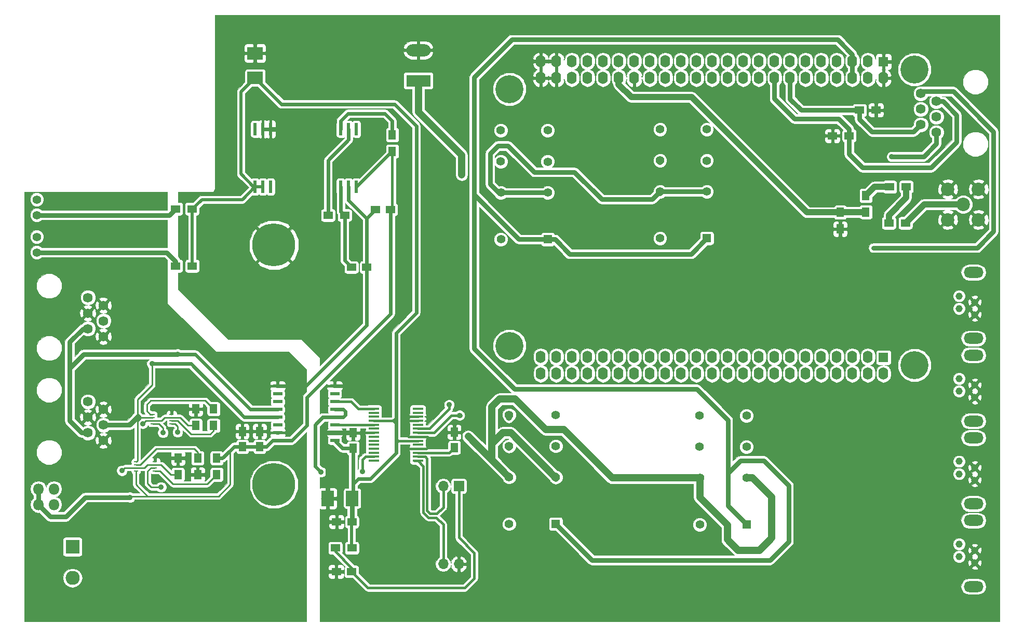
<source format=gbr>
G04 #@! TF.FileFunction,Copper,L1,Top,Signal*
%FSLAX46Y46*%
G04 Gerber Fmt 4.6, Leading zero omitted, Abs format (unit mm)*
G04 Created by KiCad (PCBNEW 4.0.7-e2-6376~58~ubuntu16.04.1) date Wed Jul 25 13:51:57 2018*
%MOMM*%
%LPD*%
G01*
G04 APERTURE LIST*
%ADD10C,0.100000*%
%ADD11C,2.200000*%
%ADD12R,1.600000X1.600000*%
%ADD13O,1.600000X2.000000*%
%ADD14C,1.160000*%
%ADD15O,3.200000X1.800000*%
%ADD16R,2.300000X2.300000*%
%ADD17O,2.300000X2.300000*%
%ADD18C,7.000000*%
%ADD19C,4.572000*%
%ADD20R,1.700000X1.700000*%
%ADD21O,1.700000X1.700000*%
%ADD22C,1.590000*%
%ADD23R,1.500000X1.300000*%
%ADD24R,1.400000X1.400000*%
%ADD25C,1.400000*%
%ADD26R,3.960000X1.980000*%
%ADD27O,3.960000X1.980000*%
%ADD28R,1.300000X1.500000*%
%ADD29R,0.750000X0.250000*%
%ADD30R,0.600000X2.000000*%
%ADD31R,1.500000X0.600000*%
%ADD32R,1.750000X0.450000*%
%ADD33R,1.500000X1.250000*%
%ADD34R,2.500000X2.000000*%
%ADD35R,1.250000X1.500000*%
%ADD36R,2.000000X2.500000*%
%ADD37O,1.800000X1.800000*%
%ADD38C,0.900000*%
%ADD39C,0.600000*%
%ADD40C,0.800000*%
%ADD41C,0.400000*%
%ADD42C,0.250000*%
%ADD43C,1.000000*%
%ADD44C,0.600000*%
%ADD45C,1.200000*%
%ADD46C,0.500000*%
%ADD47C,0.050000*%
G04 APERTURE END LIST*
D10*
D11*
X269474800Y-66175500D03*
X264474800Y-66175500D03*
X264474800Y-71175500D03*
X269474800Y-71175500D03*
X266974800Y-68675500D03*
D12*
X253982080Y-45403400D03*
D13*
X253982080Y-48043400D03*
X251442080Y-45303400D03*
X251442080Y-48043400D03*
X248902080Y-45303400D03*
X248902080Y-48043400D03*
X246362080Y-45303400D03*
X246362080Y-48043400D03*
X243822080Y-45303400D03*
X243822080Y-48043400D03*
X241282080Y-45303400D03*
X241282080Y-48043400D03*
X238742080Y-45303400D03*
X238742080Y-48043400D03*
X236202080Y-45303400D03*
X236202080Y-48043400D03*
X233662080Y-45303400D03*
X233662080Y-48043400D03*
X231122080Y-45303400D03*
X231122080Y-48043400D03*
X228582080Y-45303400D03*
X228582080Y-48043400D03*
X226042080Y-45303400D03*
X226042080Y-48043400D03*
X223502080Y-45303400D03*
X223502080Y-48043400D03*
X220962080Y-45303400D03*
X220962080Y-48043400D03*
X218422080Y-45303400D03*
X218422080Y-48043400D03*
X215882080Y-45303400D03*
X215882080Y-48043400D03*
X213342080Y-45303400D03*
X213342080Y-48043400D03*
X210802080Y-45303400D03*
X210802080Y-48043400D03*
X208262080Y-45303400D03*
X208262080Y-48043400D03*
X205722080Y-45303400D03*
X205722080Y-48043400D03*
X203182080Y-45303400D03*
X203182080Y-48043400D03*
X200642080Y-45303400D03*
X200642080Y-48043400D03*
X198102080Y-45303400D03*
X198102080Y-48043400D03*
D12*
X253982080Y-93663400D03*
D13*
X253982080Y-96303400D03*
X251442080Y-93563400D03*
X251442080Y-96303400D03*
X248902080Y-93563400D03*
X248902080Y-96303400D03*
X246362080Y-93563400D03*
X246362080Y-96303400D03*
X243822080Y-93563400D03*
X243822080Y-96303400D03*
X241282080Y-93563400D03*
X241282080Y-96303400D03*
X238742080Y-93563400D03*
X238742080Y-96303400D03*
X236202080Y-93563400D03*
X236202080Y-96303400D03*
X233662080Y-93563400D03*
X233662080Y-96303400D03*
X231122080Y-93563400D03*
X231122080Y-96303400D03*
X228582080Y-93563400D03*
X228582080Y-96303400D03*
X226042080Y-93563400D03*
X226042080Y-96303400D03*
X223502080Y-93563400D03*
X223502080Y-96303400D03*
X220962080Y-93563400D03*
X220962080Y-96303400D03*
X218422080Y-93563400D03*
X218422080Y-96303400D03*
X215882080Y-93563400D03*
X215882080Y-96303400D03*
X213342080Y-93563400D03*
X213342080Y-96303400D03*
X210802080Y-93563400D03*
X210802080Y-96303400D03*
X208262080Y-93563400D03*
X208262080Y-96303400D03*
X205722080Y-93563400D03*
X205722080Y-96303400D03*
X203182080Y-93563400D03*
X203182080Y-96303400D03*
X200642080Y-93563400D03*
X200642080Y-96303400D03*
X198102080Y-93563400D03*
X198102080Y-96303400D03*
D14*
X266311480Y-85660000D03*
X266311480Y-83620000D03*
X268861480Y-84640000D03*
X268861480Y-86680000D03*
D15*
X268661480Y-90530000D03*
X268661480Y-79770000D03*
D14*
X266311480Y-99160000D03*
X266311480Y-97120000D03*
X268861480Y-98140000D03*
X268861480Y-100180000D03*
D15*
X268661480Y-104030000D03*
X268661480Y-93270000D03*
D14*
X266311480Y-112660000D03*
X266311480Y-110620000D03*
X268861480Y-111640000D03*
X268861480Y-113680000D03*
D15*
X268661480Y-117530000D03*
X268661480Y-106770000D03*
D14*
X266311480Y-126160000D03*
X266311480Y-124120000D03*
X268861480Y-125140000D03*
X268861480Y-127180000D03*
D15*
X268661480Y-131030000D03*
X268661480Y-120270000D03*
D16*
X121760000Y-124560000D03*
D17*
X121760000Y-129640000D03*
D18*
X154590000Y-114400000D03*
X154590000Y-75300000D03*
D19*
X193022080Y-49848400D03*
X259062080Y-46673400D03*
X259062080Y-94933400D03*
X193022080Y-91758400D03*
D20*
X184740000Y-114670000D03*
D21*
X182200000Y-114670000D03*
X184740000Y-127370000D03*
X182200000Y-127370000D03*
D22*
X126812500Y-107222500D03*
X124272500Y-105952500D03*
X126812500Y-104682500D03*
X124272500Y-103412500D03*
X126812500Y-102142500D03*
X124272500Y-100872500D03*
D23*
X141250000Y-69420000D03*
X138550000Y-69420000D03*
D24*
X199224820Y-74383060D03*
D25*
X191604820Y-74383060D03*
X199224820Y-61693060D03*
X199224820Y-56603060D03*
X199224820Y-66763060D03*
X191594820Y-61673060D03*
X191594820Y-56593060D03*
X191604820Y-66763060D03*
D26*
X178140200Y-48489500D03*
D27*
X178140200Y-43489500D03*
D24*
X200558240Y-120829500D03*
D25*
X192938240Y-120829500D03*
X200558240Y-108139500D03*
X200558240Y-103049500D03*
X200558240Y-113209500D03*
X192928240Y-108119500D03*
X192928240Y-103039500D03*
X192938240Y-113209500D03*
D24*
X231645340Y-120941260D03*
D25*
X224025340Y-120941260D03*
X231645340Y-108251260D03*
X231645340Y-103161260D03*
X231645340Y-113321260D03*
X224015340Y-108231260D03*
X224015340Y-103151260D03*
X224025340Y-113321260D03*
D24*
X225181000Y-74207000D03*
D25*
X217561000Y-74207000D03*
X225181000Y-61517000D03*
X225181000Y-56427000D03*
X225181000Y-66587000D03*
X217551000Y-61497000D03*
X217551000Y-56417000D03*
X217561000Y-66587000D03*
D22*
X260075220Y-50589240D03*
X262615220Y-51859240D03*
X260075220Y-53129240D03*
X262615220Y-54399240D03*
X260075220Y-55669240D03*
X262615220Y-56939240D03*
D28*
X251110000Y-67230000D03*
X251110000Y-69930000D03*
X246930000Y-69980000D03*
X246930000Y-72680000D03*
D23*
X250075000Y-53300000D03*
X252775000Y-53300000D03*
X245675000Y-57475000D03*
X248375000Y-57475000D03*
D29*
X135202500Y-110672500D03*
X135202500Y-111172500D03*
X135202500Y-111672500D03*
X135202500Y-112172500D03*
X132102500Y-110672500D03*
X132102500Y-111172500D03*
X132102500Y-112172500D03*
X132102500Y-111672500D03*
X137902500Y-102952500D03*
X137902500Y-103452500D03*
X137902500Y-103952500D03*
X137902500Y-104452500D03*
X134802500Y-102952500D03*
X134802500Y-103452500D03*
X134802500Y-104452500D03*
X134802500Y-103952500D03*
D30*
X151515000Y-65790000D03*
X152785000Y-65790000D03*
X154055000Y-65790000D03*
X165485000Y-65790000D03*
X166755000Y-65790000D03*
X168025000Y-65790000D03*
X168025000Y-56390000D03*
X166755000Y-56390000D03*
X165485000Y-56390000D03*
X154055000Y-56390000D03*
X152785000Y-56390000D03*
X151515000Y-56390000D03*
D31*
X164502500Y-107207500D03*
X164502500Y-105937500D03*
X164502500Y-104667500D03*
X164502500Y-103397500D03*
X164502500Y-102127500D03*
X164502500Y-100857500D03*
X164502500Y-99587500D03*
X164502500Y-98317500D03*
X155202500Y-98317500D03*
X155202500Y-99587500D03*
X155202500Y-100857500D03*
X155202500Y-102127500D03*
X155202500Y-103397500D03*
X155202500Y-104667500D03*
X155202500Y-105937500D03*
X155202500Y-107207500D03*
D32*
X170852500Y-102037500D03*
X170852500Y-102687500D03*
X170852500Y-103337500D03*
X170852500Y-103987500D03*
X170852500Y-104637500D03*
X170852500Y-105287500D03*
X170852500Y-105937500D03*
X170852500Y-106587500D03*
X170852500Y-107237500D03*
X170852500Y-107887500D03*
X170852500Y-108537500D03*
X170852500Y-109187500D03*
X170852500Y-109837500D03*
X170852500Y-110487500D03*
X178052500Y-110487500D03*
X178052500Y-109837500D03*
X178052500Y-109187500D03*
X178052500Y-108537500D03*
X178052500Y-107887500D03*
X178052500Y-107237500D03*
X178052500Y-106587500D03*
X178052500Y-105937500D03*
X178052500Y-105287500D03*
X178052500Y-104637500D03*
X178052500Y-103987500D03*
X178052500Y-103337500D03*
X178052500Y-102687500D03*
X178052500Y-102037500D03*
D28*
X173890000Y-60020000D03*
X173890000Y-57320000D03*
D23*
X166120000Y-70450000D03*
X163420000Y-70450000D03*
X141270000Y-78730000D03*
X138570000Y-78730000D03*
X167310000Y-124750000D03*
X164610000Y-124750000D03*
D33*
X173630000Y-69520000D03*
X171130000Y-69520000D03*
X167220000Y-78940000D03*
X169720000Y-78940000D03*
D34*
X151520000Y-47990000D03*
X151520000Y-43990000D03*
D35*
X149452500Y-108212500D03*
X149452500Y-105712500D03*
X152252500Y-108212500D03*
X152252500Y-105712500D03*
X184000000Y-108360000D03*
X184000000Y-105860000D03*
X167502500Y-108462500D03*
X167502500Y-105962500D03*
D33*
X167260000Y-128600000D03*
X164760000Y-128600000D03*
X167320000Y-120490000D03*
X164820000Y-120490000D03*
D36*
X167350000Y-116660000D03*
X163350000Y-116660000D03*
D22*
X126812500Y-90222500D03*
X124272500Y-88952500D03*
X126812500Y-87682500D03*
X124272500Y-86412500D03*
X126812500Y-85142500D03*
X124272500Y-83872500D03*
D25*
X115936240Y-67870000D03*
X115936240Y-70410000D03*
X115936240Y-73970000D03*
X115936240Y-76510000D03*
D37*
X116166240Y-115132500D03*
X116166240Y-117672500D03*
X118706240Y-115132500D03*
X118706240Y-117672500D03*
D28*
X145252500Y-112772500D03*
X145252500Y-110072500D03*
X144752500Y-104752500D03*
X144752500Y-102052500D03*
X142152500Y-110072500D03*
X142152500Y-112772500D03*
X141852500Y-102052500D03*
X141852500Y-104752500D03*
X138952500Y-110072500D03*
X138952500Y-112772500D03*
D23*
X257560000Y-71720000D03*
X254860000Y-71720000D03*
X257690000Y-65800000D03*
X254990000Y-65800000D03*
D38*
X166220000Y-87600000D03*
X172500000Y-92370000D03*
D39*
X248000000Y-115060000D03*
X240075000Y-65050000D03*
X212150000Y-57575000D03*
X205325000Y-85400000D03*
D38*
X186275000Y-106450000D03*
D39*
X185225000Y-63850000D03*
X252310740Y-75758940D03*
D38*
X255340000Y-60880000D03*
X149602500Y-96752500D03*
X136502500Y-105902500D03*
X131085000Y-116485000D03*
X183170000Y-101390000D03*
X184860000Y-103100000D03*
X138902500Y-93120000D03*
X138902500Y-105852500D03*
X136202500Y-114822500D03*
X134702500Y-94700000D03*
X133202500Y-104452500D03*
X129810000Y-112120000D03*
X169002500Y-112312500D03*
X162252500Y-112362500D03*
D40*
X243805560Y-47959920D02*
X243822080Y-47943400D01*
X243822080Y-47943400D02*
X243822080Y-48530120D01*
X220962080Y-96901880D02*
X220962080Y-96203400D01*
D41*
X179432500Y-108537500D02*
X179980000Y-107990000D01*
X178052500Y-108537500D02*
X179432500Y-108537500D01*
D40*
X154055000Y-56390000D02*
X155240000Y-56390000D01*
X162050000Y-83430000D02*
X166220000Y-87600000D01*
X162050000Y-74380000D02*
X162050000Y-83430000D01*
X157690000Y-70020000D02*
X162050000Y-74380000D01*
X157690000Y-58840000D02*
X157690000Y-70020000D01*
X155240000Y-56390000D02*
X157690000Y-58840000D01*
D42*
X163350000Y-116660000D02*
X162370000Y-116660000D01*
D41*
X179630000Y-106770000D02*
X179630000Y-106890000D01*
X179630000Y-106890000D02*
X179910000Y-107170000D01*
X179910000Y-107170000D02*
X179910000Y-107920000D01*
X179910000Y-107920000D02*
X179980000Y-107990000D01*
X179980000Y-107990000D02*
X182180000Y-107990000D01*
X179630000Y-106587500D02*
X179630000Y-106770000D01*
X179630000Y-106770000D02*
X179630000Y-106630000D01*
X181160000Y-106980000D02*
X182280000Y-105860000D01*
X179980000Y-106980000D02*
X181160000Y-106980000D01*
X179630000Y-106630000D02*
X179980000Y-106980000D01*
X152785000Y-56390000D02*
X152785000Y-54045000D01*
X152785000Y-54045000D02*
X152440000Y-53700000D01*
D43*
X268861480Y-100180000D02*
X268753200Y-100180000D01*
D41*
X175980000Y-104150000D02*
X175980000Y-90370000D01*
X175980000Y-90370000D02*
X177660000Y-88690000D01*
X175980000Y-105980000D02*
X175980000Y-104150000D01*
X176597500Y-106587500D02*
X175990000Y-105980000D01*
X175990000Y-105980000D02*
X175980000Y-105980000D01*
X178052500Y-106587500D02*
X176597500Y-106587500D01*
X175980000Y-104150000D02*
X176142500Y-103987500D01*
D40*
X164502500Y-105937500D02*
X162822500Y-105937500D01*
X162822500Y-105937500D02*
X162420000Y-106340000D01*
X162420000Y-106340000D02*
X162420000Y-110140000D01*
X162420000Y-110140000D02*
X163350000Y-111070000D01*
X163350000Y-111070000D02*
X163350000Y-116660000D01*
D41*
X178052500Y-106587500D02*
X179157500Y-106587500D01*
X179157500Y-106587500D02*
X179630000Y-106587500D01*
X184000000Y-105860000D02*
X182280000Y-105860000D01*
X178052500Y-103987500D02*
X176142500Y-103987500D01*
X176142500Y-103987500D02*
X176082500Y-103987500D01*
X176080000Y-103985000D02*
X176727500Y-103337500D01*
X176082500Y-103987500D02*
X176080000Y-103985000D01*
X176727500Y-103337500D02*
X178052500Y-103337500D01*
X170852500Y-105937500D02*
X167527500Y-105937500D01*
X167527500Y-105937500D02*
X167502500Y-105962500D01*
X152785000Y-56390000D02*
X154055000Y-56390000D01*
D44*
X164502500Y-98317500D02*
X166552500Y-98317500D01*
X166552500Y-98317500D02*
X172500000Y-92370000D01*
D40*
X164502500Y-105937500D02*
X167477500Y-105937500D01*
D41*
X167477500Y-105937500D02*
X167502500Y-105962500D01*
X175922500Y-108537500D02*
X175922500Y-109877500D01*
X175740000Y-110060000D02*
X175700000Y-110060000D01*
X175922500Y-109877500D02*
X175740000Y-110060000D01*
X178052500Y-108537500D02*
X175922500Y-108537500D01*
X175922500Y-108537500D02*
X175920000Y-108540000D01*
D42*
X178052500Y-103337500D02*
X176727500Y-103337500D01*
X176677500Y-103987500D02*
X178052500Y-103987500D01*
X176502500Y-103812500D02*
X176677500Y-103987500D01*
X176502500Y-103562500D02*
X176502500Y-103812500D01*
X176727500Y-103337500D02*
X176502500Y-103562500D01*
X167527500Y-105937500D02*
X167502500Y-105962500D01*
D43*
X266974800Y-68675500D02*
X260604500Y-68675500D01*
X260604500Y-68675500D02*
X257560000Y-71720000D01*
D40*
X266791340Y-69007580D02*
X266979880Y-68819040D01*
X266966560Y-68832360D02*
X266979880Y-68819040D01*
X228600000Y-117895920D02*
X228600000Y-112522000D01*
X206474740Y-126746000D02*
X200558240Y-120829500D01*
X235458000Y-126746000D02*
X206474740Y-126746000D01*
X238506000Y-123698000D02*
X235458000Y-126746000D01*
X238506000Y-114554000D02*
X238506000Y-123698000D01*
X234442000Y-110490000D02*
X238506000Y-114554000D01*
X230632000Y-110490000D02*
X234442000Y-110490000D01*
X228600000Y-112522000D02*
X230632000Y-110490000D01*
X187225000Y-66294000D02*
X187225000Y-92229000D01*
X228600000Y-117895920D02*
X231645340Y-120941260D01*
X228600000Y-103886000D02*
X228600000Y-117895920D01*
X223520000Y-98806000D02*
X228600000Y-103886000D01*
X193802000Y-98806000D02*
X223520000Y-98806000D01*
X187225000Y-92229000D02*
X193802000Y-98806000D01*
X248902080Y-47943400D02*
X248902080Y-45403400D01*
X248902080Y-45403400D02*
X248902080Y-44177080D01*
X248902080Y-44177080D02*
X246500000Y-41775000D01*
X246500000Y-41775000D02*
X193400000Y-41775000D01*
X193400000Y-41775000D02*
X187225000Y-47950000D01*
X194508060Y-74383060D02*
X199224820Y-74383060D01*
X225181000Y-74207000D02*
X225231800Y-74207000D01*
X199224820Y-74383060D02*
X200434580Y-74383060D01*
X200434580Y-74383060D02*
X202818840Y-76767320D01*
X202818840Y-76767320D02*
X222620680Y-76767320D01*
X222620680Y-76767320D02*
X225181000Y-74207000D01*
X187225000Y-47950000D02*
X187225000Y-66294000D01*
X187225000Y-66294000D02*
X187225000Y-67100000D01*
X187225000Y-67100000D02*
X194508060Y-74383060D01*
D41*
X186275000Y-106450000D02*
X186238700Y-106486300D01*
D40*
X186238700Y-106486300D02*
X186275000Y-106450000D01*
X186275000Y-106450000D02*
X186275000Y-106522600D01*
D45*
X200480300Y-113209500D02*
X193207480Y-105936680D01*
X193207480Y-105936680D02*
X191922240Y-105936680D01*
X192938240Y-113185840D02*
X186275000Y-106522600D01*
D40*
X192938240Y-113209500D02*
X192938240Y-113185840D01*
X192938240Y-113185840D02*
X190106140Y-110353740D01*
D45*
X190106140Y-110353740D02*
X190106140Y-109182800D01*
D40*
X192938240Y-113209500D02*
X192938240Y-113183300D01*
D45*
X224025340Y-113321260D02*
X224025340Y-116470100D01*
X232611300Y-113321260D02*
X231645340Y-113321260D01*
X235732160Y-116442120D02*
X232611300Y-113321260D01*
X235732160Y-123147720D02*
X235732160Y-116442120D01*
X233776360Y-125103520D02*
X235732160Y-123147720D01*
X230255920Y-125103520D02*
X233776360Y-125103520D01*
X228523640Y-123371240D02*
X230255920Y-125103520D01*
X228523640Y-120968400D02*
X228523640Y-123371240D01*
X224025340Y-116470100D02*
X228523640Y-120968400D01*
D40*
X192938240Y-113209500D02*
X192938240Y-112962320D01*
D45*
X190106140Y-109876220D02*
X190106140Y-109182800D01*
X190106140Y-109182800D02*
X190106140Y-101717740D01*
X209756380Y-113321260D02*
X224025340Y-113321260D01*
X201840940Y-105405820D02*
X209756380Y-113321260D01*
X198907240Y-105405820D02*
X201840940Y-105405820D01*
X193905980Y-100404560D02*
X198907240Y-105405820D01*
X191419320Y-100404560D02*
X193905980Y-100404560D01*
X190106140Y-101717740D02*
X191419320Y-100404560D01*
D40*
X200558240Y-113209500D02*
X200480300Y-113209500D01*
X190106140Y-107752780D02*
X190106140Y-109876220D01*
D45*
X191922240Y-105936680D02*
X190106140Y-107752780D01*
D40*
X191122140Y-59104160D02*
X192755360Y-59104160D01*
X216296080Y-67851920D02*
X217561000Y-66587000D01*
X208030920Y-67851920D02*
X216296080Y-67851920D01*
X203560520Y-63381520D02*
X208030920Y-67851920D01*
X197032720Y-63381520D02*
X203560520Y-63381520D01*
X192755360Y-59104160D02*
X197032720Y-63381520D01*
X217561000Y-66587000D02*
X225181000Y-66587000D01*
X191232160Y-66763060D02*
X189836900Y-65367800D01*
X189836900Y-65367800D02*
X189836900Y-60389400D01*
X189836900Y-60389400D02*
X191122140Y-59104160D01*
X199224820Y-66763060D02*
X191232160Y-66763060D01*
D43*
X231645340Y-113321260D02*
X231645340Y-113391620D01*
X192938240Y-113209500D02*
X192938240Y-112931840D01*
X200558240Y-112992800D02*
X200558240Y-113209500D01*
X217561000Y-66587000D02*
X217561000Y-66782580D01*
X191604820Y-66763060D02*
X191604820Y-66693760D01*
D40*
X200558240Y-113209500D02*
X200558240Y-113584620D01*
D45*
X185225000Y-60650000D02*
X185225000Y-63850000D01*
X178140200Y-53565200D02*
X185225000Y-60650000D01*
X178140200Y-48489500D02*
X178140200Y-53565200D01*
D43*
X210802080Y-47943400D02*
X210802080Y-49112080D01*
X212850000Y-51160000D02*
X222690000Y-51160000D01*
X210802080Y-49112080D02*
X212850000Y-51160000D01*
X246930000Y-69980000D02*
X241510000Y-69980000D01*
X241510000Y-69980000D02*
X222690000Y-51160000D01*
X251110000Y-69930000D02*
X246980000Y-69930000D01*
X246980000Y-69930000D02*
X246930000Y-69980000D01*
D40*
X250075000Y-53300000D02*
X250075000Y-54800000D01*
X250075000Y-54800000D02*
X252125000Y-56850000D01*
X258894460Y-56850000D02*
X260075220Y-55669240D01*
X252125000Y-56850000D02*
X258894460Y-56850000D01*
X238742080Y-47943400D02*
X238742080Y-51442080D01*
X238742080Y-51442080D02*
X240600000Y-53300000D01*
X240600000Y-53300000D02*
X250075000Y-53300000D01*
X262615220Y-51859240D02*
X263709240Y-51859240D01*
X257975000Y-62650000D02*
X257975000Y-62640000D01*
X261750000Y-62650000D02*
X257975000Y-62650000D01*
X265925000Y-58475000D02*
X261750000Y-62650000D01*
X265925000Y-54075000D02*
X265925000Y-58475000D01*
X263709240Y-51859240D02*
X265925000Y-54075000D01*
X248375000Y-57475000D02*
X248375000Y-60465000D01*
X250550000Y-62640000D02*
X257975000Y-62640000D01*
X248375000Y-60465000D02*
X250550000Y-62640000D01*
X248375000Y-57475000D02*
X248375000Y-56375000D01*
X236202080Y-51392080D02*
X236202080Y-47943400D01*
X239490000Y-54680000D02*
X236202080Y-51392080D01*
X246680000Y-54680000D02*
X239490000Y-54680000D01*
X248375000Y-56375000D02*
X246680000Y-54680000D01*
X262615220Y-56939240D02*
X262615220Y-58784780D01*
X260520000Y-60880000D02*
X255340000Y-60880000D01*
X262615220Y-58784780D02*
X260520000Y-60880000D01*
X261875000Y-50196380D02*
X260468080Y-50196380D01*
X260468080Y-50196380D02*
X260075220Y-50589240D01*
X252308200Y-75756400D02*
X269295720Y-75756400D01*
X269295720Y-75756400D02*
X271942400Y-73109720D01*
X271942400Y-73109720D02*
X271942400Y-56790220D01*
X271942400Y-56790220D02*
X265348560Y-50196380D01*
X265348560Y-50196380D02*
X261875000Y-50196380D01*
X252310740Y-75758940D02*
X252308200Y-75756400D01*
X260075220Y-50589240D02*
X260075220Y-50574780D01*
X260075220Y-50574780D02*
X260453620Y-50196380D01*
X260453620Y-50196380D02*
X260075220Y-50589240D01*
D43*
X192928240Y-108119500D02*
X192928240Y-108387940D01*
X217551000Y-61497000D02*
X217551000Y-61687500D01*
D44*
X174502500Y-103612500D02*
X174502500Y-89657500D01*
X155854000Y-52324000D02*
X151520000Y-47990000D01*
X174244000Y-52324000D02*
X155854000Y-52324000D01*
X177800000Y-55880000D02*
X174244000Y-52324000D01*
X177800000Y-86360000D02*
X177800000Y-55880000D01*
X174502500Y-89657500D02*
X177800000Y-86360000D01*
D40*
X167320000Y-120490000D02*
X167320000Y-116690000D01*
X167320000Y-116690000D02*
X167350000Y-116660000D01*
D46*
X151515000Y-65790000D02*
X151290000Y-65790000D01*
X151290000Y-65790000D02*
X149200000Y-63700000D01*
X149200000Y-63700000D02*
X149200000Y-50310000D01*
X149200000Y-50310000D02*
X151520000Y-47990000D01*
X141270000Y-78730000D02*
X141270000Y-69440000D01*
X141270000Y-69440000D02*
X142840000Y-67870000D01*
X142840000Y-67870000D02*
X149435000Y-67870000D01*
X149435000Y-67870000D02*
X151515000Y-65790000D01*
X152785000Y-65790000D02*
X152705000Y-65790000D01*
X151515000Y-65790000D02*
X152785000Y-65790000D01*
D44*
X170260000Y-113430000D02*
X174502500Y-109187500D01*
X168680000Y-113430000D02*
X170260000Y-113430000D01*
X174502500Y-109187500D02*
X174502500Y-107637500D01*
X168680000Y-113430000D02*
X168360000Y-113430000D01*
X168360000Y-113430000D02*
X167502500Y-114287500D01*
X167502500Y-114287500D02*
X167502500Y-108462500D01*
D46*
X167502500Y-116762500D02*
X167502500Y-116012500D01*
X167502500Y-116012500D02*
X167502500Y-115462500D01*
D44*
X167502500Y-115462500D02*
X167502500Y-115262500D01*
D46*
X167347500Y-120532500D02*
X167247500Y-120632500D01*
X167247500Y-120632500D02*
X167247500Y-125032500D01*
D44*
X167502500Y-115262500D02*
X167502500Y-114287500D01*
D41*
X174902500Y-107237500D02*
X174502500Y-107637500D01*
X174902500Y-107237500D02*
X174877500Y-107237500D01*
X174877500Y-107237500D02*
X174502500Y-106862500D01*
D44*
X174502500Y-107637500D02*
X174502500Y-106862500D01*
D41*
X170852500Y-103987500D02*
X174127500Y-103987500D01*
X178052500Y-107237500D02*
X174902500Y-107237500D01*
D44*
X174502500Y-106862500D02*
X174502500Y-104362500D01*
X164502500Y-107207500D02*
X165757500Y-108462500D01*
X165757500Y-108462500D02*
X167502500Y-108462500D01*
D46*
X167347500Y-124932500D02*
X167247500Y-125032500D01*
X174127500Y-103987500D02*
X174502500Y-103612500D01*
X174502500Y-103612500D02*
X174452500Y-103662500D01*
D41*
X174452500Y-103662500D02*
X174502500Y-103662500D01*
D46*
X174127500Y-103987500D02*
X174502500Y-104362500D01*
D44*
X174502500Y-104362500D02*
X174502500Y-103662500D01*
D41*
X184740000Y-114670000D02*
X184740000Y-123050000D01*
X169920000Y-131260000D02*
X167260000Y-128600000D01*
X185700000Y-131260000D02*
X169920000Y-131260000D01*
X187250000Y-129710000D02*
X185700000Y-131260000D01*
X187250000Y-125560000D02*
X187250000Y-129710000D01*
X184740000Y-123050000D02*
X187250000Y-125560000D01*
X164610000Y-125340000D02*
X164610000Y-124750000D01*
X167260000Y-127990000D02*
X164610000Y-125340000D01*
X167260000Y-128600000D02*
X167260000Y-127990000D01*
X178052500Y-109187500D02*
X183172500Y-109187500D01*
X183172500Y-109187500D02*
X184000000Y-108360000D01*
D44*
X165485000Y-65790000D02*
X165485000Y-69815000D01*
X165485000Y-69815000D02*
X166120000Y-70450000D01*
X166120000Y-70450000D02*
X166120000Y-77840000D01*
X166120000Y-77840000D02*
X167220000Y-78940000D01*
D42*
X139952500Y-102052500D02*
X141852500Y-102052500D01*
X139602500Y-101702500D02*
X139952500Y-102052500D01*
X138152500Y-101702500D02*
X139602500Y-101702500D01*
X137902500Y-101952500D02*
X138152500Y-101702500D01*
D44*
X166755000Y-65790000D02*
X166755000Y-67985000D01*
X166755000Y-67985000D02*
X169720000Y-70950000D01*
X169720000Y-78940000D02*
X169720000Y-70950000D01*
D41*
X169720000Y-70950000D02*
X169720000Y-70930000D01*
D44*
X169720000Y-70930000D02*
X171130000Y-69520000D01*
X155202500Y-98317500D02*
X159762500Y-98317500D01*
X169720000Y-88360000D02*
X169720000Y-78940000D01*
X159762500Y-98317500D02*
X169720000Y-88360000D01*
D41*
X155202500Y-98317500D02*
X150227500Y-98317500D01*
X149602500Y-97692500D02*
X149602500Y-96752500D01*
X150227500Y-98317500D02*
X149602500Y-97692500D01*
D42*
X137902500Y-102952500D02*
X137902500Y-101952500D01*
X135202500Y-110672500D02*
X135202500Y-109972500D01*
X137602500Y-110072500D02*
X138952500Y-110072500D01*
X137252500Y-109722500D02*
X137602500Y-110072500D01*
X135452500Y-109722500D02*
X137252500Y-109722500D01*
X135202500Y-109972500D02*
X135452500Y-109722500D01*
D46*
X152252500Y-105712500D02*
X152477500Y-105937500D01*
D40*
X116166240Y-117672500D02*
X116166240Y-115132500D01*
X131085000Y-116485000D02*
X123815000Y-116485000D01*
X118123740Y-119630000D02*
X116166240Y-117672500D01*
X120670000Y-119630000D02*
X118123740Y-119630000D01*
X123815000Y-116485000D02*
X120670000Y-119630000D01*
D42*
X135802500Y-104452500D02*
X134802500Y-104452500D01*
X136502500Y-105902500D02*
X136502500Y-105152500D01*
X136502500Y-105152500D02*
X135802500Y-104452500D01*
X134390000Y-116322500D02*
X131247500Y-116322500D01*
X131247500Y-116322500D02*
X131085000Y-116485000D01*
D40*
X131085000Y-116485000D02*
X131080000Y-116480000D01*
D44*
X147452500Y-108852500D02*
X147417500Y-108852500D01*
X146197500Y-110072500D02*
X145252500Y-110072500D01*
X147417500Y-108852500D02*
X146197500Y-110072500D01*
X155202500Y-107207500D02*
X157512500Y-107207500D01*
X173630000Y-86510000D02*
X173630000Y-69520000D01*
X159980000Y-100160000D02*
X173630000Y-86510000D01*
X159980000Y-104740000D02*
X159980000Y-100160000D01*
X157512500Y-107207500D02*
X159980000Y-104740000D01*
D41*
X173890000Y-60020000D02*
X173890000Y-69260000D01*
X173890000Y-69260000D02*
X173630000Y-69520000D01*
D46*
X168025000Y-65790000D02*
X168120000Y-65790000D01*
X168120000Y-65790000D02*
X173890000Y-60020000D01*
D44*
X147452500Y-108852500D02*
X148092500Y-108212500D01*
X148092500Y-108212500D02*
X149452500Y-108212500D01*
D42*
X134802500Y-104452500D02*
X135152500Y-104452500D01*
X132102500Y-112172500D02*
X132102500Y-114422500D01*
X147452500Y-114422500D02*
X147452500Y-110322500D01*
X145552500Y-116322500D02*
X147452500Y-114422500D01*
X134002500Y-116322500D02*
X134390000Y-116322500D01*
X134390000Y-116322500D02*
X145552500Y-116322500D01*
X132102500Y-114422500D02*
X134002500Y-116322500D01*
X147452500Y-109822500D02*
X147452500Y-108852500D01*
X147452500Y-110322500D02*
X147452500Y-109822500D01*
D44*
X152252500Y-108212500D02*
X149452500Y-108212500D01*
X155202500Y-107207500D02*
X154407500Y-107207500D01*
X153402500Y-108212500D02*
X152252500Y-108212500D01*
X154407500Y-107207500D02*
X153402500Y-108212500D01*
D41*
X178052500Y-105287500D02*
X179932500Y-105287500D01*
X183170000Y-102050000D02*
X183170000Y-101390000D01*
X179932500Y-105287500D02*
X183170000Y-102050000D01*
D40*
X115936240Y-76510000D02*
X137130000Y-76510000D01*
X138570000Y-77950000D02*
X138570000Y-78730000D01*
X137130000Y-76510000D02*
X138570000Y-77950000D01*
X138170000Y-78730000D02*
X138570000Y-78730000D01*
D41*
X178052500Y-105937500D02*
X180702500Y-105937500D01*
X183540000Y-103100000D02*
X184860000Y-103100000D01*
X180702500Y-105937500D02*
X183540000Y-103100000D01*
D40*
X184860000Y-103100000D02*
X184940000Y-103100000D01*
X115936240Y-70410000D02*
X137560000Y-70410000D01*
X137560000Y-70410000D02*
X138550000Y-69420000D01*
X192928240Y-103039500D02*
X192928240Y-103226660D01*
D43*
X192928240Y-103039500D02*
X192928240Y-103434940D01*
D41*
X182200000Y-114670000D02*
X182200000Y-118100000D01*
X179267500Y-109837500D02*
X178052500Y-109837500D01*
X179570000Y-110140000D02*
X179267500Y-109837500D01*
X179570000Y-118660000D02*
X179570000Y-110140000D01*
X180070000Y-119160000D02*
X179570000Y-118660000D01*
X181140000Y-119160000D02*
X180070000Y-119160000D01*
X182200000Y-118100000D02*
X181140000Y-119160000D01*
X178052500Y-110487500D02*
X178052500Y-110522500D01*
X178052500Y-110522500D02*
X178969998Y-111439998D01*
X182200000Y-120910000D02*
X182200000Y-127370000D01*
X181060000Y-119770000D02*
X182200000Y-120910000D01*
X179810000Y-119770000D02*
X181060000Y-119770000D01*
X178969998Y-118929998D02*
X179810000Y-119770000D01*
X178969998Y-111439998D02*
X178969998Y-118929998D01*
X178052500Y-110487500D02*
X177532500Y-110487500D01*
X178073500Y-110466500D02*
X178052500Y-110487500D01*
D40*
X121260000Y-96560000D02*
X121260000Y-95440000D01*
X123580000Y-93120000D02*
X138902500Y-93120000D01*
X121260000Y-95440000D02*
X123580000Y-93120000D01*
X124272500Y-105952500D02*
X123222500Y-105952500D01*
X123447500Y-88952500D02*
X124272500Y-88952500D01*
X121260000Y-91140000D02*
X123447500Y-88952500D01*
X121260000Y-103990000D02*
X121260000Y-96560000D01*
X121260000Y-96560000D02*
X121260000Y-91140000D01*
X123222500Y-105952500D02*
X121260000Y-103990000D01*
D44*
X155202500Y-102127500D02*
X150747500Y-102127500D01*
X150747500Y-102127500D02*
X141740000Y-93120000D01*
X141740000Y-93120000D02*
X138902500Y-93120000D01*
D42*
X138902500Y-105852500D02*
X138902500Y-104902500D01*
X138902500Y-104902500D02*
X138452500Y-104452500D01*
X136202500Y-114822500D02*
X134602500Y-114822500D01*
X134602500Y-114822500D02*
X134002500Y-114222500D01*
X134002500Y-114222500D02*
X134002500Y-112222500D01*
X134002500Y-112222500D02*
X134552500Y-111672500D01*
X134552500Y-111672500D02*
X135202500Y-111672500D01*
X138452500Y-104452500D02*
X137902500Y-104452500D01*
X132365000Y-102935000D02*
X130617500Y-104682500D01*
X130960000Y-104350000D02*
X130960000Y-104682500D01*
X130627500Y-104682500D02*
X130960000Y-104350000D01*
X130617500Y-104682500D02*
X130627500Y-104682500D01*
X131985000Y-103795000D02*
X131985000Y-103315000D01*
X131985000Y-103315000D02*
X132365000Y-102935000D01*
X132365000Y-102935000D02*
X132385000Y-102915000D01*
D40*
X126812500Y-104682500D02*
X130960000Y-104682500D01*
X130960000Y-104682500D02*
X131097500Y-104682500D01*
X131097500Y-104682500D02*
X131985000Y-103795000D01*
X131985000Y-103795000D02*
X132200000Y-103580000D01*
D42*
X132880000Y-103452500D02*
X132880000Y-103520000D01*
X132880000Y-103520000D02*
X132352500Y-104047500D01*
X132880000Y-103452500D02*
X132880000Y-103410000D01*
X132880000Y-103410000D02*
X132385000Y-102915000D01*
X132385000Y-102915000D02*
X132352500Y-102882500D01*
X134702500Y-94700000D02*
X134702500Y-98152500D01*
X134702500Y-98152500D02*
X132352500Y-100502500D01*
X132352500Y-100502500D02*
X132352500Y-102752500D01*
X132352500Y-102752500D02*
X132352500Y-102882500D01*
X132352500Y-102882500D02*
X132352500Y-103202500D01*
X134702500Y-98152500D02*
X132352500Y-100502500D01*
D44*
X155202500Y-103397500D02*
X149767500Y-103397500D01*
X141070000Y-94700000D02*
X134702500Y-94700000D01*
X149767500Y-103397500D02*
X141070000Y-94700000D01*
D42*
X132602500Y-103452500D02*
X132352500Y-103202500D01*
X132602500Y-103452500D02*
X132352500Y-103702500D01*
X132352500Y-103702500D02*
X132352500Y-103440000D01*
X132352500Y-103440000D02*
X132352500Y-103202500D01*
X132352500Y-110202500D02*
X132352500Y-104047500D01*
X132147500Y-110672500D02*
X132352500Y-110467500D01*
X132352500Y-110467500D02*
X132352500Y-110202500D01*
X132352500Y-104047500D02*
X132352500Y-103702500D01*
X132102500Y-110672500D02*
X132147500Y-110672500D01*
X134802500Y-103452500D02*
X132880000Y-103452500D01*
X132880000Y-103452500D02*
X132602500Y-103452500D01*
X144752500Y-104752500D02*
X144752500Y-105602500D01*
X138902500Y-103952500D02*
X137902500Y-103952500D01*
X141102500Y-106152500D02*
X138902500Y-103952500D01*
X144202500Y-106152500D02*
X141102500Y-106152500D01*
X144752500Y-105602500D02*
X144202500Y-106152500D01*
X144752500Y-102052500D02*
X143402500Y-100702500D01*
X133852500Y-101352500D02*
X133852500Y-102402500D01*
X134502500Y-100702500D02*
X133852500Y-101352500D01*
X143402500Y-100702500D02*
X134502500Y-100702500D01*
X134802500Y-102952500D02*
X134402500Y-102952500D01*
X134402500Y-102952500D02*
X133852500Y-102402500D01*
X145252500Y-112772500D02*
X143702500Y-114322500D01*
X143702500Y-114322500D02*
X138152500Y-114322500D01*
X138152500Y-114322500D02*
X136002500Y-112172500D01*
X136002500Y-112172500D02*
X135202500Y-112172500D01*
X142152500Y-109122500D02*
X142152500Y-110072500D01*
X141602500Y-108572500D02*
X142152500Y-109122500D01*
X132802500Y-111172500D02*
X135402500Y-108572500D01*
X132102500Y-111172500D02*
X132802500Y-111172500D01*
X135402500Y-108572500D02*
X141602500Y-108572500D01*
X133702500Y-103952500D02*
X133202500Y-104452500D01*
X134802500Y-103952500D02*
X133702500Y-103952500D01*
X140602500Y-104752500D02*
X141852500Y-104752500D01*
X139302500Y-103452500D02*
X140602500Y-104752500D01*
X137902500Y-103452500D02*
X139302500Y-103452500D01*
X137902500Y-103452500D02*
X136802500Y-103452500D01*
X136302500Y-103952500D02*
X134802500Y-103952500D01*
X136802500Y-103452500D02*
X136302500Y-103952500D01*
X132102500Y-111672500D02*
X130257500Y-111672500D01*
X130257500Y-111672500D02*
X129810000Y-112120000D01*
X135202500Y-111172500D02*
X136202500Y-111172500D01*
X137802500Y-112772500D02*
X138952500Y-112772500D01*
X136202500Y-111172500D02*
X137802500Y-112772500D01*
X135202500Y-111172500D02*
X134002500Y-111172500D01*
X134002500Y-111172500D02*
X133502500Y-111672500D01*
X133502500Y-111672500D02*
X132102500Y-111672500D01*
D44*
X163420000Y-70450000D02*
X163420000Y-61450000D01*
X163420000Y-61450000D02*
X166755000Y-58115000D01*
X166755000Y-58115000D02*
X166755000Y-56390000D01*
D46*
X166755000Y-58115000D02*
X166755000Y-56390000D01*
D44*
X165485000Y-56390000D02*
X165485000Y-55025000D01*
X173890000Y-55030000D02*
X173890000Y-57320000D01*
X172700000Y-53840000D02*
X173890000Y-55030000D01*
X166670000Y-53840000D02*
X172700000Y-53840000D01*
X165485000Y-55025000D02*
X166670000Y-53840000D01*
D41*
X164502500Y-100857500D02*
X167147500Y-100857500D01*
X168327500Y-102037500D02*
X170852500Y-102037500D01*
X167147500Y-100857500D02*
X168327500Y-102037500D01*
X170852500Y-104637500D02*
X164532500Y-104637500D01*
X164532500Y-104637500D02*
X164502500Y-104667500D01*
X164532500Y-104637500D02*
X164502500Y-104667500D01*
X169002500Y-110362500D02*
X169002500Y-112312500D01*
D44*
X161300000Y-111410000D02*
X162252500Y-112362500D01*
X161300000Y-104630000D02*
X161300000Y-111410000D01*
D41*
X169527500Y-109837500D02*
X169002500Y-110362500D01*
D44*
X164502500Y-103397500D02*
X162532500Y-103397500D01*
X162532500Y-103397500D02*
X161300000Y-104630000D01*
D41*
X170852500Y-109837500D02*
X169527500Y-109837500D01*
D44*
X166252500Y-102462500D02*
X165917500Y-102127500D01*
X166252500Y-103062500D02*
X166252500Y-102462500D01*
X164502500Y-103397500D02*
X165917500Y-103397500D01*
X165917500Y-102127500D02*
X164502500Y-102127500D01*
X165917500Y-103397500D02*
X166252500Y-103062500D01*
D43*
X254990000Y-65800000D02*
X252540000Y-65800000D01*
X252540000Y-65800000D02*
X251110000Y-67230000D01*
X254860000Y-71720000D02*
X254860000Y-70420000D01*
X257690000Y-67590000D02*
X257690000Y-65800000D01*
X254860000Y-70420000D02*
X257690000Y-67590000D01*
D47*
G36*
X137215000Y-69585000D02*
X116702282Y-69585000D01*
X116574333Y-69456828D01*
X116160998Y-69285196D01*
X115713445Y-69284805D01*
X115299811Y-69455715D01*
X114983068Y-69771907D01*
X114811436Y-70185242D01*
X114811045Y-70632795D01*
X114981955Y-71046429D01*
X115298147Y-71363172D01*
X115711482Y-71534804D01*
X116159035Y-71535195D01*
X116572669Y-71364285D01*
X116702179Y-71235000D01*
X137215000Y-71235000D01*
X137215000Y-75701907D01*
X137130000Y-75685000D01*
X116702282Y-75685000D01*
X116574333Y-75556828D01*
X116160998Y-75385196D01*
X115713445Y-75384805D01*
X115299811Y-75555715D01*
X114983068Y-75871907D01*
X114811436Y-76285242D01*
X114811045Y-76732795D01*
X114981955Y-77146429D01*
X115298147Y-77463172D01*
X115711482Y-77634804D01*
X116159035Y-77635195D01*
X116572669Y-77464285D01*
X116702179Y-77335000D01*
X136788274Y-77335000D01*
X137215000Y-77761726D01*
X137215000Y-84790000D01*
X137216970Y-84799726D01*
X137222322Y-84807678D01*
X145132322Y-92717678D01*
X145140593Y-92723163D01*
X145150000Y-92725000D01*
X156999644Y-92725000D01*
X159875000Y-95600356D01*
X159875000Y-99239696D01*
X159467348Y-99647348D01*
X159310187Y-99882554D01*
X159310187Y-99882555D01*
X159255000Y-100160000D01*
X159255000Y-104439696D01*
X157212196Y-106482500D01*
X156427932Y-106482500D01*
X156485500Y-106343521D01*
X156485500Y-106220750D01*
X156352250Y-106087500D01*
X155431500Y-106087500D01*
X155431500Y-106186500D01*
X154973500Y-106186500D01*
X154973500Y-106087500D01*
X154052750Y-106087500D01*
X153919500Y-106220750D01*
X153919500Y-106343521D01*
X154000645Y-106539420D01*
X154051440Y-106590215D01*
X153894848Y-106694847D01*
X153281745Y-107307950D01*
X153281191Y-107305004D01*
X153188111Y-107160354D01*
X153046088Y-107063314D01*
X152877500Y-107029174D01*
X151627500Y-107029174D01*
X151470004Y-107058809D01*
X151325354Y-107151889D01*
X151228314Y-107293912D01*
X151194174Y-107462500D01*
X151194174Y-107487500D01*
X150510826Y-107487500D01*
X150510826Y-107462500D01*
X150481191Y-107305004D01*
X150388111Y-107160354D01*
X150246088Y-107063314D01*
X150077500Y-107029174D01*
X148827500Y-107029174D01*
X148670004Y-107058809D01*
X148525354Y-107151889D01*
X148428314Y-107293912D01*
X148394174Y-107462500D01*
X148394174Y-107487500D01*
X148092500Y-107487500D01*
X147815054Y-107542687D01*
X147579848Y-107699847D01*
X147010330Y-108269366D01*
X146904848Y-108339847D01*
X146217508Y-109027187D01*
X146213111Y-109020354D01*
X146071088Y-108923314D01*
X145902500Y-108889174D01*
X144602500Y-108889174D01*
X144445004Y-108918809D01*
X144300354Y-109011889D01*
X144203314Y-109153912D01*
X144169174Y-109322500D01*
X144169174Y-110822500D01*
X144198809Y-110979996D01*
X144291889Y-111124646D01*
X144433912Y-111221686D01*
X144602500Y-111255826D01*
X145902500Y-111255826D01*
X146059996Y-111226191D01*
X146204646Y-111133111D01*
X146301686Y-110991088D01*
X146335826Y-110822500D01*
X146335826Y-110769985D01*
X146459657Y-110745354D01*
X146474946Y-110742313D01*
X146710152Y-110585152D01*
X146902500Y-110392804D01*
X146902500Y-114194682D01*
X145324682Y-115772500D01*
X134230318Y-115772500D01*
X132652500Y-114194682D01*
X132652500Y-112689927D01*
X132779646Y-112608111D01*
X132876686Y-112466088D01*
X132910826Y-112297500D01*
X132910826Y-112222500D01*
X133452500Y-112222500D01*
X133452500Y-114222500D01*
X133494366Y-114432976D01*
X133613591Y-114611409D01*
X134213591Y-115211409D01*
X134392024Y-115330634D01*
X134602500Y-115372500D01*
X135515183Y-115372500D01*
X135706205Y-115563856D01*
X136027688Y-115697348D01*
X136375785Y-115697651D01*
X136697500Y-115564721D01*
X136943856Y-115318795D01*
X137077348Y-114997312D01*
X137077651Y-114649215D01*
X136944721Y-114327500D01*
X136698795Y-114081144D01*
X136377312Y-113947652D01*
X136029215Y-113947349D01*
X135707500Y-114080279D01*
X135514943Y-114272500D01*
X134830318Y-114272500D01*
X134552500Y-113994682D01*
X134552500Y-112623978D01*
X134658912Y-112696686D01*
X134827500Y-112730826D01*
X135577500Y-112730826D01*
X135621749Y-112722500D01*
X135774682Y-112722500D01*
X137763591Y-114711409D01*
X137942024Y-114830634D01*
X138152500Y-114872500D01*
X143702500Y-114872500D01*
X143912976Y-114830634D01*
X144091409Y-114711409D01*
X144846992Y-113955826D01*
X145902500Y-113955826D01*
X146059996Y-113926191D01*
X146204646Y-113833111D01*
X146301686Y-113691088D01*
X146335826Y-113522500D01*
X146335826Y-112022500D01*
X146306191Y-111865004D01*
X146213111Y-111720354D01*
X146071088Y-111623314D01*
X145902500Y-111589174D01*
X144602500Y-111589174D01*
X144445004Y-111618809D01*
X144300354Y-111711889D01*
X144203314Y-111853912D01*
X144169174Y-112022500D01*
X144169174Y-113078008D01*
X143474682Y-113772500D01*
X143275862Y-113772500D01*
X143335500Y-113628520D01*
X143335500Y-113134750D01*
X143202250Y-113001500D01*
X142381500Y-113001500D01*
X142381500Y-113021500D01*
X141923500Y-113021500D01*
X141923500Y-113001500D01*
X141102750Y-113001500D01*
X140969500Y-113134750D01*
X140969500Y-113628520D01*
X141029138Y-113772500D01*
X139946060Y-113772500D01*
X140001686Y-113691088D01*
X140035826Y-113522500D01*
X140035826Y-112022500D01*
X140015877Y-111916480D01*
X140969500Y-111916480D01*
X140969500Y-112410250D01*
X141102750Y-112543500D01*
X141923500Y-112543500D01*
X141923500Y-111622750D01*
X142381500Y-111622750D01*
X142381500Y-112543500D01*
X143202250Y-112543500D01*
X143335500Y-112410250D01*
X143335500Y-111916480D01*
X143254356Y-111720580D01*
X143104420Y-111570645D01*
X142908521Y-111489500D01*
X142514750Y-111489500D01*
X142381500Y-111622750D01*
X141923500Y-111622750D01*
X141790250Y-111489500D01*
X141396479Y-111489500D01*
X141200580Y-111570645D01*
X141050644Y-111720580D01*
X140969500Y-111916480D01*
X140015877Y-111916480D01*
X140006191Y-111865004D01*
X139913111Y-111720354D01*
X139771088Y-111623314D01*
X139602500Y-111589174D01*
X138302500Y-111589174D01*
X138145004Y-111618809D01*
X138000354Y-111711889D01*
X137903314Y-111853912D01*
X137869174Y-112022500D01*
X137869174Y-112061356D01*
X136591409Y-110783591D01*
X136412976Y-110664366D01*
X136202500Y-110622500D01*
X136110500Y-110622500D01*
X136110500Y-110441479D01*
X136107713Y-110434750D01*
X137769500Y-110434750D01*
X137769500Y-110928520D01*
X137850644Y-111124420D01*
X138000580Y-111274355D01*
X138196479Y-111355500D01*
X138590250Y-111355500D01*
X138723500Y-111222250D01*
X138723500Y-110301500D01*
X139181500Y-110301500D01*
X139181500Y-111222250D01*
X139314750Y-111355500D01*
X139708521Y-111355500D01*
X139904420Y-111274355D01*
X140054356Y-111124420D01*
X140135500Y-110928520D01*
X140135500Y-110434750D01*
X140002250Y-110301500D01*
X139181500Y-110301500D01*
X138723500Y-110301500D01*
X137902750Y-110301500D01*
X137769500Y-110434750D01*
X136107713Y-110434750D01*
X136029355Y-110245580D01*
X135879420Y-110095644D01*
X135683520Y-110014500D01*
X135523250Y-110014500D01*
X135390000Y-110147750D01*
X135390000Y-110610000D01*
X135451500Y-110610000D01*
X135451500Y-110614174D01*
X134953500Y-110614174D01*
X134953500Y-110610000D01*
X135015000Y-110610000D01*
X135015000Y-110147750D01*
X134881750Y-110014500D01*
X134738318Y-110014500D01*
X135630318Y-109122500D01*
X137808428Y-109122500D01*
X137769500Y-109216480D01*
X137769500Y-109710250D01*
X137902750Y-109843500D01*
X138723500Y-109843500D01*
X138723500Y-109823500D01*
X139181500Y-109823500D01*
X139181500Y-109843500D01*
X140002250Y-109843500D01*
X140135500Y-109710250D01*
X140135500Y-109216480D01*
X140096572Y-109122500D01*
X141124777Y-109122500D01*
X141103314Y-109153912D01*
X141069174Y-109322500D01*
X141069174Y-110822500D01*
X141098809Y-110979996D01*
X141191889Y-111124646D01*
X141333912Y-111221686D01*
X141502500Y-111255826D01*
X142802500Y-111255826D01*
X142959996Y-111226191D01*
X143104646Y-111133111D01*
X143201686Y-110991088D01*
X143235826Y-110822500D01*
X143235826Y-109322500D01*
X143206191Y-109165004D01*
X143113111Y-109020354D01*
X142971088Y-108923314D01*
X142802500Y-108889174D01*
X142645366Y-108889174D01*
X142541409Y-108733591D01*
X142541406Y-108733589D01*
X141991409Y-108183591D01*
X141812976Y-108064366D01*
X141602500Y-108022500D01*
X135402500Y-108022500D01*
X135192024Y-108064366D01*
X135013591Y-108183591D01*
X132902500Y-110294682D01*
X132902500Y-105275365D01*
X133027688Y-105327348D01*
X133375785Y-105327651D01*
X133697500Y-105194721D01*
X133943856Y-104948795D01*
X134029172Y-104743331D01*
X134116889Y-104879646D01*
X134258912Y-104976686D01*
X134427500Y-105010826D01*
X135177500Y-105010826D01*
X135221749Y-105002500D01*
X135574682Y-105002500D01*
X135869861Y-105297678D01*
X135761144Y-105406205D01*
X135627652Y-105727688D01*
X135627349Y-106075785D01*
X135760279Y-106397500D01*
X136006205Y-106643856D01*
X136327688Y-106777348D01*
X136675785Y-106777651D01*
X136997500Y-106644721D01*
X137243856Y-106398795D01*
X137377348Y-106077312D01*
X137377651Y-105729215D01*
X137244721Y-105407500D01*
X137052500Y-105214943D01*
X137052500Y-105152500D01*
X137010634Y-104942024D01*
X136891409Y-104763591D01*
X136891406Y-104763589D01*
X136558220Y-104430403D01*
X136691409Y-104341409D01*
X137030318Y-104002500D01*
X137094174Y-104002500D01*
X137094174Y-104077500D01*
X137118558Y-104207089D01*
X137094174Y-104327500D01*
X137094174Y-104577500D01*
X137123809Y-104734996D01*
X137216889Y-104879646D01*
X137358912Y-104976686D01*
X137527500Y-105010826D01*
X138233008Y-105010826D01*
X138352500Y-105130318D01*
X138352500Y-105165183D01*
X138161144Y-105356205D01*
X138027652Y-105677688D01*
X138027349Y-106025785D01*
X138160279Y-106347500D01*
X138406205Y-106593856D01*
X138727688Y-106727348D01*
X139075785Y-106727651D01*
X139397500Y-106594721D01*
X139643856Y-106348795D01*
X139777348Y-106027312D01*
X139777651Y-105679215D01*
X139725724Y-105553542D01*
X140713591Y-106541409D01*
X140892024Y-106660634D01*
X141102500Y-106702500D01*
X144202500Y-106702500D01*
X144412976Y-106660634D01*
X144591409Y-106541409D01*
X145058067Y-106074750D01*
X148294500Y-106074750D01*
X148294500Y-106568520D01*
X148375644Y-106764420D01*
X148525580Y-106914355D01*
X148721479Y-106995500D01*
X149090250Y-106995500D01*
X149223500Y-106862250D01*
X149223500Y-105941500D01*
X149681500Y-105941500D01*
X149681500Y-106862250D01*
X149814750Y-106995500D01*
X150183521Y-106995500D01*
X150379420Y-106914355D01*
X150529356Y-106764420D01*
X150610500Y-106568520D01*
X150610500Y-106074750D01*
X151094500Y-106074750D01*
X151094500Y-106568520D01*
X151175644Y-106764420D01*
X151325580Y-106914355D01*
X151521479Y-106995500D01*
X151890250Y-106995500D01*
X152023500Y-106862250D01*
X152023500Y-105941500D01*
X152481500Y-105941500D01*
X152481500Y-106862250D01*
X152614750Y-106995500D01*
X152983521Y-106995500D01*
X153179420Y-106914355D01*
X153329356Y-106764420D01*
X153410500Y-106568520D01*
X153410500Y-106074750D01*
X153277250Y-105941500D01*
X152481500Y-105941500D01*
X152023500Y-105941500D01*
X151227750Y-105941500D01*
X151094500Y-106074750D01*
X150610500Y-106074750D01*
X150477250Y-105941500D01*
X149681500Y-105941500D01*
X149223500Y-105941500D01*
X148427750Y-105941500D01*
X148294500Y-106074750D01*
X145058067Y-106074750D01*
X145141406Y-105991411D01*
X145141409Y-105991409D01*
X145178548Y-105935826D01*
X145402500Y-105935826D01*
X145559996Y-105906191D01*
X145704646Y-105813111D01*
X145801686Y-105671088D01*
X145835826Y-105502500D01*
X145835826Y-104856480D01*
X148294500Y-104856480D01*
X148294500Y-105350250D01*
X148427750Y-105483500D01*
X149223500Y-105483500D01*
X149223500Y-104562750D01*
X149681500Y-104562750D01*
X149681500Y-105483500D01*
X150477250Y-105483500D01*
X150610500Y-105350250D01*
X150610500Y-104856480D01*
X151094500Y-104856480D01*
X151094500Y-105350250D01*
X151227750Y-105483500D01*
X152023500Y-105483500D01*
X152023500Y-104562750D01*
X152481500Y-104562750D01*
X152481500Y-105483500D01*
X153277250Y-105483500D01*
X153410500Y-105350250D01*
X153410500Y-104856480D01*
X153329356Y-104660580D01*
X153179420Y-104510645D01*
X152983521Y-104429500D01*
X152614750Y-104429500D01*
X152481500Y-104562750D01*
X152023500Y-104562750D01*
X151890250Y-104429500D01*
X151521479Y-104429500D01*
X151325580Y-104510645D01*
X151175644Y-104660580D01*
X151094500Y-104856480D01*
X150610500Y-104856480D01*
X150529356Y-104660580D01*
X150379420Y-104510645D01*
X150183521Y-104429500D01*
X149814750Y-104429500D01*
X149681500Y-104562750D01*
X149223500Y-104562750D01*
X149090250Y-104429500D01*
X148721479Y-104429500D01*
X148525580Y-104510645D01*
X148375644Y-104660580D01*
X148294500Y-104856480D01*
X145835826Y-104856480D01*
X145835826Y-104002500D01*
X145806191Y-103845004D01*
X145713111Y-103700354D01*
X145571088Y-103603314D01*
X145402500Y-103569174D01*
X144102500Y-103569174D01*
X143945004Y-103598809D01*
X143800354Y-103691889D01*
X143703314Y-103833912D01*
X143669174Y-104002500D01*
X143669174Y-105502500D01*
X143687990Y-105602500D01*
X142915575Y-105602500D01*
X142935826Y-105502500D01*
X142935826Y-104002500D01*
X142906191Y-103845004D01*
X142813111Y-103700354D01*
X142671088Y-103603314D01*
X142502500Y-103569174D01*
X141202500Y-103569174D01*
X141045004Y-103598809D01*
X140900354Y-103691889D01*
X140803314Y-103833912D01*
X140769174Y-104002500D01*
X140769174Y-104141357D01*
X139691409Y-103063591D01*
X139512976Y-102944366D01*
X139302500Y-102902500D01*
X138810500Y-102902500D01*
X138810500Y-102721479D01*
X138729355Y-102525580D01*
X138618526Y-102414750D01*
X140669500Y-102414750D01*
X140669500Y-102908520D01*
X140750644Y-103104420D01*
X140900580Y-103254355D01*
X141096479Y-103335500D01*
X141490250Y-103335500D01*
X141623500Y-103202250D01*
X141623500Y-102281500D01*
X142081500Y-102281500D01*
X142081500Y-103202250D01*
X142214750Y-103335500D01*
X142608521Y-103335500D01*
X142804420Y-103254355D01*
X142954356Y-103104420D01*
X143035500Y-102908520D01*
X143035500Y-102414750D01*
X142902250Y-102281500D01*
X142081500Y-102281500D01*
X141623500Y-102281500D01*
X140802750Y-102281500D01*
X140669500Y-102414750D01*
X138618526Y-102414750D01*
X138579420Y-102375644D01*
X138383520Y-102294500D01*
X138223250Y-102294500D01*
X138090000Y-102427750D01*
X138090000Y-102890000D01*
X138151500Y-102890000D01*
X138151500Y-102894174D01*
X137653500Y-102894174D01*
X137653500Y-102890000D01*
X137715000Y-102890000D01*
X137715000Y-102427750D01*
X137581750Y-102294500D01*
X137421480Y-102294500D01*
X137225580Y-102375644D01*
X137075645Y-102525580D01*
X136994500Y-102721479D01*
X136994500Y-102902500D01*
X136802505Y-102902500D01*
X136802500Y-102902499D01*
X136592024Y-102944366D01*
X136413591Y-103063591D01*
X136074682Y-103402500D01*
X135610826Y-103402500D01*
X135610826Y-103327500D01*
X135586442Y-103197911D01*
X135610826Y-103077500D01*
X135610826Y-102827500D01*
X135581191Y-102670004D01*
X135488111Y-102525354D01*
X135346088Y-102428314D01*
X135177500Y-102394174D01*
X134621991Y-102394174D01*
X134402500Y-102174682D01*
X134402500Y-101580318D01*
X134730318Y-101252500D01*
X140669500Y-101252500D01*
X140669500Y-101690250D01*
X140802750Y-101823500D01*
X141623500Y-101823500D01*
X141623500Y-101803500D01*
X142081500Y-101803500D01*
X142081500Y-101823500D01*
X142902250Y-101823500D01*
X143035500Y-101690250D01*
X143035500Y-101252500D01*
X143174682Y-101252500D01*
X143669174Y-101746992D01*
X143669174Y-102802500D01*
X143698809Y-102959996D01*
X143791889Y-103104646D01*
X143933912Y-103201686D01*
X144102500Y-103235826D01*
X145402500Y-103235826D01*
X145559996Y-103206191D01*
X145704646Y-103113111D01*
X145801686Y-102971088D01*
X145835826Y-102802500D01*
X145835826Y-101302500D01*
X145806191Y-101145004D01*
X145713111Y-101000354D01*
X145571088Y-100903314D01*
X145402500Y-100869174D01*
X144346992Y-100869174D01*
X143791409Y-100313591D01*
X143612976Y-100194366D01*
X143402500Y-100152500D01*
X134502505Y-100152500D01*
X134502500Y-100152499D01*
X134292024Y-100194366D01*
X134113591Y-100313591D01*
X133463591Y-100963591D01*
X133344366Y-101142024D01*
X133302500Y-101352500D01*
X133302500Y-102402500D01*
X133344366Y-102612976D01*
X133463591Y-102791409D01*
X133574682Y-102902500D01*
X133150318Y-102902500D01*
X132902500Y-102654682D01*
X132902500Y-100730318D01*
X135091409Y-98541409D01*
X135210634Y-98362976D01*
X135252500Y-98152500D01*
X135252500Y-95425000D01*
X140769696Y-95425000D01*
X149254847Y-103910152D01*
X149393056Y-104002500D01*
X149490055Y-104067313D01*
X149767500Y-104122500D01*
X154105524Y-104122500D01*
X154053314Y-104198912D01*
X154019174Y-104367500D01*
X154019174Y-104967500D01*
X154048809Y-105124996D01*
X154112402Y-105223822D01*
X154000645Y-105335580D01*
X153919500Y-105531479D01*
X153919500Y-105654250D01*
X154052750Y-105787500D01*
X154973500Y-105787500D01*
X154973500Y-105688500D01*
X155431500Y-105688500D01*
X155431500Y-105787500D01*
X156352250Y-105787500D01*
X156485500Y-105654250D01*
X156485500Y-105531479D01*
X156404355Y-105335580D01*
X156292088Y-105223312D01*
X156351686Y-105136088D01*
X156385826Y-104967500D01*
X156385826Y-104367500D01*
X156356191Y-104210004D01*
X156263111Y-104065354D01*
X156215860Y-104033069D01*
X156254646Y-104008111D01*
X156351686Y-103866088D01*
X156385826Y-103697500D01*
X156385826Y-103097500D01*
X156356191Y-102940004D01*
X156263111Y-102795354D01*
X156215860Y-102763069D01*
X156254646Y-102738111D01*
X156351686Y-102596088D01*
X156385826Y-102427500D01*
X156385826Y-101827500D01*
X156356191Y-101670004D01*
X156263111Y-101525354D01*
X156215860Y-101493069D01*
X156254646Y-101468111D01*
X156351686Y-101326088D01*
X156385826Y-101157500D01*
X156385826Y-100557500D01*
X156356191Y-100400004D01*
X156263111Y-100255354D01*
X156215860Y-100223069D01*
X156254646Y-100198111D01*
X156351686Y-100056088D01*
X156385826Y-99887500D01*
X156385826Y-99287500D01*
X156356191Y-99130004D01*
X156292598Y-99031178D01*
X156404355Y-98919420D01*
X156485500Y-98723521D01*
X156485500Y-98600750D01*
X156352250Y-98467500D01*
X155431500Y-98467500D01*
X155431500Y-98566500D01*
X154973500Y-98566500D01*
X154973500Y-98467500D01*
X154052750Y-98467500D01*
X153919500Y-98600750D01*
X153919500Y-98723521D01*
X154000645Y-98919420D01*
X154112912Y-99031688D01*
X154053314Y-99118912D01*
X154019174Y-99287500D01*
X154019174Y-99887500D01*
X154048809Y-100044996D01*
X154141889Y-100189646D01*
X154189140Y-100221931D01*
X154150354Y-100246889D01*
X154053314Y-100388912D01*
X154019174Y-100557500D01*
X154019174Y-101157500D01*
X154048809Y-101314996D01*
X154105116Y-101402500D01*
X151047805Y-101402500D01*
X147556784Y-97911479D01*
X153919500Y-97911479D01*
X153919500Y-98034250D01*
X154052750Y-98167500D01*
X154973500Y-98167500D01*
X154973500Y-97617750D01*
X155431500Y-97617750D01*
X155431500Y-98167500D01*
X156352250Y-98167500D01*
X156485500Y-98034250D01*
X156485500Y-97911479D01*
X156404355Y-97715580D01*
X156254420Y-97565644D01*
X156058520Y-97484500D01*
X155564750Y-97484500D01*
X155431500Y-97617750D01*
X154973500Y-97617750D01*
X154840250Y-97484500D01*
X154346480Y-97484500D01*
X154150580Y-97565644D01*
X154000645Y-97715580D01*
X153919500Y-97911479D01*
X147556784Y-97911479D01*
X142252652Y-92607348D01*
X142017446Y-92450187D01*
X141971415Y-92441031D01*
X141740000Y-92395000D01*
X139415122Y-92395000D01*
X139398795Y-92378644D01*
X139077312Y-92245152D01*
X138729215Y-92244849D01*
X138607840Y-92295000D01*
X123580000Y-92295000D01*
X123264286Y-92357799D01*
X122996637Y-92536637D01*
X122085000Y-93448274D01*
X122085000Y-91481726D01*
X122334410Y-91232316D01*
X126126539Y-91232316D01*
X126213359Y-91436745D01*
X126723637Y-91573598D01*
X127247444Y-91504758D01*
X127411641Y-91436745D01*
X127498461Y-91232316D01*
X126812500Y-90546355D01*
X126126539Y-91232316D01*
X122334410Y-91232316D01*
X123580552Y-89986174D01*
X124028762Y-90172288D01*
X124514108Y-90172711D01*
X124608674Y-90133637D01*
X125461402Y-90133637D01*
X125530242Y-90657444D01*
X125598255Y-90821641D01*
X125802684Y-90908461D01*
X126488645Y-90222500D01*
X127136355Y-90222500D01*
X127822316Y-90908461D01*
X128026745Y-90821641D01*
X128163598Y-90311363D01*
X128094758Y-89787556D01*
X128026745Y-89623359D01*
X127822316Y-89536539D01*
X127136355Y-90222500D01*
X126488645Y-90222500D01*
X125802684Y-89536539D01*
X125598255Y-89623359D01*
X125461402Y-90133637D01*
X124608674Y-90133637D01*
X124962672Y-89987369D01*
X125306162Y-89644477D01*
X125492288Y-89196238D01*
X125492711Y-88710892D01*
X125307369Y-88262328D01*
X124969738Y-87924108D01*
X125592289Y-87924108D01*
X125777631Y-88372672D01*
X126120523Y-88716162D01*
X126568762Y-88902288D01*
X126665707Y-88902372D01*
X126377556Y-88940242D01*
X126213359Y-89008255D01*
X126126539Y-89212684D01*
X126812500Y-89898645D01*
X127498461Y-89212684D01*
X127411641Y-89008255D01*
X127017986Y-88902680D01*
X127054108Y-88902711D01*
X127502672Y-88717369D01*
X127846162Y-88374477D01*
X128032288Y-87926238D01*
X128032711Y-87440892D01*
X127847369Y-86992328D01*
X127504477Y-86648838D01*
X127056238Y-86462712D01*
X126959293Y-86462628D01*
X127247444Y-86424758D01*
X127411641Y-86356745D01*
X127498461Y-86152316D01*
X126812500Y-85466355D01*
X126126539Y-86152316D01*
X126213359Y-86356745D01*
X126607014Y-86462320D01*
X126570892Y-86462289D01*
X126122328Y-86647631D01*
X125778838Y-86990523D01*
X125592712Y-87438762D01*
X125592289Y-87924108D01*
X124969738Y-87924108D01*
X124964477Y-87918838D01*
X124516238Y-87732712D01*
X124419293Y-87732628D01*
X124707444Y-87694758D01*
X124871641Y-87626745D01*
X124958461Y-87422316D01*
X124272500Y-86736355D01*
X123586539Y-87422316D01*
X123673359Y-87626745D01*
X124067014Y-87732320D01*
X124030892Y-87732289D01*
X123582328Y-87917631D01*
X123353329Y-88146232D01*
X123131786Y-88190299D01*
X122864137Y-88369137D01*
X120676637Y-90556637D01*
X120497799Y-90824286D01*
X120435000Y-91140000D01*
X120435000Y-103990000D01*
X120497799Y-104305714D01*
X120676637Y-104573363D01*
X122639137Y-106535863D01*
X122906786Y-106714701D01*
X123222500Y-106777500D01*
X123372224Y-106777500D01*
X123580523Y-106986162D01*
X124028762Y-107172288D01*
X124514108Y-107172711D01*
X124608674Y-107133637D01*
X125461402Y-107133637D01*
X125530242Y-107657444D01*
X125598255Y-107821641D01*
X125802684Y-107908461D01*
X126488645Y-107222500D01*
X127136355Y-107222500D01*
X127822316Y-107908461D01*
X128026745Y-107821641D01*
X128163598Y-107311363D01*
X128094758Y-106787556D01*
X128026745Y-106623359D01*
X127822316Y-106536539D01*
X127136355Y-107222500D01*
X126488645Y-107222500D01*
X125802684Y-106536539D01*
X125598255Y-106623359D01*
X125461402Y-107133637D01*
X124608674Y-107133637D01*
X124962672Y-106987369D01*
X125306162Y-106644477D01*
X125492288Y-106196238D01*
X125492711Y-105710892D01*
X125307369Y-105262328D01*
X124964477Y-104918838D01*
X124516238Y-104732712D01*
X124419293Y-104732628D01*
X124707444Y-104694758D01*
X124871641Y-104626745D01*
X124958461Y-104422316D01*
X124272500Y-103736355D01*
X123586539Y-104422316D01*
X123673359Y-104626745D01*
X124067014Y-104732320D01*
X124030892Y-104732289D01*
X123582328Y-104917631D01*
X123468243Y-105031517D01*
X122085000Y-103648274D01*
X122085000Y-103323637D01*
X122921402Y-103323637D01*
X122990242Y-103847444D01*
X123058255Y-104011641D01*
X123262684Y-104098461D01*
X123948645Y-103412500D01*
X124596355Y-103412500D01*
X125282316Y-104098461D01*
X125486745Y-104011641D01*
X125623598Y-103501363D01*
X125554758Y-102977556D01*
X125486745Y-102813359D01*
X125282316Y-102726539D01*
X124596355Y-103412500D01*
X123948645Y-103412500D01*
X123262684Y-102726539D01*
X123058255Y-102813359D01*
X122921402Y-103323637D01*
X122085000Y-103323637D01*
X122085000Y-101114108D01*
X123052289Y-101114108D01*
X123237631Y-101562672D01*
X123580523Y-101906162D01*
X124028762Y-102092288D01*
X124125707Y-102092372D01*
X123837556Y-102130242D01*
X123673359Y-102198255D01*
X123586539Y-102402684D01*
X124272500Y-103088645D01*
X124958461Y-102402684D01*
X124871641Y-102198255D01*
X124477986Y-102092680D01*
X124514108Y-102092711D01*
X124608674Y-102053637D01*
X125461402Y-102053637D01*
X125530242Y-102577444D01*
X125598255Y-102741641D01*
X125802684Y-102828461D01*
X126488645Y-102142500D01*
X127136355Y-102142500D01*
X127822316Y-102828461D01*
X128026745Y-102741641D01*
X128163598Y-102231363D01*
X128094758Y-101707556D01*
X128026745Y-101543359D01*
X127822316Y-101456539D01*
X127136355Y-102142500D01*
X126488645Y-102142500D01*
X125802684Y-101456539D01*
X125598255Y-101543359D01*
X125461402Y-102053637D01*
X124608674Y-102053637D01*
X124962672Y-101907369D01*
X125306162Y-101564477D01*
X125485458Y-101132684D01*
X126126539Y-101132684D01*
X126812500Y-101818645D01*
X127498461Y-101132684D01*
X127411641Y-100928255D01*
X126901363Y-100791402D01*
X126377556Y-100860242D01*
X126213359Y-100928255D01*
X126126539Y-101132684D01*
X125485458Y-101132684D01*
X125492288Y-101116238D01*
X125492711Y-100630892D01*
X125307369Y-100182328D01*
X124964477Y-99838838D01*
X124516238Y-99652712D01*
X124030892Y-99652289D01*
X123582328Y-99837631D01*
X123238838Y-100180523D01*
X123052712Y-100628762D01*
X123052289Y-101114108D01*
X122085000Y-101114108D01*
X122085000Y-95781726D01*
X123921726Y-93945000D01*
X134238428Y-93945000D01*
X134207500Y-93957779D01*
X133961144Y-94203705D01*
X133827652Y-94525188D01*
X133827349Y-94873285D01*
X133960279Y-95195000D01*
X134152500Y-95387557D01*
X134152500Y-97924682D01*
X131963591Y-100113591D01*
X131844366Y-100292024D01*
X131802500Y-100502500D01*
X131802500Y-102719682D01*
X130664682Y-103857500D01*
X127712776Y-103857500D01*
X127504477Y-103648838D01*
X127056238Y-103462712D01*
X126959293Y-103462628D01*
X127247444Y-103424758D01*
X127411641Y-103356745D01*
X127498461Y-103152316D01*
X126812500Y-102466355D01*
X126126539Y-103152316D01*
X126213359Y-103356745D01*
X126607014Y-103462320D01*
X126570892Y-103462289D01*
X126122328Y-103647631D01*
X125778838Y-103990523D01*
X125592712Y-104438762D01*
X125592289Y-104924108D01*
X125777631Y-105372672D01*
X126120523Y-105716162D01*
X126568762Y-105902288D01*
X126665707Y-105902372D01*
X126377556Y-105940242D01*
X126213359Y-106008255D01*
X126126539Y-106212684D01*
X126812500Y-106898645D01*
X127498461Y-106212684D01*
X127411641Y-106008255D01*
X127017986Y-105902680D01*
X127054108Y-105902711D01*
X127502672Y-105717369D01*
X127712907Y-105507500D01*
X131097500Y-105507500D01*
X131413214Y-105444701D01*
X131680863Y-105265863D01*
X131802500Y-105144226D01*
X131802500Y-110114174D01*
X131727500Y-110114174D01*
X131570004Y-110143809D01*
X131425354Y-110236889D01*
X131328314Y-110378912D01*
X131294174Y-110547500D01*
X131294174Y-110797500D01*
X131318558Y-110927089D01*
X131294174Y-111047500D01*
X131294174Y-111122500D01*
X130257505Y-111122500D01*
X130257500Y-111122499D01*
X130047024Y-111164366D01*
X129926195Y-111245101D01*
X129636715Y-111244849D01*
X129315000Y-111377779D01*
X129068644Y-111623705D01*
X128935152Y-111945188D01*
X128934849Y-112293285D01*
X129067779Y-112615000D01*
X129313705Y-112861356D01*
X129635188Y-112994848D01*
X129983285Y-112995151D01*
X130305000Y-112862221D01*
X130551356Y-112616295D01*
X130684848Y-112294812D01*
X130684911Y-112222500D01*
X131294174Y-112222500D01*
X131294174Y-112297500D01*
X131323809Y-112454996D01*
X131416889Y-112599646D01*
X131552500Y-112692305D01*
X131552500Y-114422500D01*
X131594366Y-114632976D01*
X131713591Y-114811409D01*
X132674682Y-115772500D01*
X131610101Y-115772500D01*
X131581295Y-115743644D01*
X131259812Y-115610152D01*
X130911715Y-115609849D01*
X130790340Y-115660000D01*
X123815000Y-115660000D01*
X123499286Y-115722799D01*
X123231637Y-115901637D01*
X120328274Y-118805000D01*
X119389293Y-118805000D01*
X119643156Y-118635374D01*
X119930380Y-118205514D01*
X120031240Y-117698458D01*
X120031240Y-117646542D01*
X119930380Y-117139486D01*
X119643156Y-116709626D01*
X119213296Y-116422402D01*
X119113242Y-116402500D01*
X119213296Y-116382598D01*
X119643156Y-116095374D01*
X119930380Y-115665514D01*
X120031240Y-115158458D01*
X120031240Y-115106542D01*
X119930380Y-114599486D01*
X119643156Y-114169626D01*
X119213296Y-113882402D01*
X118706240Y-113781542D01*
X118199184Y-113882402D01*
X117769324Y-114169626D01*
X117482100Y-114599486D01*
X117436240Y-114830039D01*
X117390380Y-114599486D01*
X117103156Y-114169626D01*
X116673296Y-113882402D01*
X116166240Y-113781542D01*
X115659184Y-113882402D01*
X115229324Y-114169626D01*
X114942100Y-114599486D01*
X114841240Y-115106542D01*
X114841240Y-115158458D01*
X114942100Y-115665514D01*
X115229324Y-116095374D01*
X115341240Y-116170154D01*
X115341240Y-116634846D01*
X115229324Y-116709626D01*
X114942100Y-117139486D01*
X114841240Y-117646542D01*
X114841240Y-117698458D01*
X114942100Y-118205514D01*
X115229324Y-118635374D01*
X115659184Y-118922598D01*
X116166240Y-119023458D01*
X116319906Y-118992892D01*
X117540377Y-120213363D01*
X117808026Y-120392201D01*
X118123740Y-120455000D01*
X120670000Y-120455000D01*
X120985714Y-120392201D01*
X121253363Y-120213363D01*
X124156726Y-117310000D01*
X130790141Y-117310000D01*
X130910188Y-117359848D01*
X131258285Y-117360151D01*
X131580000Y-117227221D01*
X131826356Y-116981295D01*
X131871532Y-116872500D01*
X134002495Y-116872500D01*
X134002500Y-116872501D01*
X134002505Y-116872500D01*
X145552500Y-116872500D01*
X145762976Y-116830634D01*
X145941409Y-116711409D01*
X147475513Y-115177305D01*
X150664320Y-115177305D01*
X151260607Y-116620429D01*
X152363763Y-117725513D01*
X153805844Y-118324317D01*
X155367305Y-118325680D01*
X156810429Y-117729393D01*
X157915513Y-116626237D01*
X158514317Y-115184156D01*
X158515680Y-113622695D01*
X157919393Y-112179571D01*
X156816237Y-111074487D01*
X155374156Y-110475683D01*
X153812695Y-110474320D01*
X152369571Y-111070607D01*
X151264487Y-112173763D01*
X150665683Y-113615844D01*
X150664320Y-115177305D01*
X147475513Y-115177305D01*
X147841409Y-114811409D01*
X147960634Y-114632976D01*
X148002501Y-114422500D01*
X148002500Y-114422495D01*
X148002500Y-109327804D01*
X148392805Y-108937500D01*
X148394174Y-108937500D01*
X148394174Y-108962500D01*
X148423809Y-109119996D01*
X148516889Y-109264646D01*
X148658912Y-109361686D01*
X148827500Y-109395826D01*
X150077500Y-109395826D01*
X150234996Y-109366191D01*
X150379646Y-109273111D01*
X150476686Y-109131088D01*
X150510826Y-108962500D01*
X150510826Y-108937500D01*
X151194174Y-108937500D01*
X151194174Y-108962500D01*
X151223809Y-109119996D01*
X151316889Y-109264646D01*
X151458912Y-109361686D01*
X151627500Y-109395826D01*
X152877500Y-109395826D01*
X153034996Y-109366191D01*
X153179646Y-109273111D01*
X153276686Y-109131088D01*
X153310826Y-108962500D01*
X153310826Y-108937500D01*
X153402500Y-108937500D01*
X153633915Y-108891469D01*
X153679946Y-108882313D01*
X153915152Y-108725152D01*
X154699479Y-107940826D01*
X155952500Y-107940826D01*
X155996749Y-107932500D01*
X157512500Y-107932500D01*
X157743915Y-107886469D01*
X157789946Y-107877313D01*
X158025152Y-107720152D01*
X159875000Y-105870304D01*
X159875000Y-136780280D01*
X144533530Y-136780280D01*
X144520760Y-136777740D01*
X113936240Y-136777740D01*
X113936240Y-129640000D01*
X120154144Y-129640000D01*
X120274034Y-130242726D01*
X120615451Y-130753693D01*
X121126418Y-131095110D01*
X121729144Y-131215000D01*
X121790856Y-131215000D01*
X122393582Y-131095110D01*
X122904549Y-130753693D01*
X123245966Y-130242726D01*
X123365856Y-129640000D01*
X123245966Y-129037274D01*
X122904549Y-128526307D01*
X122393582Y-128184890D01*
X121790856Y-128065000D01*
X121729144Y-128065000D01*
X121126418Y-128184890D01*
X120615451Y-128526307D01*
X120274034Y-129037274D01*
X120154144Y-129640000D01*
X113936240Y-129640000D01*
X113936240Y-123410000D01*
X120176674Y-123410000D01*
X120176674Y-125710000D01*
X120206309Y-125867496D01*
X120299389Y-126012146D01*
X120441412Y-126109186D01*
X120610000Y-126143326D01*
X122910000Y-126143326D01*
X123067496Y-126113691D01*
X123212146Y-126020611D01*
X123309186Y-125878588D01*
X123343326Y-125710000D01*
X123343326Y-123410000D01*
X123313691Y-123252504D01*
X123220611Y-123107854D01*
X123078588Y-123010814D01*
X122910000Y-122976674D01*
X120610000Y-122976674D01*
X120452504Y-123006309D01*
X120307854Y-123099389D01*
X120210814Y-123241412D01*
X120176674Y-123410000D01*
X113936240Y-123410000D01*
X113936240Y-109538481D01*
X115872145Y-109538481D01*
X116183581Y-110292215D01*
X116759752Y-110869392D01*
X117512941Y-111182143D01*
X118328481Y-111182855D01*
X119082215Y-110871419D01*
X119659392Y-110295248D01*
X119972143Y-109542059D01*
X119972855Y-108726519D01*
X119768655Y-108232316D01*
X126126539Y-108232316D01*
X126213359Y-108436745D01*
X126723637Y-108573598D01*
X127247444Y-108504758D01*
X127411641Y-108436745D01*
X127498461Y-108232316D01*
X126812500Y-107546355D01*
X126126539Y-108232316D01*
X119768655Y-108232316D01*
X119661419Y-107972785D01*
X119085248Y-107395608D01*
X118332059Y-107082857D01*
X117516519Y-107082145D01*
X116762785Y-107393581D01*
X116185608Y-107969752D01*
X115872857Y-108722941D01*
X115872145Y-109538481D01*
X113936240Y-109538481D01*
X113936240Y-99378481D01*
X115872145Y-99378481D01*
X116183581Y-100132215D01*
X116759752Y-100709392D01*
X117512941Y-101022143D01*
X118328481Y-101022855D01*
X119082215Y-100711419D01*
X119659392Y-100135248D01*
X119972143Y-99382059D01*
X119972855Y-98566519D01*
X119661419Y-97812785D01*
X119085248Y-97235608D01*
X118332059Y-96922857D01*
X117516519Y-96922145D01*
X116762785Y-97233581D01*
X116185608Y-97809752D01*
X115872857Y-98562941D01*
X115872145Y-99378481D01*
X113936240Y-99378481D01*
X113936240Y-92538481D01*
X115872145Y-92538481D01*
X116183581Y-93292215D01*
X116759752Y-93869392D01*
X117512941Y-94182143D01*
X118328481Y-94182855D01*
X119082215Y-93871419D01*
X119659392Y-93295248D01*
X119972143Y-92542059D01*
X119972855Y-91726519D01*
X119661419Y-90972785D01*
X119085248Y-90395608D01*
X118332059Y-90082857D01*
X117516519Y-90082145D01*
X116762785Y-90393581D01*
X116185608Y-90969752D01*
X115872857Y-91722941D01*
X115872145Y-92538481D01*
X113936240Y-92538481D01*
X113936240Y-86323637D01*
X122921402Y-86323637D01*
X122990242Y-86847444D01*
X123058255Y-87011641D01*
X123262684Y-87098461D01*
X123948645Y-86412500D01*
X124596355Y-86412500D01*
X125282316Y-87098461D01*
X125486745Y-87011641D01*
X125623598Y-86501363D01*
X125554758Y-85977556D01*
X125486745Y-85813359D01*
X125282316Y-85726539D01*
X124596355Y-86412500D01*
X123948645Y-86412500D01*
X123262684Y-85726539D01*
X123058255Y-85813359D01*
X122921402Y-86323637D01*
X113936240Y-86323637D01*
X113936240Y-84114108D01*
X123052289Y-84114108D01*
X123237631Y-84562672D01*
X123580523Y-84906162D01*
X124028762Y-85092288D01*
X124125707Y-85092372D01*
X123837556Y-85130242D01*
X123673359Y-85198255D01*
X123586539Y-85402684D01*
X124272500Y-86088645D01*
X124958461Y-85402684D01*
X124871641Y-85198255D01*
X124477986Y-85092680D01*
X124514108Y-85092711D01*
X124608674Y-85053637D01*
X125461402Y-85053637D01*
X125530242Y-85577444D01*
X125598255Y-85741641D01*
X125802684Y-85828461D01*
X126488645Y-85142500D01*
X127136355Y-85142500D01*
X127822316Y-85828461D01*
X128026745Y-85741641D01*
X128163598Y-85231363D01*
X128094758Y-84707556D01*
X128026745Y-84543359D01*
X127822316Y-84456539D01*
X127136355Y-85142500D01*
X126488645Y-85142500D01*
X125802684Y-84456539D01*
X125598255Y-84543359D01*
X125461402Y-85053637D01*
X124608674Y-85053637D01*
X124962672Y-84907369D01*
X125306162Y-84564477D01*
X125485458Y-84132684D01*
X126126539Y-84132684D01*
X126812500Y-84818645D01*
X127498461Y-84132684D01*
X127411641Y-83928255D01*
X126901363Y-83791402D01*
X126377556Y-83860242D01*
X126213359Y-83928255D01*
X126126539Y-84132684D01*
X125485458Y-84132684D01*
X125492288Y-84116238D01*
X125492711Y-83630892D01*
X125307369Y-83182328D01*
X124964477Y-82838838D01*
X124516238Y-82652712D01*
X124030892Y-82652289D01*
X123582328Y-82837631D01*
X123238838Y-83180523D01*
X123052712Y-83628762D01*
X123052289Y-84114108D01*
X113936240Y-84114108D01*
X113936240Y-82378481D01*
X115872145Y-82378481D01*
X116183581Y-83132215D01*
X116759752Y-83709392D01*
X117512941Y-84022143D01*
X118328481Y-84022855D01*
X119082215Y-83711419D01*
X119659392Y-83135248D01*
X119972143Y-82382059D01*
X119972855Y-81566519D01*
X119661419Y-80812785D01*
X119085248Y-80235608D01*
X118332059Y-79922857D01*
X117516519Y-79922145D01*
X116762785Y-80233581D01*
X116185608Y-80809752D01*
X115872857Y-81562941D01*
X115872145Y-82378481D01*
X113936240Y-82378481D01*
X113936240Y-74192795D01*
X114811045Y-74192795D01*
X114981955Y-74606429D01*
X115298147Y-74923172D01*
X115711482Y-75094804D01*
X116159035Y-75095195D01*
X116572669Y-74924285D01*
X116889412Y-74608093D01*
X117061044Y-74194758D01*
X117061435Y-73747205D01*
X116890525Y-73333571D01*
X116574333Y-73016828D01*
X116160998Y-72845196D01*
X115713445Y-72844805D01*
X115299811Y-73015715D01*
X114983068Y-73331907D01*
X114811436Y-73745242D01*
X114811045Y-74192795D01*
X113936240Y-74192795D01*
X113936240Y-68092795D01*
X114811045Y-68092795D01*
X114981955Y-68506429D01*
X115298147Y-68823172D01*
X115711482Y-68994804D01*
X116159035Y-68995195D01*
X116572669Y-68824285D01*
X116889412Y-68508093D01*
X117061044Y-68094758D01*
X117061435Y-67647205D01*
X116890525Y-67233571D01*
X116574333Y-66916828D01*
X116160998Y-66745196D01*
X115713445Y-66744805D01*
X115299811Y-66915715D01*
X114983068Y-67231907D01*
X114811436Y-67645242D01*
X114811045Y-68092795D01*
X113936240Y-68092795D01*
X113936240Y-66641220D01*
X137215000Y-66641220D01*
X137215000Y-69585000D01*
X137215000Y-69585000D01*
G37*
X137215000Y-69585000D02*
X116702282Y-69585000D01*
X116574333Y-69456828D01*
X116160998Y-69285196D01*
X115713445Y-69284805D01*
X115299811Y-69455715D01*
X114983068Y-69771907D01*
X114811436Y-70185242D01*
X114811045Y-70632795D01*
X114981955Y-71046429D01*
X115298147Y-71363172D01*
X115711482Y-71534804D01*
X116159035Y-71535195D01*
X116572669Y-71364285D01*
X116702179Y-71235000D01*
X137215000Y-71235000D01*
X137215000Y-75701907D01*
X137130000Y-75685000D01*
X116702282Y-75685000D01*
X116574333Y-75556828D01*
X116160998Y-75385196D01*
X115713445Y-75384805D01*
X115299811Y-75555715D01*
X114983068Y-75871907D01*
X114811436Y-76285242D01*
X114811045Y-76732795D01*
X114981955Y-77146429D01*
X115298147Y-77463172D01*
X115711482Y-77634804D01*
X116159035Y-77635195D01*
X116572669Y-77464285D01*
X116702179Y-77335000D01*
X136788274Y-77335000D01*
X137215000Y-77761726D01*
X137215000Y-84790000D01*
X137216970Y-84799726D01*
X137222322Y-84807678D01*
X145132322Y-92717678D01*
X145140593Y-92723163D01*
X145150000Y-92725000D01*
X156999644Y-92725000D01*
X159875000Y-95600356D01*
X159875000Y-99239696D01*
X159467348Y-99647348D01*
X159310187Y-99882554D01*
X159310187Y-99882555D01*
X159255000Y-100160000D01*
X159255000Y-104439696D01*
X157212196Y-106482500D01*
X156427932Y-106482500D01*
X156485500Y-106343521D01*
X156485500Y-106220750D01*
X156352250Y-106087500D01*
X155431500Y-106087500D01*
X155431500Y-106186500D01*
X154973500Y-106186500D01*
X154973500Y-106087500D01*
X154052750Y-106087500D01*
X153919500Y-106220750D01*
X153919500Y-106343521D01*
X154000645Y-106539420D01*
X154051440Y-106590215D01*
X153894848Y-106694847D01*
X153281745Y-107307950D01*
X153281191Y-107305004D01*
X153188111Y-107160354D01*
X153046088Y-107063314D01*
X152877500Y-107029174D01*
X151627500Y-107029174D01*
X151470004Y-107058809D01*
X151325354Y-107151889D01*
X151228314Y-107293912D01*
X151194174Y-107462500D01*
X151194174Y-107487500D01*
X150510826Y-107487500D01*
X150510826Y-107462500D01*
X150481191Y-107305004D01*
X150388111Y-107160354D01*
X150246088Y-107063314D01*
X150077500Y-107029174D01*
X148827500Y-107029174D01*
X148670004Y-107058809D01*
X148525354Y-107151889D01*
X148428314Y-107293912D01*
X148394174Y-107462500D01*
X148394174Y-107487500D01*
X148092500Y-107487500D01*
X147815054Y-107542687D01*
X147579848Y-107699847D01*
X147010330Y-108269366D01*
X146904848Y-108339847D01*
X146217508Y-109027187D01*
X146213111Y-109020354D01*
X146071088Y-108923314D01*
X145902500Y-108889174D01*
X144602500Y-108889174D01*
X144445004Y-108918809D01*
X144300354Y-109011889D01*
X144203314Y-109153912D01*
X144169174Y-109322500D01*
X144169174Y-110822500D01*
X144198809Y-110979996D01*
X144291889Y-111124646D01*
X144433912Y-111221686D01*
X144602500Y-111255826D01*
X145902500Y-111255826D01*
X146059996Y-111226191D01*
X146204646Y-111133111D01*
X146301686Y-110991088D01*
X146335826Y-110822500D01*
X146335826Y-110769985D01*
X146459657Y-110745354D01*
X146474946Y-110742313D01*
X146710152Y-110585152D01*
X146902500Y-110392804D01*
X146902500Y-114194682D01*
X145324682Y-115772500D01*
X134230318Y-115772500D01*
X132652500Y-114194682D01*
X132652500Y-112689927D01*
X132779646Y-112608111D01*
X132876686Y-112466088D01*
X132910826Y-112297500D01*
X132910826Y-112222500D01*
X133452500Y-112222500D01*
X133452500Y-114222500D01*
X133494366Y-114432976D01*
X133613591Y-114611409D01*
X134213591Y-115211409D01*
X134392024Y-115330634D01*
X134602500Y-115372500D01*
X135515183Y-115372500D01*
X135706205Y-115563856D01*
X136027688Y-115697348D01*
X136375785Y-115697651D01*
X136697500Y-115564721D01*
X136943856Y-115318795D01*
X137077348Y-114997312D01*
X137077651Y-114649215D01*
X136944721Y-114327500D01*
X136698795Y-114081144D01*
X136377312Y-113947652D01*
X136029215Y-113947349D01*
X135707500Y-114080279D01*
X135514943Y-114272500D01*
X134830318Y-114272500D01*
X134552500Y-113994682D01*
X134552500Y-112623978D01*
X134658912Y-112696686D01*
X134827500Y-112730826D01*
X135577500Y-112730826D01*
X135621749Y-112722500D01*
X135774682Y-112722500D01*
X137763591Y-114711409D01*
X137942024Y-114830634D01*
X138152500Y-114872500D01*
X143702500Y-114872500D01*
X143912976Y-114830634D01*
X144091409Y-114711409D01*
X144846992Y-113955826D01*
X145902500Y-113955826D01*
X146059996Y-113926191D01*
X146204646Y-113833111D01*
X146301686Y-113691088D01*
X146335826Y-113522500D01*
X146335826Y-112022500D01*
X146306191Y-111865004D01*
X146213111Y-111720354D01*
X146071088Y-111623314D01*
X145902500Y-111589174D01*
X144602500Y-111589174D01*
X144445004Y-111618809D01*
X144300354Y-111711889D01*
X144203314Y-111853912D01*
X144169174Y-112022500D01*
X144169174Y-113078008D01*
X143474682Y-113772500D01*
X143275862Y-113772500D01*
X143335500Y-113628520D01*
X143335500Y-113134750D01*
X143202250Y-113001500D01*
X142381500Y-113001500D01*
X142381500Y-113021500D01*
X141923500Y-113021500D01*
X141923500Y-113001500D01*
X141102750Y-113001500D01*
X140969500Y-113134750D01*
X140969500Y-113628520D01*
X141029138Y-113772500D01*
X139946060Y-113772500D01*
X140001686Y-113691088D01*
X140035826Y-113522500D01*
X140035826Y-112022500D01*
X140015877Y-111916480D01*
X140969500Y-111916480D01*
X140969500Y-112410250D01*
X141102750Y-112543500D01*
X141923500Y-112543500D01*
X141923500Y-111622750D01*
X142381500Y-111622750D01*
X142381500Y-112543500D01*
X143202250Y-112543500D01*
X143335500Y-112410250D01*
X143335500Y-111916480D01*
X143254356Y-111720580D01*
X143104420Y-111570645D01*
X142908521Y-111489500D01*
X142514750Y-111489500D01*
X142381500Y-111622750D01*
X141923500Y-111622750D01*
X141790250Y-111489500D01*
X141396479Y-111489500D01*
X141200580Y-111570645D01*
X141050644Y-111720580D01*
X140969500Y-111916480D01*
X140015877Y-111916480D01*
X140006191Y-111865004D01*
X139913111Y-111720354D01*
X139771088Y-111623314D01*
X139602500Y-111589174D01*
X138302500Y-111589174D01*
X138145004Y-111618809D01*
X138000354Y-111711889D01*
X137903314Y-111853912D01*
X137869174Y-112022500D01*
X137869174Y-112061356D01*
X136591409Y-110783591D01*
X136412976Y-110664366D01*
X136202500Y-110622500D01*
X136110500Y-110622500D01*
X136110500Y-110441479D01*
X136107713Y-110434750D01*
X137769500Y-110434750D01*
X137769500Y-110928520D01*
X137850644Y-111124420D01*
X138000580Y-111274355D01*
X138196479Y-111355500D01*
X138590250Y-111355500D01*
X138723500Y-111222250D01*
X138723500Y-110301500D01*
X139181500Y-110301500D01*
X139181500Y-111222250D01*
X139314750Y-111355500D01*
X139708521Y-111355500D01*
X139904420Y-111274355D01*
X140054356Y-111124420D01*
X140135500Y-110928520D01*
X140135500Y-110434750D01*
X140002250Y-110301500D01*
X139181500Y-110301500D01*
X138723500Y-110301500D01*
X137902750Y-110301500D01*
X137769500Y-110434750D01*
X136107713Y-110434750D01*
X136029355Y-110245580D01*
X135879420Y-110095644D01*
X135683520Y-110014500D01*
X135523250Y-110014500D01*
X135390000Y-110147750D01*
X135390000Y-110610000D01*
X135451500Y-110610000D01*
X135451500Y-110614174D01*
X134953500Y-110614174D01*
X134953500Y-110610000D01*
X135015000Y-110610000D01*
X135015000Y-110147750D01*
X134881750Y-110014500D01*
X134738318Y-110014500D01*
X135630318Y-109122500D01*
X137808428Y-109122500D01*
X137769500Y-109216480D01*
X137769500Y-109710250D01*
X137902750Y-109843500D01*
X138723500Y-109843500D01*
X138723500Y-109823500D01*
X139181500Y-109823500D01*
X139181500Y-109843500D01*
X140002250Y-109843500D01*
X140135500Y-109710250D01*
X140135500Y-109216480D01*
X140096572Y-109122500D01*
X141124777Y-109122500D01*
X141103314Y-109153912D01*
X141069174Y-109322500D01*
X141069174Y-110822500D01*
X141098809Y-110979996D01*
X141191889Y-111124646D01*
X141333912Y-111221686D01*
X141502500Y-111255826D01*
X142802500Y-111255826D01*
X142959996Y-111226191D01*
X143104646Y-111133111D01*
X143201686Y-110991088D01*
X143235826Y-110822500D01*
X143235826Y-109322500D01*
X143206191Y-109165004D01*
X143113111Y-109020354D01*
X142971088Y-108923314D01*
X142802500Y-108889174D01*
X142645366Y-108889174D01*
X142541409Y-108733591D01*
X142541406Y-108733589D01*
X141991409Y-108183591D01*
X141812976Y-108064366D01*
X141602500Y-108022500D01*
X135402500Y-108022500D01*
X135192024Y-108064366D01*
X135013591Y-108183591D01*
X132902500Y-110294682D01*
X132902500Y-105275365D01*
X133027688Y-105327348D01*
X133375785Y-105327651D01*
X133697500Y-105194721D01*
X133943856Y-104948795D01*
X134029172Y-104743331D01*
X134116889Y-104879646D01*
X134258912Y-104976686D01*
X134427500Y-105010826D01*
X135177500Y-105010826D01*
X135221749Y-105002500D01*
X135574682Y-105002500D01*
X135869861Y-105297678D01*
X135761144Y-105406205D01*
X135627652Y-105727688D01*
X135627349Y-106075785D01*
X135760279Y-106397500D01*
X136006205Y-106643856D01*
X136327688Y-106777348D01*
X136675785Y-106777651D01*
X136997500Y-106644721D01*
X137243856Y-106398795D01*
X137377348Y-106077312D01*
X137377651Y-105729215D01*
X137244721Y-105407500D01*
X137052500Y-105214943D01*
X137052500Y-105152500D01*
X137010634Y-104942024D01*
X136891409Y-104763591D01*
X136891406Y-104763589D01*
X136558220Y-104430403D01*
X136691409Y-104341409D01*
X137030318Y-104002500D01*
X137094174Y-104002500D01*
X137094174Y-104077500D01*
X137118558Y-104207089D01*
X137094174Y-104327500D01*
X137094174Y-104577500D01*
X137123809Y-104734996D01*
X137216889Y-104879646D01*
X137358912Y-104976686D01*
X137527500Y-105010826D01*
X138233008Y-105010826D01*
X138352500Y-105130318D01*
X138352500Y-105165183D01*
X138161144Y-105356205D01*
X138027652Y-105677688D01*
X138027349Y-106025785D01*
X138160279Y-106347500D01*
X138406205Y-106593856D01*
X138727688Y-106727348D01*
X139075785Y-106727651D01*
X139397500Y-106594721D01*
X139643856Y-106348795D01*
X139777348Y-106027312D01*
X139777651Y-105679215D01*
X139725724Y-105553542D01*
X140713591Y-106541409D01*
X140892024Y-106660634D01*
X141102500Y-106702500D01*
X144202500Y-106702500D01*
X144412976Y-106660634D01*
X144591409Y-106541409D01*
X145058067Y-106074750D01*
X148294500Y-106074750D01*
X148294500Y-106568520D01*
X148375644Y-106764420D01*
X148525580Y-106914355D01*
X148721479Y-106995500D01*
X149090250Y-106995500D01*
X149223500Y-106862250D01*
X149223500Y-105941500D01*
X149681500Y-105941500D01*
X149681500Y-106862250D01*
X149814750Y-106995500D01*
X150183521Y-106995500D01*
X150379420Y-106914355D01*
X150529356Y-106764420D01*
X150610500Y-106568520D01*
X150610500Y-106074750D01*
X151094500Y-106074750D01*
X151094500Y-106568520D01*
X151175644Y-106764420D01*
X151325580Y-106914355D01*
X151521479Y-106995500D01*
X151890250Y-106995500D01*
X152023500Y-106862250D01*
X152023500Y-105941500D01*
X152481500Y-105941500D01*
X152481500Y-106862250D01*
X152614750Y-106995500D01*
X152983521Y-106995500D01*
X153179420Y-106914355D01*
X153329356Y-106764420D01*
X153410500Y-106568520D01*
X153410500Y-106074750D01*
X153277250Y-105941500D01*
X152481500Y-105941500D01*
X152023500Y-105941500D01*
X151227750Y-105941500D01*
X151094500Y-106074750D01*
X150610500Y-106074750D01*
X150477250Y-105941500D01*
X149681500Y-105941500D01*
X149223500Y-105941500D01*
X148427750Y-105941500D01*
X148294500Y-106074750D01*
X145058067Y-106074750D01*
X145141406Y-105991411D01*
X145141409Y-105991409D01*
X145178548Y-105935826D01*
X145402500Y-105935826D01*
X145559996Y-105906191D01*
X145704646Y-105813111D01*
X145801686Y-105671088D01*
X145835826Y-105502500D01*
X145835826Y-104856480D01*
X148294500Y-104856480D01*
X148294500Y-105350250D01*
X148427750Y-105483500D01*
X149223500Y-105483500D01*
X149223500Y-104562750D01*
X149681500Y-104562750D01*
X149681500Y-105483500D01*
X150477250Y-105483500D01*
X150610500Y-105350250D01*
X150610500Y-104856480D01*
X151094500Y-104856480D01*
X151094500Y-105350250D01*
X151227750Y-105483500D01*
X152023500Y-105483500D01*
X152023500Y-104562750D01*
X152481500Y-104562750D01*
X152481500Y-105483500D01*
X153277250Y-105483500D01*
X153410500Y-105350250D01*
X153410500Y-104856480D01*
X153329356Y-104660580D01*
X153179420Y-104510645D01*
X152983521Y-104429500D01*
X152614750Y-104429500D01*
X152481500Y-104562750D01*
X152023500Y-104562750D01*
X151890250Y-104429500D01*
X151521479Y-104429500D01*
X151325580Y-104510645D01*
X151175644Y-104660580D01*
X151094500Y-104856480D01*
X150610500Y-104856480D01*
X150529356Y-104660580D01*
X150379420Y-104510645D01*
X150183521Y-104429500D01*
X149814750Y-104429500D01*
X149681500Y-104562750D01*
X149223500Y-104562750D01*
X149090250Y-104429500D01*
X148721479Y-104429500D01*
X148525580Y-104510645D01*
X148375644Y-104660580D01*
X148294500Y-104856480D01*
X145835826Y-104856480D01*
X145835826Y-104002500D01*
X145806191Y-103845004D01*
X145713111Y-103700354D01*
X145571088Y-103603314D01*
X145402500Y-103569174D01*
X144102500Y-103569174D01*
X143945004Y-103598809D01*
X143800354Y-103691889D01*
X143703314Y-103833912D01*
X143669174Y-104002500D01*
X143669174Y-105502500D01*
X143687990Y-105602500D01*
X142915575Y-105602500D01*
X142935826Y-105502500D01*
X142935826Y-104002500D01*
X142906191Y-103845004D01*
X142813111Y-103700354D01*
X142671088Y-103603314D01*
X142502500Y-103569174D01*
X141202500Y-103569174D01*
X141045004Y-103598809D01*
X140900354Y-103691889D01*
X140803314Y-103833912D01*
X140769174Y-104002500D01*
X140769174Y-104141357D01*
X139691409Y-103063591D01*
X139512976Y-102944366D01*
X139302500Y-102902500D01*
X138810500Y-102902500D01*
X138810500Y-102721479D01*
X138729355Y-102525580D01*
X138618526Y-102414750D01*
X140669500Y-102414750D01*
X140669500Y-102908520D01*
X140750644Y-103104420D01*
X140900580Y-103254355D01*
X141096479Y-103335500D01*
X141490250Y-103335500D01*
X141623500Y-103202250D01*
X141623500Y-102281500D01*
X142081500Y-102281500D01*
X142081500Y-103202250D01*
X142214750Y-103335500D01*
X142608521Y-103335500D01*
X142804420Y-103254355D01*
X142954356Y-103104420D01*
X143035500Y-102908520D01*
X143035500Y-102414750D01*
X142902250Y-102281500D01*
X142081500Y-102281500D01*
X141623500Y-102281500D01*
X140802750Y-102281500D01*
X140669500Y-102414750D01*
X138618526Y-102414750D01*
X138579420Y-102375644D01*
X138383520Y-102294500D01*
X138223250Y-102294500D01*
X138090000Y-102427750D01*
X138090000Y-102890000D01*
X138151500Y-102890000D01*
X138151500Y-102894174D01*
X137653500Y-102894174D01*
X137653500Y-102890000D01*
X137715000Y-102890000D01*
X137715000Y-102427750D01*
X137581750Y-102294500D01*
X137421480Y-102294500D01*
X137225580Y-102375644D01*
X137075645Y-102525580D01*
X136994500Y-102721479D01*
X136994500Y-102902500D01*
X136802505Y-102902500D01*
X136802500Y-102902499D01*
X136592024Y-102944366D01*
X136413591Y-103063591D01*
X136074682Y-103402500D01*
X135610826Y-103402500D01*
X135610826Y-103327500D01*
X135586442Y-103197911D01*
X135610826Y-103077500D01*
X135610826Y-102827500D01*
X135581191Y-102670004D01*
X135488111Y-102525354D01*
X135346088Y-102428314D01*
X135177500Y-102394174D01*
X134621991Y-102394174D01*
X134402500Y-102174682D01*
X134402500Y-101580318D01*
X134730318Y-101252500D01*
X140669500Y-101252500D01*
X140669500Y-101690250D01*
X140802750Y-101823500D01*
X141623500Y-101823500D01*
X141623500Y-101803500D01*
X142081500Y-101803500D01*
X142081500Y-101823500D01*
X142902250Y-101823500D01*
X143035500Y-101690250D01*
X143035500Y-101252500D01*
X143174682Y-101252500D01*
X143669174Y-101746992D01*
X143669174Y-102802500D01*
X143698809Y-102959996D01*
X143791889Y-103104646D01*
X143933912Y-103201686D01*
X144102500Y-103235826D01*
X145402500Y-103235826D01*
X145559996Y-103206191D01*
X145704646Y-103113111D01*
X145801686Y-102971088D01*
X145835826Y-102802500D01*
X145835826Y-101302500D01*
X145806191Y-101145004D01*
X145713111Y-101000354D01*
X145571088Y-100903314D01*
X145402500Y-100869174D01*
X144346992Y-100869174D01*
X143791409Y-100313591D01*
X143612976Y-100194366D01*
X143402500Y-100152500D01*
X134502505Y-100152500D01*
X134502500Y-100152499D01*
X134292024Y-100194366D01*
X134113591Y-100313591D01*
X133463591Y-100963591D01*
X133344366Y-101142024D01*
X133302500Y-101352500D01*
X133302500Y-102402500D01*
X133344366Y-102612976D01*
X133463591Y-102791409D01*
X133574682Y-102902500D01*
X133150318Y-102902500D01*
X132902500Y-102654682D01*
X132902500Y-100730318D01*
X135091409Y-98541409D01*
X135210634Y-98362976D01*
X135252500Y-98152500D01*
X135252500Y-95425000D01*
X140769696Y-95425000D01*
X149254847Y-103910152D01*
X149393056Y-104002500D01*
X149490055Y-104067313D01*
X149767500Y-104122500D01*
X154105524Y-104122500D01*
X154053314Y-104198912D01*
X154019174Y-104367500D01*
X154019174Y-104967500D01*
X154048809Y-105124996D01*
X154112402Y-105223822D01*
X154000645Y-105335580D01*
X153919500Y-105531479D01*
X153919500Y-105654250D01*
X154052750Y-105787500D01*
X154973500Y-105787500D01*
X154973500Y-105688500D01*
X155431500Y-105688500D01*
X155431500Y-105787500D01*
X156352250Y-105787500D01*
X156485500Y-105654250D01*
X156485500Y-105531479D01*
X156404355Y-105335580D01*
X156292088Y-105223312D01*
X156351686Y-105136088D01*
X156385826Y-104967500D01*
X156385826Y-104367500D01*
X156356191Y-104210004D01*
X156263111Y-104065354D01*
X156215860Y-104033069D01*
X156254646Y-104008111D01*
X156351686Y-103866088D01*
X156385826Y-103697500D01*
X156385826Y-103097500D01*
X156356191Y-102940004D01*
X156263111Y-102795354D01*
X156215860Y-102763069D01*
X156254646Y-102738111D01*
X156351686Y-102596088D01*
X156385826Y-102427500D01*
X156385826Y-101827500D01*
X156356191Y-101670004D01*
X156263111Y-101525354D01*
X156215860Y-101493069D01*
X156254646Y-101468111D01*
X156351686Y-101326088D01*
X156385826Y-101157500D01*
X156385826Y-100557500D01*
X156356191Y-100400004D01*
X156263111Y-100255354D01*
X156215860Y-100223069D01*
X156254646Y-100198111D01*
X156351686Y-100056088D01*
X156385826Y-99887500D01*
X156385826Y-99287500D01*
X156356191Y-99130004D01*
X156292598Y-99031178D01*
X156404355Y-98919420D01*
X156485500Y-98723521D01*
X156485500Y-98600750D01*
X156352250Y-98467500D01*
X155431500Y-98467500D01*
X155431500Y-98566500D01*
X154973500Y-98566500D01*
X154973500Y-98467500D01*
X154052750Y-98467500D01*
X153919500Y-98600750D01*
X153919500Y-98723521D01*
X154000645Y-98919420D01*
X154112912Y-99031688D01*
X154053314Y-99118912D01*
X154019174Y-99287500D01*
X154019174Y-99887500D01*
X154048809Y-100044996D01*
X154141889Y-100189646D01*
X154189140Y-100221931D01*
X154150354Y-100246889D01*
X154053314Y-100388912D01*
X154019174Y-100557500D01*
X154019174Y-101157500D01*
X154048809Y-101314996D01*
X154105116Y-101402500D01*
X151047805Y-101402500D01*
X147556784Y-97911479D01*
X153919500Y-97911479D01*
X153919500Y-98034250D01*
X154052750Y-98167500D01*
X154973500Y-98167500D01*
X154973500Y-97617750D01*
X155431500Y-97617750D01*
X155431500Y-98167500D01*
X156352250Y-98167500D01*
X156485500Y-98034250D01*
X156485500Y-97911479D01*
X156404355Y-97715580D01*
X156254420Y-97565644D01*
X156058520Y-97484500D01*
X155564750Y-97484500D01*
X155431500Y-97617750D01*
X154973500Y-97617750D01*
X154840250Y-97484500D01*
X154346480Y-97484500D01*
X154150580Y-97565644D01*
X154000645Y-97715580D01*
X153919500Y-97911479D01*
X147556784Y-97911479D01*
X142252652Y-92607348D01*
X142017446Y-92450187D01*
X141971415Y-92441031D01*
X141740000Y-92395000D01*
X139415122Y-92395000D01*
X139398795Y-92378644D01*
X139077312Y-92245152D01*
X138729215Y-92244849D01*
X138607840Y-92295000D01*
X123580000Y-92295000D01*
X123264286Y-92357799D01*
X122996637Y-92536637D01*
X122085000Y-93448274D01*
X122085000Y-91481726D01*
X122334410Y-91232316D01*
X126126539Y-91232316D01*
X126213359Y-91436745D01*
X126723637Y-91573598D01*
X127247444Y-91504758D01*
X127411641Y-91436745D01*
X127498461Y-91232316D01*
X126812500Y-90546355D01*
X126126539Y-91232316D01*
X122334410Y-91232316D01*
X123580552Y-89986174D01*
X124028762Y-90172288D01*
X124514108Y-90172711D01*
X124608674Y-90133637D01*
X125461402Y-90133637D01*
X125530242Y-90657444D01*
X125598255Y-90821641D01*
X125802684Y-90908461D01*
X126488645Y-90222500D01*
X127136355Y-90222500D01*
X127822316Y-90908461D01*
X128026745Y-90821641D01*
X128163598Y-90311363D01*
X128094758Y-89787556D01*
X128026745Y-89623359D01*
X127822316Y-89536539D01*
X127136355Y-90222500D01*
X126488645Y-90222500D01*
X125802684Y-89536539D01*
X125598255Y-89623359D01*
X125461402Y-90133637D01*
X124608674Y-90133637D01*
X124962672Y-89987369D01*
X125306162Y-89644477D01*
X125492288Y-89196238D01*
X125492711Y-88710892D01*
X125307369Y-88262328D01*
X124969738Y-87924108D01*
X125592289Y-87924108D01*
X125777631Y-88372672D01*
X126120523Y-88716162D01*
X126568762Y-88902288D01*
X126665707Y-88902372D01*
X126377556Y-88940242D01*
X126213359Y-89008255D01*
X126126539Y-89212684D01*
X126812500Y-89898645D01*
X127498461Y-89212684D01*
X127411641Y-89008255D01*
X127017986Y-88902680D01*
X127054108Y-88902711D01*
X127502672Y-88717369D01*
X127846162Y-88374477D01*
X128032288Y-87926238D01*
X128032711Y-87440892D01*
X127847369Y-86992328D01*
X127504477Y-86648838D01*
X127056238Y-86462712D01*
X126959293Y-86462628D01*
X127247444Y-86424758D01*
X127411641Y-86356745D01*
X127498461Y-86152316D01*
X126812500Y-85466355D01*
X126126539Y-86152316D01*
X126213359Y-86356745D01*
X126607014Y-86462320D01*
X126570892Y-86462289D01*
X126122328Y-86647631D01*
X125778838Y-86990523D01*
X125592712Y-87438762D01*
X125592289Y-87924108D01*
X124969738Y-87924108D01*
X124964477Y-87918838D01*
X124516238Y-87732712D01*
X124419293Y-87732628D01*
X124707444Y-87694758D01*
X124871641Y-87626745D01*
X124958461Y-87422316D01*
X124272500Y-86736355D01*
X123586539Y-87422316D01*
X123673359Y-87626745D01*
X124067014Y-87732320D01*
X124030892Y-87732289D01*
X123582328Y-87917631D01*
X123353329Y-88146232D01*
X123131786Y-88190299D01*
X122864137Y-88369137D01*
X120676637Y-90556637D01*
X120497799Y-90824286D01*
X120435000Y-91140000D01*
X120435000Y-103990000D01*
X120497799Y-104305714D01*
X120676637Y-104573363D01*
X122639137Y-106535863D01*
X122906786Y-106714701D01*
X123222500Y-106777500D01*
X123372224Y-106777500D01*
X123580523Y-106986162D01*
X124028762Y-107172288D01*
X124514108Y-107172711D01*
X124608674Y-107133637D01*
X125461402Y-107133637D01*
X125530242Y-107657444D01*
X125598255Y-107821641D01*
X125802684Y-107908461D01*
X126488645Y-107222500D01*
X127136355Y-107222500D01*
X127822316Y-107908461D01*
X128026745Y-107821641D01*
X128163598Y-107311363D01*
X128094758Y-106787556D01*
X128026745Y-106623359D01*
X127822316Y-106536539D01*
X127136355Y-107222500D01*
X126488645Y-107222500D01*
X125802684Y-106536539D01*
X125598255Y-106623359D01*
X125461402Y-107133637D01*
X124608674Y-107133637D01*
X124962672Y-106987369D01*
X125306162Y-106644477D01*
X125492288Y-106196238D01*
X125492711Y-105710892D01*
X125307369Y-105262328D01*
X124964477Y-104918838D01*
X124516238Y-104732712D01*
X124419293Y-104732628D01*
X124707444Y-104694758D01*
X124871641Y-104626745D01*
X124958461Y-104422316D01*
X124272500Y-103736355D01*
X123586539Y-104422316D01*
X123673359Y-104626745D01*
X124067014Y-104732320D01*
X124030892Y-104732289D01*
X123582328Y-104917631D01*
X123468243Y-105031517D01*
X122085000Y-103648274D01*
X122085000Y-103323637D01*
X122921402Y-103323637D01*
X122990242Y-103847444D01*
X123058255Y-104011641D01*
X123262684Y-104098461D01*
X123948645Y-103412500D01*
X124596355Y-103412500D01*
X125282316Y-104098461D01*
X125486745Y-104011641D01*
X125623598Y-103501363D01*
X125554758Y-102977556D01*
X125486745Y-102813359D01*
X125282316Y-102726539D01*
X124596355Y-103412500D01*
X123948645Y-103412500D01*
X123262684Y-102726539D01*
X123058255Y-102813359D01*
X122921402Y-103323637D01*
X122085000Y-103323637D01*
X122085000Y-101114108D01*
X123052289Y-101114108D01*
X123237631Y-101562672D01*
X123580523Y-101906162D01*
X124028762Y-102092288D01*
X124125707Y-102092372D01*
X123837556Y-102130242D01*
X123673359Y-102198255D01*
X123586539Y-102402684D01*
X124272500Y-103088645D01*
X124958461Y-102402684D01*
X124871641Y-102198255D01*
X124477986Y-102092680D01*
X124514108Y-102092711D01*
X124608674Y-102053637D01*
X125461402Y-102053637D01*
X125530242Y-102577444D01*
X125598255Y-102741641D01*
X125802684Y-102828461D01*
X126488645Y-102142500D01*
X127136355Y-102142500D01*
X127822316Y-102828461D01*
X128026745Y-102741641D01*
X128163598Y-102231363D01*
X128094758Y-101707556D01*
X128026745Y-101543359D01*
X127822316Y-101456539D01*
X127136355Y-102142500D01*
X126488645Y-102142500D01*
X125802684Y-101456539D01*
X125598255Y-101543359D01*
X125461402Y-102053637D01*
X124608674Y-102053637D01*
X124962672Y-101907369D01*
X125306162Y-101564477D01*
X125485458Y-101132684D01*
X126126539Y-101132684D01*
X126812500Y-101818645D01*
X127498461Y-101132684D01*
X127411641Y-100928255D01*
X126901363Y-100791402D01*
X126377556Y-100860242D01*
X126213359Y-100928255D01*
X126126539Y-101132684D01*
X125485458Y-101132684D01*
X125492288Y-101116238D01*
X125492711Y-100630892D01*
X125307369Y-100182328D01*
X124964477Y-99838838D01*
X124516238Y-99652712D01*
X124030892Y-99652289D01*
X123582328Y-99837631D01*
X123238838Y-100180523D01*
X123052712Y-100628762D01*
X123052289Y-101114108D01*
X122085000Y-101114108D01*
X122085000Y-95781726D01*
X123921726Y-93945000D01*
X134238428Y-93945000D01*
X134207500Y-93957779D01*
X133961144Y-94203705D01*
X133827652Y-94525188D01*
X133827349Y-94873285D01*
X133960279Y-95195000D01*
X134152500Y-95387557D01*
X134152500Y-97924682D01*
X131963591Y-100113591D01*
X131844366Y-100292024D01*
X131802500Y-100502500D01*
X131802500Y-102719682D01*
X130664682Y-103857500D01*
X127712776Y-103857500D01*
X127504477Y-103648838D01*
X127056238Y-103462712D01*
X126959293Y-103462628D01*
X127247444Y-103424758D01*
X127411641Y-103356745D01*
X127498461Y-103152316D01*
X126812500Y-102466355D01*
X126126539Y-103152316D01*
X126213359Y-103356745D01*
X126607014Y-103462320D01*
X126570892Y-103462289D01*
X126122328Y-103647631D01*
X125778838Y-103990523D01*
X125592712Y-104438762D01*
X125592289Y-104924108D01*
X125777631Y-105372672D01*
X126120523Y-105716162D01*
X126568762Y-105902288D01*
X126665707Y-105902372D01*
X126377556Y-105940242D01*
X126213359Y-106008255D01*
X126126539Y-106212684D01*
X126812500Y-106898645D01*
X127498461Y-106212684D01*
X127411641Y-106008255D01*
X127017986Y-105902680D01*
X127054108Y-105902711D01*
X127502672Y-105717369D01*
X127712907Y-105507500D01*
X131097500Y-105507500D01*
X131413214Y-105444701D01*
X131680863Y-105265863D01*
X131802500Y-105144226D01*
X131802500Y-110114174D01*
X131727500Y-110114174D01*
X131570004Y-110143809D01*
X131425354Y-110236889D01*
X131328314Y-110378912D01*
X131294174Y-110547500D01*
X131294174Y-110797500D01*
X131318558Y-110927089D01*
X131294174Y-111047500D01*
X131294174Y-111122500D01*
X130257505Y-111122500D01*
X130257500Y-111122499D01*
X130047024Y-111164366D01*
X129926195Y-111245101D01*
X129636715Y-111244849D01*
X129315000Y-111377779D01*
X129068644Y-111623705D01*
X128935152Y-111945188D01*
X128934849Y-112293285D01*
X129067779Y-112615000D01*
X129313705Y-112861356D01*
X129635188Y-112994848D01*
X129983285Y-112995151D01*
X130305000Y-112862221D01*
X130551356Y-112616295D01*
X130684848Y-112294812D01*
X130684911Y-112222500D01*
X131294174Y-112222500D01*
X131294174Y-112297500D01*
X131323809Y-112454996D01*
X131416889Y-112599646D01*
X131552500Y-112692305D01*
X131552500Y-114422500D01*
X131594366Y-114632976D01*
X131713591Y-114811409D01*
X132674682Y-115772500D01*
X131610101Y-115772500D01*
X131581295Y-115743644D01*
X131259812Y-115610152D01*
X130911715Y-115609849D01*
X130790340Y-115660000D01*
X123815000Y-115660000D01*
X123499286Y-115722799D01*
X123231637Y-115901637D01*
X120328274Y-118805000D01*
X119389293Y-118805000D01*
X119643156Y-118635374D01*
X119930380Y-118205514D01*
X120031240Y-117698458D01*
X120031240Y-117646542D01*
X119930380Y-117139486D01*
X119643156Y-116709626D01*
X119213296Y-116422402D01*
X119113242Y-116402500D01*
X119213296Y-116382598D01*
X119643156Y-116095374D01*
X119930380Y-115665514D01*
X120031240Y-115158458D01*
X120031240Y-115106542D01*
X119930380Y-114599486D01*
X119643156Y-114169626D01*
X119213296Y-113882402D01*
X118706240Y-113781542D01*
X118199184Y-113882402D01*
X117769324Y-114169626D01*
X117482100Y-114599486D01*
X117436240Y-114830039D01*
X117390380Y-114599486D01*
X117103156Y-114169626D01*
X116673296Y-113882402D01*
X116166240Y-113781542D01*
X115659184Y-113882402D01*
X115229324Y-114169626D01*
X114942100Y-114599486D01*
X114841240Y-115106542D01*
X114841240Y-115158458D01*
X114942100Y-115665514D01*
X115229324Y-116095374D01*
X115341240Y-116170154D01*
X115341240Y-116634846D01*
X115229324Y-116709626D01*
X114942100Y-117139486D01*
X114841240Y-117646542D01*
X114841240Y-117698458D01*
X114942100Y-118205514D01*
X115229324Y-118635374D01*
X115659184Y-118922598D01*
X116166240Y-119023458D01*
X116319906Y-118992892D01*
X117540377Y-120213363D01*
X117808026Y-120392201D01*
X118123740Y-120455000D01*
X120670000Y-120455000D01*
X120985714Y-120392201D01*
X121253363Y-120213363D01*
X124156726Y-117310000D01*
X130790141Y-117310000D01*
X130910188Y-117359848D01*
X131258285Y-117360151D01*
X131580000Y-117227221D01*
X131826356Y-116981295D01*
X131871532Y-116872500D01*
X134002495Y-116872500D01*
X134002500Y-116872501D01*
X134002505Y-116872500D01*
X145552500Y-116872500D01*
X145762976Y-116830634D01*
X145941409Y-116711409D01*
X147475513Y-115177305D01*
X150664320Y-115177305D01*
X151260607Y-116620429D01*
X152363763Y-117725513D01*
X153805844Y-118324317D01*
X155367305Y-118325680D01*
X156810429Y-117729393D01*
X157915513Y-116626237D01*
X158514317Y-115184156D01*
X158515680Y-113622695D01*
X157919393Y-112179571D01*
X156816237Y-111074487D01*
X155374156Y-110475683D01*
X153812695Y-110474320D01*
X152369571Y-111070607D01*
X151264487Y-112173763D01*
X150665683Y-113615844D01*
X150664320Y-115177305D01*
X147475513Y-115177305D01*
X147841409Y-114811409D01*
X147960634Y-114632976D01*
X148002501Y-114422500D01*
X148002500Y-114422495D01*
X148002500Y-109327804D01*
X148392805Y-108937500D01*
X148394174Y-108937500D01*
X148394174Y-108962500D01*
X148423809Y-109119996D01*
X148516889Y-109264646D01*
X148658912Y-109361686D01*
X148827500Y-109395826D01*
X150077500Y-109395826D01*
X150234996Y-109366191D01*
X150379646Y-109273111D01*
X150476686Y-109131088D01*
X150510826Y-108962500D01*
X150510826Y-108937500D01*
X151194174Y-108937500D01*
X151194174Y-108962500D01*
X151223809Y-109119996D01*
X151316889Y-109264646D01*
X151458912Y-109361686D01*
X151627500Y-109395826D01*
X152877500Y-109395826D01*
X153034996Y-109366191D01*
X153179646Y-109273111D01*
X153276686Y-109131088D01*
X153310826Y-108962500D01*
X153310826Y-108937500D01*
X153402500Y-108937500D01*
X153633915Y-108891469D01*
X153679946Y-108882313D01*
X153915152Y-108725152D01*
X154699479Y-107940826D01*
X155952500Y-107940826D01*
X155996749Y-107932500D01*
X157512500Y-107932500D01*
X157743915Y-107886469D01*
X157789946Y-107877313D01*
X158025152Y-107720152D01*
X159875000Y-105870304D01*
X159875000Y-136780280D01*
X144533530Y-136780280D01*
X144520760Y-136777740D01*
X113936240Y-136777740D01*
X113936240Y-129640000D01*
X120154144Y-129640000D01*
X120274034Y-130242726D01*
X120615451Y-130753693D01*
X121126418Y-131095110D01*
X121729144Y-131215000D01*
X121790856Y-131215000D01*
X122393582Y-131095110D01*
X122904549Y-130753693D01*
X123245966Y-130242726D01*
X123365856Y-129640000D01*
X123245966Y-129037274D01*
X122904549Y-128526307D01*
X122393582Y-128184890D01*
X121790856Y-128065000D01*
X121729144Y-128065000D01*
X121126418Y-128184890D01*
X120615451Y-128526307D01*
X120274034Y-129037274D01*
X120154144Y-129640000D01*
X113936240Y-129640000D01*
X113936240Y-123410000D01*
X120176674Y-123410000D01*
X120176674Y-125710000D01*
X120206309Y-125867496D01*
X120299389Y-126012146D01*
X120441412Y-126109186D01*
X120610000Y-126143326D01*
X122910000Y-126143326D01*
X123067496Y-126113691D01*
X123212146Y-126020611D01*
X123309186Y-125878588D01*
X123343326Y-125710000D01*
X123343326Y-123410000D01*
X123313691Y-123252504D01*
X123220611Y-123107854D01*
X123078588Y-123010814D01*
X122910000Y-122976674D01*
X120610000Y-122976674D01*
X120452504Y-123006309D01*
X120307854Y-123099389D01*
X120210814Y-123241412D01*
X120176674Y-123410000D01*
X113936240Y-123410000D01*
X113936240Y-109538481D01*
X115872145Y-109538481D01*
X116183581Y-110292215D01*
X116759752Y-110869392D01*
X117512941Y-111182143D01*
X118328481Y-111182855D01*
X119082215Y-110871419D01*
X119659392Y-110295248D01*
X119972143Y-109542059D01*
X119972855Y-108726519D01*
X119768655Y-108232316D01*
X126126539Y-108232316D01*
X126213359Y-108436745D01*
X126723637Y-108573598D01*
X127247444Y-108504758D01*
X127411641Y-108436745D01*
X127498461Y-108232316D01*
X126812500Y-107546355D01*
X126126539Y-108232316D01*
X119768655Y-108232316D01*
X119661419Y-107972785D01*
X119085248Y-107395608D01*
X118332059Y-107082857D01*
X117516519Y-107082145D01*
X116762785Y-107393581D01*
X116185608Y-107969752D01*
X115872857Y-108722941D01*
X115872145Y-109538481D01*
X113936240Y-109538481D01*
X113936240Y-99378481D01*
X115872145Y-99378481D01*
X116183581Y-100132215D01*
X116759752Y-100709392D01*
X117512941Y-101022143D01*
X118328481Y-101022855D01*
X119082215Y-100711419D01*
X119659392Y-100135248D01*
X119972143Y-99382059D01*
X119972855Y-98566519D01*
X119661419Y-97812785D01*
X119085248Y-97235608D01*
X118332059Y-96922857D01*
X117516519Y-96922145D01*
X116762785Y-97233581D01*
X116185608Y-97809752D01*
X115872857Y-98562941D01*
X115872145Y-99378481D01*
X113936240Y-99378481D01*
X113936240Y-92538481D01*
X115872145Y-92538481D01*
X116183581Y-93292215D01*
X116759752Y-93869392D01*
X117512941Y-94182143D01*
X118328481Y-94182855D01*
X119082215Y-93871419D01*
X119659392Y-93295248D01*
X119972143Y-92542059D01*
X119972855Y-91726519D01*
X119661419Y-90972785D01*
X119085248Y-90395608D01*
X118332059Y-90082857D01*
X117516519Y-90082145D01*
X116762785Y-90393581D01*
X116185608Y-90969752D01*
X115872857Y-91722941D01*
X115872145Y-92538481D01*
X113936240Y-92538481D01*
X113936240Y-86323637D01*
X122921402Y-86323637D01*
X122990242Y-86847444D01*
X123058255Y-87011641D01*
X123262684Y-87098461D01*
X123948645Y-86412500D01*
X124596355Y-86412500D01*
X125282316Y-87098461D01*
X125486745Y-87011641D01*
X125623598Y-86501363D01*
X125554758Y-85977556D01*
X125486745Y-85813359D01*
X125282316Y-85726539D01*
X124596355Y-86412500D01*
X123948645Y-86412500D01*
X123262684Y-85726539D01*
X123058255Y-85813359D01*
X122921402Y-86323637D01*
X113936240Y-86323637D01*
X113936240Y-84114108D01*
X123052289Y-84114108D01*
X123237631Y-84562672D01*
X123580523Y-84906162D01*
X124028762Y-85092288D01*
X124125707Y-85092372D01*
X123837556Y-85130242D01*
X123673359Y-85198255D01*
X123586539Y-85402684D01*
X124272500Y-86088645D01*
X124958461Y-85402684D01*
X124871641Y-85198255D01*
X124477986Y-85092680D01*
X124514108Y-85092711D01*
X124608674Y-85053637D01*
X125461402Y-85053637D01*
X125530242Y-85577444D01*
X125598255Y-85741641D01*
X125802684Y-85828461D01*
X126488645Y-85142500D01*
X127136355Y-85142500D01*
X127822316Y-85828461D01*
X128026745Y-85741641D01*
X128163598Y-85231363D01*
X128094758Y-84707556D01*
X128026745Y-84543359D01*
X127822316Y-84456539D01*
X127136355Y-85142500D01*
X126488645Y-85142500D01*
X125802684Y-84456539D01*
X125598255Y-84543359D01*
X125461402Y-85053637D01*
X124608674Y-85053637D01*
X124962672Y-84907369D01*
X125306162Y-84564477D01*
X125485458Y-84132684D01*
X126126539Y-84132684D01*
X126812500Y-84818645D01*
X127498461Y-84132684D01*
X127411641Y-83928255D01*
X126901363Y-83791402D01*
X126377556Y-83860242D01*
X126213359Y-83928255D01*
X126126539Y-84132684D01*
X125485458Y-84132684D01*
X125492288Y-84116238D01*
X125492711Y-83630892D01*
X125307369Y-83182328D01*
X124964477Y-82838838D01*
X124516238Y-82652712D01*
X124030892Y-82652289D01*
X123582328Y-82837631D01*
X123238838Y-83180523D01*
X123052712Y-83628762D01*
X123052289Y-84114108D01*
X113936240Y-84114108D01*
X113936240Y-82378481D01*
X115872145Y-82378481D01*
X116183581Y-83132215D01*
X116759752Y-83709392D01*
X117512941Y-84022143D01*
X118328481Y-84022855D01*
X119082215Y-83711419D01*
X119659392Y-83135248D01*
X119972143Y-82382059D01*
X119972855Y-81566519D01*
X119661419Y-80812785D01*
X119085248Y-80235608D01*
X118332059Y-79922857D01*
X117516519Y-79922145D01*
X116762785Y-80233581D01*
X116185608Y-80809752D01*
X115872857Y-81562941D01*
X115872145Y-82378481D01*
X113936240Y-82378481D01*
X113936240Y-74192795D01*
X114811045Y-74192795D01*
X114981955Y-74606429D01*
X115298147Y-74923172D01*
X115711482Y-75094804D01*
X116159035Y-75095195D01*
X116572669Y-74924285D01*
X116889412Y-74608093D01*
X117061044Y-74194758D01*
X117061435Y-73747205D01*
X116890525Y-73333571D01*
X116574333Y-73016828D01*
X116160998Y-72845196D01*
X115713445Y-72844805D01*
X115299811Y-73015715D01*
X114983068Y-73331907D01*
X114811436Y-73745242D01*
X114811045Y-74192795D01*
X113936240Y-74192795D01*
X113936240Y-68092795D01*
X114811045Y-68092795D01*
X114981955Y-68506429D01*
X115298147Y-68823172D01*
X115711482Y-68994804D01*
X116159035Y-68995195D01*
X116572669Y-68824285D01*
X116889412Y-68508093D01*
X117061044Y-68094758D01*
X117061435Y-67647205D01*
X116890525Y-67233571D01*
X116574333Y-66916828D01*
X116160998Y-66745196D01*
X115713445Y-66744805D01*
X115299811Y-66915715D01*
X114983068Y-67231907D01*
X114811436Y-67645242D01*
X114811045Y-68092795D01*
X113936240Y-68092795D01*
X113936240Y-66641220D01*
X137215000Y-66641220D01*
X137215000Y-69585000D01*
G36*
X272951480Y-136780280D02*
X162075000Y-136780280D01*
X162075000Y-128962250D01*
X163477000Y-128962250D01*
X163477000Y-129331021D01*
X163558145Y-129526920D01*
X163708080Y-129676856D01*
X163903980Y-129758000D01*
X164397750Y-129758000D01*
X164531000Y-129624750D01*
X164531000Y-128829000D01*
X164989000Y-128829000D01*
X164989000Y-129624750D01*
X165122250Y-129758000D01*
X165616020Y-129758000D01*
X165811920Y-129676856D01*
X165961855Y-129526920D01*
X166043000Y-129331021D01*
X166043000Y-128962250D01*
X165909750Y-128829000D01*
X164989000Y-128829000D01*
X164531000Y-128829000D01*
X163610250Y-128829000D01*
X163477000Y-128962250D01*
X162075000Y-128962250D01*
X162075000Y-127868979D01*
X163477000Y-127868979D01*
X163477000Y-128237750D01*
X163610250Y-128371000D01*
X164531000Y-128371000D01*
X164531000Y-127575250D01*
X164989000Y-127575250D01*
X164989000Y-128371000D01*
X165909750Y-128371000D01*
X166043000Y-128237750D01*
X166043000Y-127868979D01*
X165961855Y-127673080D01*
X165811920Y-127523144D01*
X165616020Y-127442000D01*
X165122250Y-127442000D01*
X164989000Y-127575250D01*
X164531000Y-127575250D01*
X164397750Y-127442000D01*
X163903980Y-127442000D01*
X163708080Y-127523144D01*
X163558145Y-127673080D01*
X163477000Y-127868979D01*
X162075000Y-127868979D01*
X162075000Y-120852250D01*
X163537000Y-120852250D01*
X163537000Y-121221021D01*
X163618145Y-121416920D01*
X163768080Y-121566856D01*
X163963980Y-121648000D01*
X164457750Y-121648000D01*
X164591000Y-121514750D01*
X164591000Y-120719000D01*
X165049000Y-120719000D01*
X165049000Y-121514750D01*
X165182250Y-121648000D01*
X165676020Y-121648000D01*
X165871920Y-121566856D01*
X166021855Y-121416920D01*
X166103000Y-121221021D01*
X166103000Y-120852250D01*
X165969750Y-120719000D01*
X165049000Y-120719000D01*
X164591000Y-120719000D01*
X163670250Y-120719000D01*
X163537000Y-120852250D01*
X162075000Y-120852250D01*
X162075000Y-119758979D01*
X163537000Y-119758979D01*
X163537000Y-120127750D01*
X163670250Y-120261000D01*
X164591000Y-120261000D01*
X164591000Y-119465250D01*
X165049000Y-119465250D01*
X165049000Y-120261000D01*
X165969750Y-120261000D01*
X166103000Y-120127750D01*
X166103000Y-119758979D01*
X166021855Y-119563080D01*
X165871920Y-119413144D01*
X165676020Y-119332000D01*
X165182250Y-119332000D01*
X165049000Y-119465250D01*
X164591000Y-119465250D01*
X164457750Y-119332000D01*
X163963980Y-119332000D01*
X163768080Y-119413144D01*
X163618145Y-119563080D01*
X163537000Y-119758979D01*
X162075000Y-119758979D01*
X162075000Y-118373007D01*
X162243980Y-118443000D01*
X162987750Y-118443000D01*
X163121000Y-118309750D01*
X163121000Y-116889000D01*
X163579000Y-116889000D01*
X163579000Y-118309750D01*
X163712250Y-118443000D01*
X164456020Y-118443000D01*
X164651920Y-118361856D01*
X164801855Y-118211920D01*
X164883000Y-118016021D01*
X164883000Y-117022250D01*
X164749750Y-116889000D01*
X163579000Y-116889000D01*
X163121000Y-116889000D01*
X163101000Y-116889000D01*
X163101000Y-116431000D01*
X163121000Y-116431000D01*
X163121000Y-115010250D01*
X163579000Y-115010250D01*
X163579000Y-116431000D01*
X164749750Y-116431000D01*
X164883000Y-116297750D01*
X164883000Y-115303979D01*
X164801855Y-115108080D01*
X164651920Y-114958144D01*
X164456020Y-114877000D01*
X163712250Y-114877000D01*
X163579000Y-115010250D01*
X163121000Y-115010250D01*
X162987750Y-114877000D01*
X162243980Y-114877000D01*
X162075000Y-114946993D01*
X162075000Y-113236232D01*
X162077688Y-113237348D01*
X162425785Y-113237651D01*
X162747500Y-113104721D01*
X162993856Y-112858795D01*
X163127348Y-112537312D01*
X163127651Y-112189215D01*
X162994721Y-111867500D01*
X162748795Y-111621144D01*
X162427312Y-111487652D01*
X162402935Y-111487631D01*
X162075000Y-111159696D01*
X162075000Y-104880304D01*
X162832805Y-104122500D01*
X163405524Y-104122500D01*
X163353314Y-104198912D01*
X163319174Y-104367500D01*
X163319174Y-104967500D01*
X163348809Y-105124996D01*
X163412402Y-105223822D01*
X163300645Y-105335580D01*
X163219500Y-105531479D01*
X163219500Y-105654250D01*
X163352750Y-105787500D01*
X164273500Y-105787500D01*
X164273500Y-105688500D01*
X164731500Y-105688500D01*
X164731500Y-105787500D01*
X165652250Y-105787500D01*
X165785500Y-105654250D01*
X165785500Y-105531479D01*
X165704355Y-105335580D01*
X165631275Y-105262500D01*
X166344500Y-105262500D01*
X166344500Y-105600250D01*
X166477750Y-105733500D01*
X167273500Y-105733500D01*
X167273500Y-105713500D01*
X167731500Y-105713500D01*
X167731500Y-105733500D01*
X168527250Y-105733500D01*
X168660500Y-105600250D01*
X168660500Y-105262500D01*
X169544174Y-105262500D01*
X169544174Y-105392051D01*
X169525645Y-105410580D01*
X169444500Y-105606479D01*
X169444500Y-105691750D01*
X169577750Y-105825000D01*
X169682043Y-105825000D01*
X169808912Y-105911686D01*
X169934876Y-105937194D01*
X169820004Y-105958809D01*
X169678290Y-106050000D01*
X169577750Y-106050000D01*
X169444500Y-106183250D01*
X169444500Y-106268521D01*
X169525645Y-106464420D01*
X169544174Y-106482949D01*
X169544174Y-106812500D01*
X169563681Y-106916171D01*
X169544174Y-107012500D01*
X169544174Y-107462500D01*
X169563681Y-107566171D01*
X169544174Y-107662500D01*
X169544174Y-108112500D01*
X169563681Y-108216171D01*
X169544174Y-108312500D01*
X169544174Y-108762500D01*
X169563681Y-108866171D01*
X169544174Y-108962500D01*
X169544174Y-109212500D01*
X169527500Y-109212500D01*
X169288322Y-109260075D01*
X169085558Y-109395558D01*
X168560558Y-109920558D01*
X168425075Y-110123323D01*
X168377500Y-110362500D01*
X168377500Y-111700052D01*
X168261144Y-111816205D01*
X168227500Y-111897228D01*
X168227500Y-109627010D01*
X168284996Y-109616191D01*
X168429646Y-109523111D01*
X168526686Y-109381088D01*
X168560826Y-109212500D01*
X168560826Y-107712500D01*
X168531191Y-107555004D01*
X168438111Y-107410354D01*
X168296088Y-107313314D01*
X168127500Y-107279174D01*
X166877500Y-107279174D01*
X166720004Y-107308809D01*
X166575354Y-107401889D01*
X166478314Y-107543912D01*
X166444174Y-107712500D01*
X166444174Y-107737500D01*
X166057804Y-107737500D01*
X165685826Y-107365522D01*
X165685826Y-106907500D01*
X165656191Y-106750004D01*
X165592598Y-106651178D01*
X165704355Y-106539420D01*
X165785500Y-106343521D01*
X165785500Y-106324750D01*
X166344500Y-106324750D01*
X166344500Y-106818520D01*
X166425644Y-107014420D01*
X166575580Y-107164355D01*
X166771479Y-107245500D01*
X167140250Y-107245500D01*
X167273500Y-107112250D01*
X167273500Y-106191500D01*
X167731500Y-106191500D01*
X167731500Y-107112250D01*
X167864750Y-107245500D01*
X168233521Y-107245500D01*
X168429420Y-107164355D01*
X168579356Y-107014420D01*
X168660500Y-106818520D01*
X168660500Y-106324750D01*
X168527250Y-106191500D01*
X167731500Y-106191500D01*
X167273500Y-106191500D01*
X166477750Y-106191500D01*
X166344500Y-106324750D01*
X165785500Y-106324750D01*
X165785500Y-106220750D01*
X165652250Y-106087500D01*
X164731500Y-106087500D01*
X164731500Y-106186500D01*
X164273500Y-106186500D01*
X164273500Y-106087500D01*
X163352750Y-106087500D01*
X163219500Y-106220750D01*
X163219500Y-106343521D01*
X163300645Y-106539420D01*
X163412912Y-106651688D01*
X163353314Y-106738912D01*
X163319174Y-106907500D01*
X163319174Y-107507500D01*
X163348809Y-107664996D01*
X163441889Y-107809646D01*
X163583912Y-107906686D01*
X163752500Y-107940826D01*
X164210522Y-107940826D01*
X165244848Y-108975152D01*
X165480054Y-109132313D01*
X165526085Y-109141469D01*
X165757500Y-109187500D01*
X166444174Y-109187500D01*
X166444174Y-109212500D01*
X166473809Y-109369996D01*
X166566889Y-109514646D01*
X166708912Y-109611686D01*
X166777500Y-109625575D01*
X166777500Y-114976674D01*
X166350000Y-114976674D01*
X166192504Y-115006309D01*
X166047854Y-115099389D01*
X165950814Y-115241412D01*
X165916674Y-115410000D01*
X165916674Y-117910000D01*
X165946309Y-118067496D01*
X166039389Y-118212146D01*
X166181412Y-118309186D01*
X166350000Y-118343326D01*
X166495000Y-118343326D01*
X166495000Y-119445786D01*
X166412504Y-119461309D01*
X166267854Y-119554389D01*
X166170814Y-119696412D01*
X166136674Y-119865000D01*
X166136674Y-121115000D01*
X166166309Y-121272496D01*
X166259389Y-121417146D01*
X166401412Y-121514186D01*
X166570000Y-121548326D01*
X166572500Y-121548326D01*
X166572500Y-123666674D01*
X166560000Y-123666674D01*
X166402504Y-123696309D01*
X166257854Y-123789389D01*
X166160814Y-123931412D01*
X166126674Y-124100000D01*
X166126674Y-125400000D01*
X166156309Y-125557496D01*
X166249389Y-125702146D01*
X166391412Y-125799186D01*
X166560000Y-125833326D01*
X168060000Y-125833326D01*
X168217496Y-125803691D01*
X168362146Y-125710611D01*
X168459186Y-125568588D01*
X168493326Y-125400000D01*
X168493326Y-124100000D01*
X168463691Y-123942504D01*
X168370611Y-123797854D01*
X168228588Y-123700814D01*
X168060000Y-123666674D01*
X167922500Y-123666674D01*
X167922500Y-121548326D01*
X168070000Y-121548326D01*
X168227496Y-121518691D01*
X168372146Y-121425611D01*
X168469186Y-121283588D01*
X168503326Y-121115000D01*
X168503326Y-119865000D01*
X168473691Y-119707504D01*
X168380611Y-119562854D01*
X168238588Y-119465814D01*
X168145000Y-119446862D01*
X168145000Y-118343326D01*
X168350000Y-118343326D01*
X168507496Y-118313691D01*
X168652146Y-118220611D01*
X168749186Y-118078588D01*
X168783326Y-117910000D01*
X168783326Y-115410000D01*
X168753691Y-115252504D01*
X168660611Y-115107854D01*
X168518588Y-115010814D01*
X168350000Y-114976674D01*
X168227500Y-114976674D01*
X168227500Y-114587804D01*
X168660305Y-114155000D01*
X170260000Y-114155000D01*
X170491415Y-114108969D01*
X170537446Y-114099813D01*
X170772652Y-113942652D01*
X175015152Y-109700152D01*
X175172313Y-109464946D01*
X175184697Y-109402687D01*
X175227500Y-109187500D01*
X175227500Y-107862500D01*
X176744174Y-107862500D01*
X176744174Y-107992051D01*
X176725645Y-108010580D01*
X176644500Y-108206479D01*
X176644500Y-108291750D01*
X176777750Y-108425000D01*
X176882043Y-108425000D01*
X177008912Y-108511686D01*
X177134876Y-108537194D01*
X177020004Y-108558809D01*
X176878290Y-108650000D01*
X176777750Y-108650000D01*
X176644500Y-108783250D01*
X176644500Y-108868521D01*
X176725645Y-109064420D01*
X176744174Y-109082949D01*
X176744174Y-109412500D01*
X176763681Y-109516171D01*
X176744174Y-109612500D01*
X176744174Y-110062500D01*
X176763681Y-110166171D01*
X176744174Y-110262500D01*
X176744174Y-110712500D01*
X176773809Y-110869996D01*
X176866889Y-111014646D01*
X177008912Y-111111686D01*
X177177500Y-111145826D01*
X177791942Y-111145826D01*
X178344998Y-111698882D01*
X178344998Y-118929998D01*
X178392573Y-119169175D01*
X178528056Y-119371940D01*
X179368058Y-120211942D01*
X179570822Y-120347425D01*
X179810000Y-120395000D01*
X180801116Y-120395000D01*
X181575000Y-121168883D01*
X181575000Y-126266957D01*
X181273460Y-126468439D01*
X180997075Y-126882079D01*
X180900021Y-127370000D01*
X180997075Y-127857921D01*
X181273460Y-128271561D01*
X181687100Y-128547946D01*
X182175021Y-128645000D01*
X182224979Y-128645000D01*
X182712900Y-128547946D01*
X183126540Y-128271561D01*
X183402925Y-127857921D01*
X183454427Y-127599002D01*
X183511409Y-127599002D01*
X183428706Y-127809543D01*
X183501957Y-127986431D01*
X183832095Y-128413287D01*
X184300454Y-128681312D01*
X184511000Y-128600678D01*
X184511000Y-127599000D01*
X184969000Y-127599000D01*
X184969000Y-128600678D01*
X185179546Y-128681312D01*
X185647905Y-128413287D01*
X185978043Y-127986431D01*
X186051294Y-127809543D01*
X185968590Y-127599000D01*
X184969000Y-127599000D01*
X184511000Y-127599000D01*
X184491000Y-127599000D01*
X184491000Y-127141000D01*
X184511000Y-127141000D01*
X184511000Y-126139322D01*
X184969000Y-126139322D01*
X184969000Y-127141000D01*
X185968590Y-127141000D01*
X186051294Y-126930457D01*
X185978043Y-126753569D01*
X185647905Y-126326713D01*
X185179546Y-126058688D01*
X184969000Y-126139322D01*
X184511000Y-126139322D01*
X184300454Y-126058688D01*
X183832095Y-126326713D01*
X183501957Y-126753569D01*
X183428706Y-126930457D01*
X183511409Y-127140998D01*
X183454427Y-127140998D01*
X183402925Y-126882079D01*
X183126540Y-126468439D01*
X182825000Y-126266957D01*
X182825000Y-120910000D01*
X182777425Y-120670823D01*
X182641942Y-120468058D01*
X182641939Y-120468056D01*
X181678884Y-119505000D01*
X182641939Y-118541944D01*
X182641942Y-118541942D01*
X182723917Y-118419257D01*
X182777425Y-118339178D01*
X182825000Y-118100000D01*
X182825000Y-115773043D01*
X183126540Y-115571561D01*
X183402925Y-115157921D01*
X183456674Y-114887708D01*
X183456674Y-115520000D01*
X183486309Y-115677496D01*
X183579389Y-115822146D01*
X183721412Y-115919186D01*
X183890000Y-115953326D01*
X184115000Y-115953326D01*
X184115000Y-123050000D01*
X184162575Y-123289177D01*
X184298058Y-123491942D01*
X186625000Y-125818884D01*
X186625000Y-129451116D01*
X185441116Y-130635000D01*
X170178884Y-130635000D01*
X168443326Y-128899442D01*
X168443326Y-127975000D01*
X168413691Y-127817504D01*
X168320611Y-127672854D01*
X168178588Y-127575814D01*
X168010000Y-127541674D01*
X167695558Y-127541674D01*
X165744283Y-125590399D01*
X165759186Y-125568588D01*
X165793326Y-125400000D01*
X165793326Y-124100000D01*
X165763691Y-123942504D01*
X165670611Y-123797854D01*
X165528588Y-123700814D01*
X165360000Y-123666674D01*
X163860000Y-123666674D01*
X163702504Y-123696309D01*
X163557854Y-123789389D01*
X163460814Y-123931412D01*
X163426674Y-124100000D01*
X163426674Y-125400000D01*
X163456309Y-125557496D01*
X163549389Y-125702146D01*
X163691412Y-125799186D01*
X163860000Y-125833326D01*
X164219442Y-125833326D01*
X166143983Y-127757867D01*
X166110814Y-127806412D01*
X166076674Y-127975000D01*
X166076674Y-129225000D01*
X166106309Y-129382496D01*
X166199389Y-129527146D01*
X166341412Y-129624186D01*
X166510000Y-129658326D01*
X167434442Y-129658326D01*
X169478058Y-131701942D01*
X169680822Y-131837425D01*
X169920000Y-131885000D01*
X185700000Y-131885000D01*
X185939177Y-131837425D01*
X186141942Y-131701942D01*
X186813884Y-131030000D01*
X266596808Y-131030000D01*
X266697668Y-131537056D01*
X266984892Y-131966916D01*
X267414752Y-132254140D01*
X267921808Y-132355000D01*
X269401152Y-132355000D01*
X269908208Y-132254140D01*
X270338068Y-131966916D01*
X270625292Y-131537056D01*
X270726152Y-131030000D01*
X270625292Y-130522944D01*
X270338068Y-130093084D01*
X269908208Y-129805860D01*
X269401152Y-129705000D01*
X267921808Y-129705000D01*
X267414752Y-129805860D01*
X266984892Y-130093084D01*
X266697668Y-130522944D01*
X266596808Y-131030000D01*
X186813884Y-131030000D01*
X187691942Y-130151942D01*
X187827425Y-129949177D01*
X187875000Y-129710000D01*
X187875000Y-128031374D01*
X268333961Y-128031374D01*
X268393445Y-128213792D01*
X268824687Y-128314208D01*
X269261531Y-128241952D01*
X269329515Y-128213792D01*
X269388999Y-128031374D01*
X268861480Y-127503855D01*
X268333961Y-128031374D01*
X187875000Y-128031374D01*
X187875000Y-125560000D01*
X187827425Y-125320823D01*
X187691942Y-125118058D01*
X185365000Y-122791116D01*
X185365000Y-121052295D01*
X191813045Y-121052295D01*
X191983955Y-121465929D01*
X192300147Y-121782672D01*
X192713482Y-121954304D01*
X193161035Y-121954695D01*
X193574669Y-121783785D01*
X193891412Y-121467593D01*
X194063044Y-121054258D01*
X194063435Y-120606705D01*
X193892525Y-120193071D01*
X193576333Y-119876328D01*
X193162998Y-119704696D01*
X192715445Y-119704305D01*
X192301811Y-119875215D01*
X191985068Y-120191407D01*
X191813436Y-120604742D01*
X191813045Y-121052295D01*
X185365000Y-121052295D01*
X185365000Y-115953326D01*
X185590000Y-115953326D01*
X185747496Y-115923691D01*
X185892146Y-115830611D01*
X185989186Y-115688588D01*
X186023326Y-115520000D01*
X186023326Y-113820000D01*
X185993691Y-113662504D01*
X185900611Y-113517854D01*
X185758588Y-113420814D01*
X185590000Y-113386674D01*
X183890000Y-113386674D01*
X183732504Y-113416309D01*
X183587854Y-113509389D01*
X183490814Y-113651412D01*
X183456674Y-113820000D01*
X183456674Y-114452292D01*
X183402925Y-114182079D01*
X183126540Y-113768439D01*
X182712900Y-113492054D01*
X182224979Y-113395000D01*
X182175021Y-113395000D01*
X181687100Y-113492054D01*
X181273460Y-113768439D01*
X180997075Y-114182079D01*
X180900021Y-114670000D01*
X180997075Y-115157921D01*
X181273460Y-115571561D01*
X181575000Y-115773043D01*
X181575000Y-117841117D01*
X180881116Y-118535000D01*
X180328884Y-118535000D01*
X180195000Y-118401116D01*
X180195000Y-110140005D01*
X180195001Y-110140000D01*
X180147425Y-109900823D01*
X180119352Y-109858809D01*
X180088410Y-109812500D01*
X183172500Y-109812500D01*
X183411677Y-109764925D01*
X183614442Y-109629442D01*
X183700558Y-109543326D01*
X184625000Y-109543326D01*
X184782496Y-109513691D01*
X184927146Y-109420611D01*
X185024186Y-109278588D01*
X185058326Y-109110000D01*
X185058326Y-107610000D01*
X185028691Y-107452504D01*
X184935611Y-107307854D01*
X184793588Y-107210814D01*
X184625000Y-107176674D01*
X183375000Y-107176674D01*
X183217504Y-107206309D01*
X183072854Y-107299389D01*
X182975814Y-107441412D01*
X182941674Y-107610000D01*
X182941674Y-108534442D01*
X182913616Y-108562500D01*
X179092068Y-108562500D01*
X178970124Y-108537806D01*
X179084996Y-108516191D01*
X179226710Y-108425000D01*
X179327250Y-108425000D01*
X179460500Y-108291750D01*
X179460500Y-108206479D01*
X179379355Y-108010580D01*
X179360826Y-107992051D01*
X179360826Y-107662500D01*
X179341319Y-107558829D01*
X179360826Y-107462500D01*
X179360826Y-107132949D01*
X179379355Y-107114420D01*
X179460500Y-106918521D01*
X179460500Y-106833250D01*
X179327250Y-106700000D01*
X179222957Y-106700000D01*
X179096088Y-106613314D01*
X178970124Y-106587806D01*
X179084996Y-106566191D01*
X179090732Y-106562500D01*
X180702500Y-106562500D01*
X180941677Y-106514925D01*
X181144442Y-106379442D01*
X181301634Y-106222250D01*
X182842000Y-106222250D01*
X182842000Y-106716020D01*
X182923144Y-106911920D01*
X183073080Y-107061855D01*
X183268979Y-107143000D01*
X183637750Y-107143000D01*
X183771000Y-107009750D01*
X183771000Y-106089000D01*
X184229000Y-106089000D01*
X184229000Y-107009750D01*
X184362250Y-107143000D01*
X184731021Y-107143000D01*
X184926920Y-107061855D01*
X185076856Y-106911920D01*
X185158000Y-106716020D01*
X185158000Y-106522600D01*
X185250001Y-106522600D01*
X185328023Y-106914851D01*
X185550216Y-107247384D01*
X191867910Y-113565079D01*
X191983955Y-113845929D01*
X192300147Y-114162672D01*
X192713482Y-114334304D01*
X193161035Y-114334695D01*
X193574669Y-114163785D01*
X193891412Y-113847593D01*
X194063044Y-113434258D01*
X194063435Y-112986705D01*
X193892525Y-112573071D01*
X193576333Y-112256328D01*
X193533794Y-112238664D01*
X193292222Y-112077251D01*
X193275992Y-112074023D01*
X191131140Y-109929171D01*
X191131140Y-108177348D01*
X192346809Y-106961680D01*
X192782912Y-106961680D01*
X192815633Y-106994401D01*
X192705445Y-106994305D01*
X192291811Y-107165215D01*
X191975068Y-107481407D01*
X191803436Y-107894742D01*
X191803045Y-108342295D01*
X191973955Y-108755929D01*
X192290147Y-109072672D01*
X192369137Y-109105472D01*
X192574258Y-109242529D01*
X192928240Y-109312940D01*
X193282222Y-109242529D01*
X193486308Y-109106163D01*
X193564669Y-109073785D01*
X193881412Y-108757593D01*
X194053044Y-108344258D01*
X194053142Y-108231910D01*
X199559450Y-113738219D01*
X199603955Y-113845929D01*
X199920147Y-114162672D01*
X200043726Y-114213987D01*
X200242526Y-114346821D01*
X200558240Y-114409620D01*
X200873954Y-114346821D01*
X201072077Y-114214439D01*
X201194669Y-114163785D01*
X201511412Y-113847593D01*
X201683044Y-113434258D01*
X201683435Y-112986705D01*
X201512525Y-112573071D01*
X201196333Y-112256328D01*
X200912790Y-112138590D01*
X200912222Y-112138211D01*
X200911558Y-112138079D01*
X200820735Y-112100366D01*
X197082664Y-108362295D01*
X199433045Y-108362295D01*
X199603955Y-108775929D01*
X199920147Y-109092672D01*
X200333482Y-109264304D01*
X200781035Y-109264695D01*
X201194669Y-109093785D01*
X201511412Y-108777593D01*
X201683044Y-108364258D01*
X201683435Y-107916705D01*
X201512525Y-107503071D01*
X201196333Y-107186328D01*
X200782998Y-107014696D01*
X200335445Y-107014305D01*
X199921811Y-107185215D01*
X199605068Y-107501407D01*
X199433436Y-107914742D01*
X199433045Y-108362295D01*
X197082664Y-108362295D01*
X193932264Y-105211896D01*
X193599731Y-104989703D01*
X193581713Y-104986119D01*
X193207480Y-104911680D01*
X191922240Y-104911680D01*
X191548007Y-104986119D01*
X191529989Y-104989703D01*
X191197455Y-105211896D01*
X191131140Y-105278211D01*
X191131140Y-103262295D01*
X191803045Y-103262295D01*
X191973955Y-103675929D01*
X192070391Y-103772533D01*
X192073651Y-103788922D01*
X192274166Y-104089014D01*
X192574258Y-104289529D01*
X192928240Y-104359940D01*
X193282222Y-104289529D01*
X193582314Y-104089014D01*
X193782829Y-103788922D01*
X193786035Y-103772804D01*
X193881412Y-103677593D01*
X194053044Y-103264258D01*
X194053435Y-102816705D01*
X193882525Y-102403071D01*
X193566333Y-102086328D01*
X193152998Y-101914696D01*
X192705445Y-101914305D01*
X192291811Y-102085215D01*
X191975068Y-102401407D01*
X191803436Y-102814742D01*
X191803045Y-103262295D01*
X191131140Y-103262295D01*
X191131140Y-102142308D01*
X191843888Y-101429560D01*
X193481412Y-101429560D01*
X198182456Y-106130605D01*
X198302511Y-106210823D01*
X198514989Y-106352797D01*
X198907240Y-106430820D01*
X201416372Y-106430820D01*
X209031596Y-114046045D01*
X209214089Y-114167983D01*
X209364129Y-114268237D01*
X209756380Y-114346260D01*
X223000340Y-114346260D01*
X223000340Y-116470100D01*
X223078363Y-116862351D01*
X223300556Y-117194884D01*
X227498640Y-121392969D01*
X227498640Y-123371240D01*
X227549598Y-123627425D01*
X227576663Y-123763491D01*
X227798856Y-124096024D01*
X229531136Y-125828305D01*
X229664514Y-125917425D01*
X229669864Y-125921000D01*
X206816466Y-125921000D01*
X202059521Y-121164055D01*
X222900145Y-121164055D01*
X223071055Y-121577689D01*
X223387247Y-121894432D01*
X223800582Y-122066064D01*
X224248135Y-122066455D01*
X224661769Y-121895545D01*
X224978512Y-121579353D01*
X225150144Y-121166018D01*
X225150535Y-120718465D01*
X224979625Y-120304831D01*
X224663433Y-119988088D01*
X224250098Y-119816456D01*
X223802545Y-119816065D01*
X223388911Y-119986975D01*
X223072168Y-120303167D01*
X222900536Y-120716502D01*
X222900145Y-121164055D01*
X202059521Y-121164055D01*
X201691566Y-120796100D01*
X201691566Y-120129500D01*
X201661931Y-119972004D01*
X201568851Y-119827354D01*
X201426828Y-119730314D01*
X201258240Y-119696174D01*
X199858240Y-119696174D01*
X199700744Y-119725809D01*
X199556094Y-119818889D01*
X199459054Y-119960912D01*
X199424914Y-120129500D01*
X199424914Y-121529500D01*
X199454549Y-121686996D01*
X199547629Y-121831646D01*
X199689652Y-121928686D01*
X199858240Y-121962826D01*
X200524840Y-121962826D01*
X205891377Y-127329363D01*
X206159026Y-127508201D01*
X206474740Y-127571000D01*
X235458000Y-127571000D01*
X235773714Y-127508201D01*
X236041363Y-127329363D01*
X237011696Y-126359030D01*
X265306306Y-126359030D01*
X265458986Y-126728543D01*
X265741450Y-127011501D01*
X266110696Y-127164825D01*
X266510510Y-127165174D01*
X266563674Y-127143207D01*
X267727272Y-127143207D01*
X267799528Y-127580051D01*
X267827688Y-127648035D01*
X268010106Y-127707519D01*
X268537625Y-127180000D01*
X269185335Y-127180000D01*
X269712854Y-127707519D01*
X269895272Y-127648035D01*
X269995688Y-127216793D01*
X269923432Y-126779949D01*
X269895272Y-126711965D01*
X269712854Y-126652481D01*
X269185335Y-127180000D01*
X268537625Y-127180000D01*
X268010106Y-126652481D01*
X267827688Y-126711965D01*
X267727272Y-127143207D01*
X266563674Y-127143207D01*
X266880023Y-127012494D01*
X267162981Y-126730030D01*
X267316305Y-126360784D01*
X267316627Y-125991374D01*
X268333961Y-125991374D01*
X268388948Y-126160000D01*
X268333961Y-126328626D01*
X268861480Y-126856145D01*
X269388999Y-126328626D01*
X269334012Y-126160000D01*
X269388999Y-125991374D01*
X268861480Y-125463855D01*
X268333961Y-125991374D01*
X267316627Y-125991374D01*
X267316654Y-125960970D01*
X267163974Y-125591457D01*
X266881510Y-125308499D01*
X266512264Y-125155175D01*
X266112450Y-125154826D01*
X265742937Y-125307506D01*
X265459979Y-125589970D01*
X265306655Y-125959216D01*
X265306306Y-126359030D01*
X237011696Y-126359030D01*
X239051696Y-124319030D01*
X265306306Y-124319030D01*
X265458986Y-124688543D01*
X265741450Y-124971501D01*
X266110696Y-125124825D01*
X266510510Y-125125174D01*
X266563674Y-125103207D01*
X267727272Y-125103207D01*
X267799528Y-125540051D01*
X267827688Y-125608035D01*
X268010106Y-125667519D01*
X268537625Y-125140000D01*
X269185335Y-125140000D01*
X269712854Y-125667519D01*
X269895272Y-125608035D01*
X269995688Y-125176793D01*
X269923432Y-124739949D01*
X269895272Y-124671965D01*
X269712854Y-124612481D01*
X269185335Y-125140000D01*
X268537625Y-125140000D01*
X268010106Y-124612481D01*
X267827688Y-124671965D01*
X267727272Y-125103207D01*
X266563674Y-125103207D01*
X266880023Y-124972494D01*
X267162981Y-124690030D01*
X267316305Y-124320784D01*
X267316333Y-124288626D01*
X268333961Y-124288626D01*
X268861480Y-124816145D01*
X269388999Y-124288626D01*
X269329515Y-124106208D01*
X268898273Y-124005792D01*
X268461429Y-124078048D01*
X268393445Y-124106208D01*
X268333961Y-124288626D01*
X267316333Y-124288626D01*
X267316654Y-123920970D01*
X267163974Y-123551457D01*
X266881510Y-123268499D01*
X266512264Y-123115175D01*
X266112450Y-123114826D01*
X265742937Y-123267506D01*
X265459979Y-123549970D01*
X265306655Y-123919216D01*
X265306306Y-124319030D01*
X239051696Y-124319030D01*
X239089363Y-124281363D01*
X239268201Y-124013714D01*
X239331000Y-123698000D01*
X239331000Y-120270000D01*
X266596808Y-120270000D01*
X266697668Y-120777056D01*
X266984892Y-121206916D01*
X267414752Y-121494140D01*
X267921808Y-121595000D01*
X269401152Y-121595000D01*
X269908208Y-121494140D01*
X270338068Y-121206916D01*
X270625292Y-120777056D01*
X270726152Y-120270000D01*
X270625292Y-119762944D01*
X270338068Y-119333084D01*
X269908208Y-119045860D01*
X269401152Y-118945000D01*
X267921808Y-118945000D01*
X267414752Y-119045860D01*
X266984892Y-119333084D01*
X266697668Y-119762944D01*
X266596808Y-120270000D01*
X239331000Y-120270000D01*
X239331000Y-117530000D01*
X266596808Y-117530000D01*
X266697668Y-118037056D01*
X266984892Y-118466916D01*
X267414752Y-118754140D01*
X267921808Y-118855000D01*
X269401152Y-118855000D01*
X269908208Y-118754140D01*
X270338068Y-118466916D01*
X270625292Y-118037056D01*
X270726152Y-117530000D01*
X270625292Y-117022944D01*
X270338068Y-116593084D01*
X269908208Y-116305860D01*
X269401152Y-116205000D01*
X267921808Y-116205000D01*
X267414752Y-116305860D01*
X266984892Y-116593084D01*
X266697668Y-117022944D01*
X266596808Y-117530000D01*
X239331000Y-117530000D01*
X239331000Y-114554000D01*
X239326500Y-114531374D01*
X268333961Y-114531374D01*
X268393445Y-114713792D01*
X268824687Y-114814208D01*
X269261531Y-114741952D01*
X269329515Y-114713792D01*
X269388999Y-114531374D01*
X268861480Y-114003855D01*
X268333961Y-114531374D01*
X239326500Y-114531374D01*
X239268201Y-114238286D01*
X239089363Y-113970637D01*
X237977756Y-112859030D01*
X265306306Y-112859030D01*
X265458986Y-113228543D01*
X265741450Y-113511501D01*
X266110696Y-113664825D01*
X266510510Y-113665174D01*
X266563674Y-113643207D01*
X267727272Y-113643207D01*
X267799528Y-114080051D01*
X267827688Y-114148035D01*
X268010106Y-114207519D01*
X268537625Y-113680000D01*
X269185335Y-113680000D01*
X269712854Y-114207519D01*
X269895272Y-114148035D01*
X269995688Y-113716793D01*
X269923432Y-113279949D01*
X269895272Y-113211965D01*
X269712854Y-113152481D01*
X269185335Y-113680000D01*
X268537625Y-113680000D01*
X268010106Y-113152481D01*
X267827688Y-113211965D01*
X267727272Y-113643207D01*
X266563674Y-113643207D01*
X266880023Y-113512494D01*
X267162981Y-113230030D01*
X267316305Y-112860784D01*
X267316627Y-112491374D01*
X268333961Y-112491374D01*
X268388948Y-112660000D01*
X268333961Y-112828626D01*
X268861480Y-113356145D01*
X269388999Y-112828626D01*
X269334012Y-112660000D01*
X269388999Y-112491374D01*
X268861480Y-111963855D01*
X268333961Y-112491374D01*
X267316627Y-112491374D01*
X267316654Y-112460970D01*
X267163974Y-112091457D01*
X266881510Y-111808499D01*
X266512264Y-111655175D01*
X266112450Y-111654826D01*
X265742937Y-111807506D01*
X265459979Y-112089970D01*
X265306655Y-112459216D01*
X265306306Y-112859030D01*
X237977756Y-112859030D01*
X235937756Y-110819030D01*
X265306306Y-110819030D01*
X265458986Y-111188543D01*
X265741450Y-111471501D01*
X266110696Y-111624825D01*
X266510510Y-111625174D01*
X266563674Y-111603207D01*
X267727272Y-111603207D01*
X267799528Y-112040051D01*
X267827688Y-112108035D01*
X268010106Y-112167519D01*
X268537625Y-111640000D01*
X269185335Y-111640000D01*
X269712854Y-112167519D01*
X269895272Y-112108035D01*
X269995688Y-111676793D01*
X269923432Y-111239949D01*
X269895272Y-111171965D01*
X269712854Y-111112481D01*
X269185335Y-111640000D01*
X268537625Y-111640000D01*
X268010106Y-111112481D01*
X267827688Y-111171965D01*
X267727272Y-111603207D01*
X266563674Y-111603207D01*
X266880023Y-111472494D01*
X267162981Y-111190030D01*
X267316305Y-110820784D01*
X267316333Y-110788626D01*
X268333961Y-110788626D01*
X268861480Y-111316145D01*
X269388999Y-110788626D01*
X269329515Y-110606208D01*
X268898273Y-110505792D01*
X268461429Y-110578048D01*
X268393445Y-110606208D01*
X268333961Y-110788626D01*
X267316333Y-110788626D01*
X267316654Y-110420970D01*
X267163974Y-110051457D01*
X266881510Y-109768499D01*
X266512264Y-109615175D01*
X266112450Y-109614826D01*
X265742937Y-109767506D01*
X265459979Y-110049970D01*
X265306655Y-110419216D01*
X265306306Y-110819030D01*
X235937756Y-110819030D01*
X235025363Y-109906637D01*
X234757714Y-109727799D01*
X234442000Y-109665000D01*
X230632000Y-109665000D01*
X230316286Y-109727799D01*
X230048637Y-109906637D01*
X229425000Y-110530274D01*
X229425000Y-108474055D01*
X230520145Y-108474055D01*
X230691055Y-108887689D01*
X231007247Y-109204432D01*
X231420582Y-109376064D01*
X231868135Y-109376455D01*
X232281769Y-109205545D01*
X232598512Y-108889353D01*
X232770144Y-108476018D01*
X232770535Y-108028465D01*
X232599625Y-107614831D01*
X232283433Y-107298088D01*
X231870098Y-107126456D01*
X231422545Y-107126065D01*
X231008911Y-107296975D01*
X230692168Y-107613167D01*
X230520536Y-108026502D01*
X230520145Y-108474055D01*
X229425000Y-108474055D01*
X229425000Y-106770000D01*
X266596808Y-106770000D01*
X266697668Y-107277056D01*
X266984892Y-107706916D01*
X267414752Y-107994140D01*
X267921808Y-108095000D01*
X269401152Y-108095000D01*
X269908208Y-107994140D01*
X270338068Y-107706916D01*
X270625292Y-107277056D01*
X270726152Y-106770000D01*
X270625292Y-106262944D01*
X270338068Y-105833084D01*
X269908208Y-105545860D01*
X269401152Y-105445000D01*
X267921808Y-105445000D01*
X267414752Y-105545860D01*
X266984892Y-105833084D01*
X266697668Y-106262944D01*
X266596808Y-106770000D01*
X229425000Y-106770000D01*
X229425000Y-103886000D01*
X229362201Y-103570286D01*
X229237765Y-103384055D01*
X230520145Y-103384055D01*
X230691055Y-103797689D01*
X231007247Y-104114432D01*
X231420582Y-104286064D01*
X231868135Y-104286455D01*
X232281769Y-104115545D01*
X232367463Y-104030000D01*
X266596808Y-104030000D01*
X266697668Y-104537056D01*
X266984892Y-104966916D01*
X267414752Y-105254140D01*
X267921808Y-105355000D01*
X269401152Y-105355000D01*
X269908208Y-105254140D01*
X270338068Y-104966916D01*
X270625292Y-104537056D01*
X270726152Y-104030000D01*
X270625292Y-103522944D01*
X270338068Y-103093084D01*
X269908208Y-102805860D01*
X269401152Y-102705000D01*
X267921808Y-102705000D01*
X267414752Y-102805860D01*
X266984892Y-103093084D01*
X266697668Y-103522944D01*
X266596808Y-104030000D01*
X232367463Y-104030000D01*
X232598512Y-103799353D01*
X232770144Y-103386018D01*
X232770535Y-102938465D01*
X232599625Y-102524831D01*
X232283433Y-102208088D01*
X231870098Y-102036456D01*
X231422545Y-102036065D01*
X231008911Y-102206975D01*
X230692168Y-102523167D01*
X230520536Y-102936502D01*
X230520145Y-103384055D01*
X229237765Y-103384055D01*
X229183363Y-103302637D01*
X226912100Y-101031374D01*
X268333961Y-101031374D01*
X268393445Y-101213792D01*
X268824687Y-101314208D01*
X269261531Y-101241952D01*
X269329515Y-101213792D01*
X269388999Y-101031374D01*
X268861480Y-100503855D01*
X268333961Y-101031374D01*
X226912100Y-101031374D01*
X225239756Y-99359030D01*
X265306306Y-99359030D01*
X265458986Y-99728543D01*
X265741450Y-100011501D01*
X266110696Y-100164825D01*
X266510510Y-100165174D01*
X266563674Y-100143207D01*
X267727272Y-100143207D01*
X267799528Y-100580051D01*
X267827688Y-100648035D01*
X268010106Y-100707519D01*
X268537625Y-100180000D01*
X269185335Y-100180000D01*
X269712854Y-100707519D01*
X269895272Y-100648035D01*
X269995688Y-100216793D01*
X269923432Y-99779949D01*
X269895272Y-99711965D01*
X269712854Y-99652481D01*
X269185335Y-100180000D01*
X268537625Y-100180000D01*
X268010106Y-99652481D01*
X267827688Y-99711965D01*
X267727272Y-100143207D01*
X266563674Y-100143207D01*
X266880023Y-100012494D01*
X267162981Y-99730030D01*
X267316305Y-99360784D01*
X267316627Y-98991374D01*
X268333961Y-98991374D01*
X268388948Y-99160000D01*
X268333961Y-99328626D01*
X268861480Y-99856145D01*
X269388999Y-99328626D01*
X269334012Y-99160000D01*
X269388999Y-98991374D01*
X268861480Y-98463855D01*
X268333961Y-98991374D01*
X267316627Y-98991374D01*
X267316654Y-98960970D01*
X267163974Y-98591457D01*
X266881510Y-98308499D01*
X266512264Y-98155175D01*
X266112450Y-98154826D01*
X265742937Y-98307506D01*
X265459979Y-98589970D01*
X265306655Y-98959216D01*
X265306306Y-99359030D01*
X225239756Y-99359030D01*
X224103363Y-98222637D01*
X223835714Y-98043799D01*
X223520000Y-97981000D01*
X194143726Y-97981000D01*
X188458012Y-92295286D01*
X190310610Y-92295286D01*
X190722466Y-93292052D01*
X191484417Y-94055334D01*
X192480463Y-94468929D01*
X193558966Y-94469870D01*
X194555732Y-94058014D01*
X195279525Y-93335483D01*
X196877080Y-93335483D01*
X196877080Y-93791317D01*
X196970328Y-94260104D01*
X197235874Y-94657523D01*
X197633293Y-94923069D01*
X197685230Y-94933400D01*
X197633293Y-94943731D01*
X197235874Y-95209277D01*
X196970328Y-95606696D01*
X196877080Y-96075483D01*
X196877080Y-96531317D01*
X196970328Y-97000104D01*
X197235874Y-97397523D01*
X197633293Y-97663069D01*
X198102080Y-97756317D01*
X198570867Y-97663069D01*
X198968286Y-97397523D01*
X199233832Y-97000104D01*
X199327080Y-96531317D01*
X199327080Y-96075483D01*
X199233832Y-95606696D01*
X198968286Y-95209277D01*
X198570867Y-94943731D01*
X198518930Y-94933400D01*
X198570867Y-94923069D01*
X198968286Y-94657523D01*
X199233832Y-94260104D01*
X199327080Y-93791317D01*
X199327080Y-93335483D01*
X199417080Y-93335483D01*
X199417080Y-93791317D01*
X199510328Y-94260104D01*
X199775874Y-94657523D01*
X200173293Y-94923069D01*
X200225230Y-94933400D01*
X200173293Y-94943731D01*
X199775874Y-95209277D01*
X199510328Y-95606696D01*
X199417080Y-96075483D01*
X199417080Y-96531317D01*
X199510328Y-97000104D01*
X199775874Y-97397523D01*
X200173293Y-97663069D01*
X200642080Y-97756317D01*
X201110867Y-97663069D01*
X201508286Y-97397523D01*
X201773832Y-97000104D01*
X201867080Y-96531317D01*
X201867080Y-96075483D01*
X201773832Y-95606696D01*
X201508286Y-95209277D01*
X201110867Y-94943731D01*
X201058930Y-94933400D01*
X201110867Y-94923069D01*
X201508286Y-94657523D01*
X201773832Y-94260104D01*
X201867080Y-93791317D01*
X201867080Y-93335483D01*
X201957080Y-93335483D01*
X201957080Y-93791317D01*
X202050328Y-94260104D01*
X202315874Y-94657523D01*
X202713293Y-94923069D01*
X202765230Y-94933400D01*
X202713293Y-94943731D01*
X202315874Y-95209277D01*
X202050328Y-95606696D01*
X201957080Y-96075483D01*
X201957080Y-96531317D01*
X202050328Y-97000104D01*
X202315874Y-97397523D01*
X202713293Y-97663069D01*
X203182080Y-97756317D01*
X203650867Y-97663069D01*
X204048286Y-97397523D01*
X204313832Y-97000104D01*
X204407080Y-96531317D01*
X204407080Y-96075483D01*
X204313832Y-95606696D01*
X204048286Y-95209277D01*
X203650867Y-94943731D01*
X203598930Y-94933400D01*
X203650867Y-94923069D01*
X204048286Y-94657523D01*
X204313832Y-94260104D01*
X204407080Y-93791317D01*
X204407080Y-93335483D01*
X204497080Y-93335483D01*
X204497080Y-93791317D01*
X204590328Y-94260104D01*
X204855874Y-94657523D01*
X205253293Y-94923069D01*
X205305230Y-94933400D01*
X205253293Y-94943731D01*
X204855874Y-95209277D01*
X204590328Y-95606696D01*
X204497080Y-96075483D01*
X204497080Y-96531317D01*
X204590328Y-97000104D01*
X204855874Y-97397523D01*
X205253293Y-97663069D01*
X205722080Y-97756317D01*
X206190867Y-97663069D01*
X206588286Y-97397523D01*
X206853832Y-97000104D01*
X206947080Y-96531317D01*
X206947080Y-96075483D01*
X206853832Y-95606696D01*
X206588286Y-95209277D01*
X206190867Y-94943731D01*
X206138930Y-94933400D01*
X206190867Y-94923069D01*
X206588286Y-94657523D01*
X206853832Y-94260104D01*
X206947080Y-93791317D01*
X206947080Y-93335483D01*
X207037080Y-93335483D01*
X207037080Y-93791317D01*
X207130328Y-94260104D01*
X207395874Y-94657523D01*
X207793293Y-94923069D01*
X207845230Y-94933400D01*
X207793293Y-94943731D01*
X207395874Y-95209277D01*
X207130328Y-95606696D01*
X207037080Y-96075483D01*
X207037080Y-96531317D01*
X207130328Y-97000104D01*
X207395874Y-97397523D01*
X207793293Y-97663069D01*
X208262080Y-97756317D01*
X208730867Y-97663069D01*
X209128286Y-97397523D01*
X209393832Y-97000104D01*
X209487080Y-96531317D01*
X209487080Y-96075483D01*
X209393832Y-95606696D01*
X209128286Y-95209277D01*
X208730867Y-94943731D01*
X208678930Y-94933400D01*
X208730867Y-94923069D01*
X209128286Y-94657523D01*
X209393832Y-94260104D01*
X209487080Y-93791317D01*
X209487080Y-93335483D01*
X209577080Y-93335483D01*
X209577080Y-93791317D01*
X209670328Y-94260104D01*
X209935874Y-94657523D01*
X210333293Y-94923069D01*
X210385230Y-94933400D01*
X210333293Y-94943731D01*
X209935874Y-95209277D01*
X209670328Y-95606696D01*
X209577080Y-96075483D01*
X209577080Y-96531317D01*
X209670328Y-97000104D01*
X209935874Y-97397523D01*
X210333293Y-97663069D01*
X210802080Y-97756317D01*
X211270867Y-97663069D01*
X211668286Y-97397523D01*
X211933832Y-97000104D01*
X212027080Y-96531317D01*
X212027080Y-96075483D01*
X211933832Y-95606696D01*
X211668286Y-95209277D01*
X211270867Y-94943731D01*
X211218930Y-94933400D01*
X211270867Y-94923069D01*
X211668286Y-94657523D01*
X211933832Y-94260104D01*
X212027080Y-93791317D01*
X212027080Y-93335483D01*
X212117080Y-93335483D01*
X212117080Y-93791317D01*
X212210328Y-94260104D01*
X212475874Y-94657523D01*
X212873293Y-94923069D01*
X212925230Y-94933400D01*
X212873293Y-94943731D01*
X212475874Y-95209277D01*
X212210328Y-95606696D01*
X212117080Y-96075483D01*
X212117080Y-96531317D01*
X212210328Y-97000104D01*
X212475874Y-97397523D01*
X212873293Y-97663069D01*
X213342080Y-97756317D01*
X213810867Y-97663069D01*
X214208286Y-97397523D01*
X214473832Y-97000104D01*
X214567080Y-96531317D01*
X214567080Y-96075483D01*
X214473832Y-95606696D01*
X214208286Y-95209277D01*
X213810867Y-94943731D01*
X213758930Y-94933400D01*
X213810867Y-94923069D01*
X214208286Y-94657523D01*
X214473832Y-94260104D01*
X214567080Y-93791317D01*
X214567080Y-93335483D01*
X214657080Y-93335483D01*
X214657080Y-93791317D01*
X214750328Y-94260104D01*
X215015874Y-94657523D01*
X215413293Y-94923069D01*
X215465230Y-94933400D01*
X215413293Y-94943731D01*
X215015874Y-95209277D01*
X214750328Y-95606696D01*
X214657080Y-96075483D01*
X214657080Y-96531317D01*
X214750328Y-97000104D01*
X215015874Y-97397523D01*
X215413293Y-97663069D01*
X215882080Y-97756317D01*
X216350867Y-97663069D01*
X216748286Y-97397523D01*
X217013832Y-97000104D01*
X217107080Y-96531317D01*
X217107080Y-96075483D01*
X217013832Y-95606696D01*
X216748286Y-95209277D01*
X216350867Y-94943731D01*
X216298930Y-94933400D01*
X216350867Y-94923069D01*
X216748286Y-94657523D01*
X217013832Y-94260104D01*
X217107080Y-93791317D01*
X217107080Y-93335483D01*
X217197080Y-93335483D01*
X217197080Y-93791317D01*
X217290328Y-94260104D01*
X217555874Y-94657523D01*
X217953293Y-94923069D01*
X218005230Y-94933400D01*
X217953293Y-94943731D01*
X217555874Y-95209277D01*
X217290328Y-95606696D01*
X217197080Y-96075483D01*
X217197080Y-96531317D01*
X217290328Y-97000104D01*
X217555874Y-97397523D01*
X217953293Y-97663069D01*
X218422080Y-97756317D01*
X218890867Y-97663069D01*
X219288286Y-97397523D01*
X219553832Y-97000104D01*
X219647080Y-96531317D01*
X219647080Y-96075483D01*
X219553832Y-95606696D01*
X219288286Y-95209277D01*
X218890867Y-94943731D01*
X218838930Y-94933400D01*
X218890867Y-94923069D01*
X219288286Y-94657523D01*
X219553832Y-94260104D01*
X219647080Y-93791317D01*
X219647080Y-93335483D01*
X219737080Y-93335483D01*
X219737080Y-93791317D01*
X219830328Y-94260104D01*
X220095874Y-94657523D01*
X220493293Y-94923069D01*
X220545230Y-94933400D01*
X220493293Y-94943731D01*
X220095874Y-95209277D01*
X219830328Y-95606696D01*
X219737080Y-96075483D01*
X219737080Y-96531317D01*
X219830328Y-97000104D01*
X220095874Y-97397523D01*
X220493293Y-97663069D01*
X220962080Y-97756317D01*
X221430867Y-97663069D01*
X221828286Y-97397523D01*
X222093832Y-97000104D01*
X222187080Y-96531317D01*
X222187080Y-96075483D01*
X222093832Y-95606696D01*
X221828286Y-95209277D01*
X221430867Y-94943731D01*
X221378930Y-94933400D01*
X221430867Y-94923069D01*
X221828286Y-94657523D01*
X222093832Y-94260104D01*
X222187080Y-93791317D01*
X222187080Y-93335483D01*
X222277080Y-93335483D01*
X222277080Y-93791317D01*
X222370328Y-94260104D01*
X222635874Y-94657523D01*
X223033293Y-94923069D01*
X223085230Y-94933400D01*
X223033293Y-94943731D01*
X222635874Y-95209277D01*
X222370328Y-95606696D01*
X222277080Y-96075483D01*
X222277080Y-96531317D01*
X222370328Y-97000104D01*
X222635874Y-97397523D01*
X223033293Y-97663069D01*
X223502080Y-97756317D01*
X223970867Y-97663069D01*
X224368286Y-97397523D01*
X224633832Y-97000104D01*
X224727080Y-96531317D01*
X224727080Y-96075483D01*
X224633832Y-95606696D01*
X224368286Y-95209277D01*
X223970867Y-94943731D01*
X223918930Y-94933400D01*
X223970867Y-94923069D01*
X224368286Y-94657523D01*
X224633832Y-94260104D01*
X224727080Y-93791317D01*
X224727080Y-93335483D01*
X224817080Y-93335483D01*
X224817080Y-93791317D01*
X224910328Y-94260104D01*
X225175874Y-94657523D01*
X225573293Y-94923069D01*
X225625230Y-94933400D01*
X225573293Y-94943731D01*
X225175874Y-95209277D01*
X224910328Y-95606696D01*
X224817080Y-96075483D01*
X224817080Y-96531317D01*
X224910328Y-97000104D01*
X225175874Y-97397523D01*
X225573293Y-97663069D01*
X226042080Y-97756317D01*
X226510867Y-97663069D01*
X226908286Y-97397523D01*
X227173832Y-97000104D01*
X227267080Y-96531317D01*
X227267080Y-96075483D01*
X227173832Y-95606696D01*
X226908286Y-95209277D01*
X226510867Y-94943731D01*
X226458930Y-94933400D01*
X226510867Y-94923069D01*
X226908286Y-94657523D01*
X227173832Y-94260104D01*
X227267080Y-93791317D01*
X227267080Y-93335483D01*
X227357080Y-93335483D01*
X227357080Y-93791317D01*
X227450328Y-94260104D01*
X227715874Y-94657523D01*
X228113293Y-94923069D01*
X228165230Y-94933400D01*
X228113293Y-94943731D01*
X227715874Y-95209277D01*
X227450328Y-95606696D01*
X227357080Y-96075483D01*
X227357080Y-96531317D01*
X227450328Y-97000104D01*
X227715874Y-97397523D01*
X228113293Y-97663069D01*
X228582080Y-97756317D01*
X229050867Y-97663069D01*
X229448286Y-97397523D01*
X229713832Y-97000104D01*
X229807080Y-96531317D01*
X229807080Y-96075483D01*
X229713832Y-95606696D01*
X229448286Y-95209277D01*
X229050867Y-94943731D01*
X228998930Y-94933400D01*
X229050867Y-94923069D01*
X229448286Y-94657523D01*
X229713832Y-94260104D01*
X229807080Y-93791317D01*
X229807080Y-93335483D01*
X229897080Y-93335483D01*
X229897080Y-93791317D01*
X229990328Y-94260104D01*
X230255874Y-94657523D01*
X230653293Y-94923069D01*
X230705230Y-94933400D01*
X230653293Y-94943731D01*
X230255874Y-95209277D01*
X229990328Y-95606696D01*
X229897080Y-96075483D01*
X229897080Y-96531317D01*
X229990328Y-97000104D01*
X230255874Y-97397523D01*
X230653293Y-97663069D01*
X231122080Y-97756317D01*
X231590867Y-97663069D01*
X231988286Y-97397523D01*
X232253832Y-97000104D01*
X232347080Y-96531317D01*
X232347080Y-96075483D01*
X232253832Y-95606696D01*
X231988286Y-95209277D01*
X231590867Y-94943731D01*
X231538930Y-94933400D01*
X231590867Y-94923069D01*
X231988286Y-94657523D01*
X232253832Y-94260104D01*
X232347080Y-93791317D01*
X232347080Y-93335483D01*
X232437080Y-93335483D01*
X232437080Y-93791317D01*
X232530328Y-94260104D01*
X232795874Y-94657523D01*
X233193293Y-94923069D01*
X233245230Y-94933400D01*
X233193293Y-94943731D01*
X232795874Y-95209277D01*
X232530328Y-95606696D01*
X232437080Y-96075483D01*
X232437080Y-96531317D01*
X232530328Y-97000104D01*
X232795874Y-97397523D01*
X233193293Y-97663069D01*
X233662080Y-97756317D01*
X234130867Y-97663069D01*
X234528286Y-97397523D01*
X234793832Y-97000104D01*
X234887080Y-96531317D01*
X234887080Y-96075483D01*
X234793832Y-95606696D01*
X234528286Y-95209277D01*
X234130867Y-94943731D01*
X234078930Y-94933400D01*
X234130867Y-94923069D01*
X234528286Y-94657523D01*
X234793832Y-94260104D01*
X234887080Y-93791317D01*
X234887080Y-93335483D01*
X234977080Y-93335483D01*
X234977080Y-93791317D01*
X235070328Y-94260104D01*
X235335874Y-94657523D01*
X235733293Y-94923069D01*
X235785230Y-94933400D01*
X235733293Y-94943731D01*
X235335874Y-95209277D01*
X235070328Y-95606696D01*
X234977080Y-96075483D01*
X234977080Y-96531317D01*
X235070328Y-97000104D01*
X235335874Y-97397523D01*
X235733293Y-97663069D01*
X236202080Y-97756317D01*
X236670867Y-97663069D01*
X237068286Y-97397523D01*
X237333832Y-97000104D01*
X237427080Y-96531317D01*
X237427080Y-96075483D01*
X237333832Y-95606696D01*
X237068286Y-95209277D01*
X236670867Y-94943731D01*
X236618930Y-94933400D01*
X236670867Y-94923069D01*
X237068286Y-94657523D01*
X237333832Y-94260104D01*
X237427080Y-93791317D01*
X237427080Y-93335483D01*
X237517080Y-93335483D01*
X237517080Y-93791317D01*
X237610328Y-94260104D01*
X237875874Y-94657523D01*
X238273293Y-94923069D01*
X238325230Y-94933400D01*
X238273293Y-94943731D01*
X237875874Y-95209277D01*
X237610328Y-95606696D01*
X237517080Y-96075483D01*
X237517080Y-96531317D01*
X237610328Y-97000104D01*
X237875874Y-97397523D01*
X238273293Y-97663069D01*
X238742080Y-97756317D01*
X239210867Y-97663069D01*
X239608286Y-97397523D01*
X239873832Y-97000104D01*
X239967080Y-96531317D01*
X239967080Y-96075483D01*
X239873832Y-95606696D01*
X239608286Y-95209277D01*
X239210867Y-94943731D01*
X239158930Y-94933400D01*
X239210867Y-94923069D01*
X239608286Y-94657523D01*
X239873832Y-94260104D01*
X239967080Y-93791317D01*
X239967080Y-93335483D01*
X240057080Y-93335483D01*
X240057080Y-93791317D01*
X240150328Y-94260104D01*
X240415874Y-94657523D01*
X240813293Y-94923069D01*
X240865230Y-94933400D01*
X240813293Y-94943731D01*
X240415874Y-95209277D01*
X240150328Y-95606696D01*
X240057080Y-96075483D01*
X240057080Y-96531317D01*
X240150328Y-97000104D01*
X240415874Y-97397523D01*
X240813293Y-97663069D01*
X241282080Y-97756317D01*
X241750867Y-97663069D01*
X242148286Y-97397523D01*
X242413832Y-97000104D01*
X242507080Y-96531317D01*
X242507080Y-96075483D01*
X242413832Y-95606696D01*
X242148286Y-95209277D01*
X241750867Y-94943731D01*
X241698930Y-94933400D01*
X241750867Y-94923069D01*
X242148286Y-94657523D01*
X242413832Y-94260104D01*
X242507080Y-93791317D01*
X242507080Y-93335483D01*
X242597080Y-93335483D01*
X242597080Y-93791317D01*
X242690328Y-94260104D01*
X242955874Y-94657523D01*
X243353293Y-94923069D01*
X243405230Y-94933400D01*
X243353293Y-94943731D01*
X242955874Y-95209277D01*
X242690328Y-95606696D01*
X242597080Y-96075483D01*
X242597080Y-96531317D01*
X242690328Y-97000104D01*
X242955874Y-97397523D01*
X243353293Y-97663069D01*
X243822080Y-97756317D01*
X244290867Y-97663069D01*
X244688286Y-97397523D01*
X244953832Y-97000104D01*
X245047080Y-96531317D01*
X245047080Y-96075483D01*
X244953832Y-95606696D01*
X244688286Y-95209277D01*
X244290867Y-94943731D01*
X244238930Y-94933400D01*
X244290867Y-94923069D01*
X244688286Y-94657523D01*
X244953832Y-94260104D01*
X245047080Y-93791317D01*
X245047080Y-93335483D01*
X245137080Y-93335483D01*
X245137080Y-93791317D01*
X245230328Y-94260104D01*
X245495874Y-94657523D01*
X245893293Y-94923069D01*
X245945230Y-94933400D01*
X245893293Y-94943731D01*
X245495874Y-95209277D01*
X245230328Y-95606696D01*
X245137080Y-96075483D01*
X245137080Y-96531317D01*
X245230328Y-97000104D01*
X245495874Y-97397523D01*
X245893293Y-97663069D01*
X246362080Y-97756317D01*
X246830867Y-97663069D01*
X247228286Y-97397523D01*
X247493832Y-97000104D01*
X247587080Y-96531317D01*
X247587080Y-96075483D01*
X247493832Y-95606696D01*
X247228286Y-95209277D01*
X246830867Y-94943731D01*
X246778930Y-94933400D01*
X246830867Y-94923069D01*
X247228286Y-94657523D01*
X247493832Y-94260104D01*
X247587080Y-93791317D01*
X247587080Y-93335483D01*
X247677080Y-93335483D01*
X247677080Y-93791317D01*
X247770328Y-94260104D01*
X248035874Y-94657523D01*
X248433293Y-94923069D01*
X248485230Y-94933400D01*
X248433293Y-94943731D01*
X248035874Y-95209277D01*
X247770328Y-95606696D01*
X247677080Y-96075483D01*
X247677080Y-96531317D01*
X247770328Y-97000104D01*
X248035874Y-97397523D01*
X248433293Y-97663069D01*
X248902080Y-97756317D01*
X249370867Y-97663069D01*
X249768286Y-97397523D01*
X250033832Y-97000104D01*
X250127080Y-96531317D01*
X250127080Y-96075483D01*
X250033832Y-95606696D01*
X249768286Y-95209277D01*
X249370867Y-94943731D01*
X249318930Y-94933400D01*
X249370867Y-94923069D01*
X249768286Y-94657523D01*
X250033832Y-94260104D01*
X250127080Y-93791317D01*
X250127080Y-93335483D01*
X250217080Y-93335483D01*
X250217080Y-93791317D01*
X250310328Y-94260104D01*
X250575874Y-94657523D01*
X250973293Y-94923069D01*
X251025230Y-94933400D01*
X250973293Y-94943731D01*
X250575874Y-95209277D01*
X250310328Y-95606696D01*
X250217080Y-96075483D01*
X250217080Y-96531317D01*
X250310328Y-97000104D01*
X250575874Y-97397523D01*
X250973293Y-97663069D01*
X251442080Y-97756317D01*
X251910867Y-97663069D01*
X252308286Y-97397523D01*
X252573832Y-97000104D01*
X252667080Y-96531317D01*
X252667080Y-96075483D01*
X252573832Y-95606696D01*
X252308286Y-95209277D01*
X251910867Y-94943731D01*
X251858930Y-94933400D01*
X251910867Y-94923069D01*
X252308286Y-94657523D01*
X252573832Y-94260104D01*
X252667080Y-93791317D01*
X252667080Y-93335483D01*
X252573832Y-92866696D01*
X252571630Y-92863400D01*
X252748754Y-92863400D01*
X252748754Y-94463400D01*
X252778389Y-94620896D01*
X252871469Y-94765546D01*
X253013492Y-94862586D01*
X253182080Y-94896726D01*
X253749602Y-94896726D01*
X253513293Y-94943731D01*
X253115874Y-95209277D01*
X252850328Y-95606696D01*
X252757080Y-96075483D01*
X252757080Y-96531317D01*
X252850328Y-97000104D01*
X253115874Y-97397523D01*
X253513293Y-97663069D01*
X253982080Y-97756317D01*
X254450867Y-97663069D01*
X254848286Y-97397523D01*
X255113832Y-97000104D01*
X255207080Y-96531317D01*
X255207080Y-96075483D01*
X255113832Y-95606696D01*
X255022687Y-95470286D01*
X256350610Y-95470286D01*
X256762466Y-96467052D01*
X257524417Y-97230334D01*
X258520463Y-97643929D01*
X259598966Y-97644870D01*
X260387557Y-97319030D01*
X265306306Y-97319030D01*
X265458986Y-97688543D01*
X265741450Y-97971501D01*
X266110696Y-98124825D01*
X266510510Y-98125174D01*
X266563674Y-98103207D01*
X267727272Y-98103207D01*
X267799528Y-98540051D01*
X267827688Y-98608035D01*
X268010106Y-98667519D01*
X268537625Y-98140000D01*
X269185335Y-98140000D01*
X269712854Y-98667519D01*
X269895272Y-98608035D01*
X269995688Y-98176793D01*
X269923432Y-97739949D01*
X269895272Y-97671965D01*
X269712854Y-97612481D01*
X269185335Y-98140000D01*
X268537625Y-98140000D01*
X268010106Y-97612481D01*
X267827688Y-97671965D01*
X267727272Y-98103207D01*
X266563674Y-98103207D01*
X266880023Y-97972494D01*
X267162981Y-97690030D01*
X267316305Y-97320784D01*
X267316333Y-97288626D01*
X268333961Y-97288626D01*
X268861480Y-97816145D01*
X269388999Y-97288626D01*
X269329515Y-97106208D01*
X268898273Y-97005792D01*
X268461429Y-97078048D01*
X268393445Y-97106208D01*
X268333961Y-97288626D01*
X267316333Y-97288626D01*
X267316654Y-96920970D01*
X267163974Y-96551457D01*
X266881510Y-96268499D01*
X266512264Y-96115175D01*
X266112450Y-96114826D01*
X265742937Y-96267506D01*
X265459979Y-96549970D01*
X265306655Y-96919216D01*
X265306306Y-97319030D01*
X260387557Y-97319030D01*
X260595732Y-97233014D01*
X261359014Y-96471063D01*
X261772609Y-95475017D01*
X261773550Y-94396514D01*
X261361694Y-93399748D01*
X261232173Y-93270000D01*
X266596808Y-93270000D01*
X266697668Y-93777056D01*
X266984892Y-94206916D01*
X267414752Y-94494140D01*
X267921808Y-94595000D01*
X269401152Y-94595000D01*
X269908208Y-94494140D01*
X270338068Y-94206916D01*
X270625292Y-93777056D01*
X270726152Y-93270000D01*
X270625292Y-92762944D01*
X270338068Y-92333084D01*
X269908208Y-92045860D01*
X269401152Y-91945000D01*
X267921808Y-91945000D01*
X267414752Y-92045860D01*
X266984892Y-92333084D01*
X266697668Y-92762944D01*
X266596808Y-93270000D01*
X261232173Y-93270000D01*
X260599743Y-92636466D01*
X259603697Y-92222871D01*
X258525194Y-92221930D01*
X257528428Y-92633786D01*
X256765146Y-93395737D01*
X256351551Y-94391783D01*
X256350610Y-95470286D01*
X255022687Y-95470286D01*
X254848286Y-95209277D01*
X254450867Y-94943731D01*
X254214558Y-94896726D01*
X254782080Y-94896726D01*
X254939576Y-94867091D01*
X255084226Y-94774011D01*
X255181266Y-94631988D01*
X255215406Y-94463400D01*
X255215406Y-92863400D01*
X255185771Y-92705904D01*
X255092691Y-92561254D01*
X254950668Y-92464214D01*
X254782080Y-92430074D01*
X253182080Y-92430074D01*
X253024584Y-92459709D01*
X252879934Y-92552789D01*
X252782894Y-92694812D01*
X252748754Y-92863400D01*
X252571630Y-92863400D01*
X252308286Y-92469277D01*
X251910867Y-92203731D01*
X251442080Y-92110483D01*
X250973293Y-92203731D01*
X250575874Y-92469277D01*
X250310328Y-92866696D01*
X250217080Y-93335483D01*
X250127080Y-93335483D01*
X250033832Y-92866696D01*
X249768286Y-92469277D01*
X249370867Y-92203731D01*
X248902080Y-92110483D01*
X248433293Y-92203731D01*
X248035874Y-92469277D01*
X247770328Y-92866696D01*
X247677080Y-93335483D01*
X247587080Y-93335483D01*
X247493832Y-92866696D01*
X247228286Y-92469277D01*
X246830867Y-92203731D01*
X246362080Y-92110483D01*
X245893293Y-92203731D01*
X245495874Y-92469277D01*
X245230328Y-92866696D01*
X245137080Y-93335483D01*
X245047080Y-93335483D01*
X244953832Y-92866696D01*
X244688286Y-92469277D01*
X244290867Y-92203731D01*
X243822080Y-92110483D01*
X243353293Y-92203731D01*
X242955874Y-92469277D01*
X242690328Y-92866696D01*
X242597080Y-93335483D01*
X242507080Y-93335483D01*
X242413832Y-92866696D01*
X242148286Y-92469277D01*
X241750867Y-92203731D01*
X241282080Y-92110483D01*
X240813293Y-92203731D01*
X240415874Y-92469277D01*
X240150328Y-92866696D01*
X240057080Y-93335483D01*
X239967080Y-93335483D01*
X239873832Y-92866696D01*
X239608286Y-92469277D01*
X239210867Y-92203731D01*
X238742080Y-92110483D01*
X238273293Y-92203731D01*
X237875874Y-92469277D01*
X237610328Y-92866696D01*
X237517080Y-93335483D01*
X237427080Y-93335483D01*
X237333832Y-92866696D01*
X237068286Y-92469277D01*
X236670867Y-92203731D01*
X236202080Y-92110483D01*
X235733293Y-92203731D01*
X235335874Y-92469277D01*
X235070328Y-92866696D01*
X234977080Y-93335483D01*
X234887080Y-93335483D01*
X234793832Y-92866696D01*
X234528286Y-92469277D01*
X234130867Y-92203731D01*
X233662080Y-92110483D01*
X233193293Y-92203731D01*
X232795874Y-92469277D01*
X232530328Y-92866696D01*
X232437080Y-93335483D01*
X232347080Y-93335483D01*
X232253832Y-92866696D01*
X231988286Y-92469277D01*
X231590867Y-92203731D01*
X231122080Y-92110483D01*
X230653293Y-92203731D01*
X230255874Y-92469277D01*
X229990328Y-92866696D01*
X229897080Y-93335483D01*
X229807080Y-93335483D01*
X229713832Y-92866696D01*
X229448286Y-92469277D01*
X229050867Y-92203731D01*
X228582080Y-92110483D01*
X228113293Y-92203731D01*
X227715874Y-92469277D01*
X227450328Y-92866696D01*
X227357080Y-93335483D01*
X227267080Y-93335483D01*
X227173832Y-92866696D01*
X226908286Y-92469277D01*
X226510867Y-92203731D01*
X226042080Y-92110483D01*
X225573293Y-92203731D01*
X225175874Y-92469277D01*
X224910328Y-92866696D01*
X224817080Y-93335483D01*
X224727080Y-93335483D01*
X224633832Y-92866696D01*
X224368286Y-92469277D01*
X223970867Y-92203731D01*
X223502080Y-92110483D01*
X223033293Y-92203731D01*
X222635874Y-92469277D01*
X222370328Y-92866696D01*
X222277080Y-93335483D01*
X222187080Y-93335483D01*
X222093832Y-92866696D01*
X221828286Y-92469277D01*
X221430867Y-92203731D01*
X220962080Y-92110483D01*
X220493293Y-92203731D01*
X220095874Y-92469277D01*
X219830328Y-92866696D01*
X219737080Y-93335483D01*
X219647080Y-93335483D01*
X219553832Y-92866696D01*
X219288286Y-92469277D01*
X218890867Y-92203731D01*
X218422080Y-92110483D01*
X217953293Y-92203731D01*
X217555874Y-92469277D01*
X217290328Y-92866696D01*
X217197080Y-93335483D01*
X217107080Y-93335483D01*
X217013832Y-92866696D01*
X216748286Y-92469277D01*
X216350867Y-92203731D01*
X215882080Y-92110483D01*
X215413293Y-92203731D01*
X215015874Y-92469277D01*
X214750328Y-92866696D01*
X214657080Y-93335483D01*
X214567080Y-93335483D01*
X214473832Y-92866696D01*
X214208286Y-92469277D01*
X213810867Y-92203731D01*
X213342080Y-92110483D01*
X212873293Y-92203731D01*
X212475874Y-92469277D01*
X212210328Y-92866696D01*
X212117080Y-93335483D01*
X212027080Y-93335483D01*
X211933832Y-92866696D01*
X211668286Y-92469277D01*
X211270867Y-92203731D01*
X210802080Y-92110483D01*
X210333293Y-92203731D01*
X209935874Y-92469277D01*
X209670328Y-92866696D01*
X209577080Y-93335483D01*
X209487080Y-93335483D01*
X209393832Y-92866696D01*
X209128286Y-92469277D01*
X208730867Y-92203731D01*
X208262080Y-92110483D01*
X207793293Y-92203731D01*
X207395874Y-92469277D01*
X207130328Y-92866696D01*
X207037080Y-93335483D01*
X206947080Y-93335483D01*
X206853832Y-92866696D01*
X206588286Y-92469277D01*
X206190867Y-92203731D01*
X205722080Y-92110483D01*
X205253293Y-92203731D01*
X204855874Y-92469277D01*
X204590328Y-92866696D01*
X204497080Y-93335483D01*
X204407080Y-93335483D01*
X204313832Y-92866696D01*
X204048286Y-92469277D01*
X203650867Y-92203731D01*
X203182080Y-92110483D01*
X202713293Y-92203731D01*
X202315874Y-92469277D01*
X202050328Y-92866696D01*
X201957080Y-93335483D01*
X201867080Y-93335483D01*
X201773832Y-92866696D01*
X201508286Y-92469277D01*
X201110867Y-92203731D01*
X200642080Y-92110483D01*
X200173293Y-92203731D01*
X199775874Y-92469277D01*
X199510328Y-92866696D01*
X199417080Y-93335483D01*
X199327080Y-93335483D01*
X199233832Y-92866696D01*
X198968286Y-92469277D01*
X198570867Y-92203731D01*
X198102080Y-92110483D01*
X197633293Y-92203731D01*
X197235874Y-92469277D01*
X196970328Y-92866696D01*
X196877080Y-93335483D01*
X195279525Y-93335483D01*
X195319014Y-93296063D01*
X195732609Y-92300017D01*
X195733550Y-91221514D01*
X195447822Y-90530000D01*
X266596808Y-90530000D01*
X266697668Y-91037056D01*
X266984892Y-91466916D01*
X267414752Y-91754140D01*
X267921808Y-91855000D01*
X269401152Y-91855000D01*
X269908208Y-91754140D01*
X270338068Y-91466916D01*
X270625292Y-91037056D01*
X270726152Y-90530000D01*
X270625292Y-90022944D01*
X270338068Y-89593084D01*
X269908208Y-89305860D01*
X269401152Y-89205000D01*
X267921808Y-89205000D01*
X267414752Y-89305860D01*
X266984892Y-89593084D01*
X266697668Y-90022944D01*
X266596808Y-90530000D01*
X195447822Y-90530000D01*
X195321694Y-90224748D01*
X194559743Y-89461466D01*
X193563697Y-89047871D01*
X192485194Y-89046930D01*
X191488428Y-89458786D01*
X190725146Y-90220737D01*
X190311551Y-91216783D01*
X190310610Y-92295286D01*
X188458012Y-92295286D01*
X188050000Y-91887274D01*
X188050000Y-87531374D01*
X268333961Y-87531374D01*
X268393445Y-87713792D01*
X268824687Y-87814208D01*
X269261531Y-87741952D01*
X269329515Y-87713792D01*
X269388999Y-87531374D01*
X268861480Y-87003855D01*
X268333961Y-87531374D01*
X188050000Y-87531374D01*
X188050000Y-85859030D01*
X265306306Y-85859030D01*
X265458986Y-86228543D01*
X265741450Y-86511501D01*
X266110696Y-86664825D01*
X266510510Y-86665174D01*
X266563674Y-86643207D01*
X267727272Y-86643207D01*
X267799528Y-87080051D01*
X267827688Y-87148035D01*
X268010106Y-87207519D01*
X268537625Y-86680000D01*
X269185335Y-86680000D01*
X269712854Y-87207519D01*
X269895272Y-87148035D01*
X269995688Y-86716793D01*
X269923432Y-86279949D01*
X269895272Y-86211965D01*
X269712854Y-86152481D01*
X269185335Y-86680000D01*
X268537625Y-86680000D01*
X268010106Y-86152481D01*
X267827688Y-86211965D01*
X267727272Y-86643207D01*
X266563674Y-86643207D01*
X266880023Y-86512494D01*
X267162981Y-86230030D01*
X267316305Y-85860784D01*
X267316627Y-85491374D01*
X268333961Y-85491374D01*
X268388948Y-85660000D01*
X268333961Y-85828626D01*
X268861480Y-86356145D01*
X269388999Y-85828626D01*
X269334012Y-85660000D01*
X269388999Y-85491374D01*
X268861480Y-84963855D01*
X268333961Y-85491374D01*
X267316627Y-85491374D01*
X267316654Y-85460970D01*
X267163974Y-85091457D01*
X266881510Y-84808499D01*
X266512264Y-84655175D01*
X266112450Y-84654826D01*
X265742937Y-84807506D01*
X265459979Y-85089970D01*
X265306655Y-85459216D01*
X265306306Y-85859030D01*
X188050000Y-85859030D01*
X188050000Y-83819030D01*
X265306306Y-83819030D01*
X265458986Y-84188543D01*
X265741450Y-84471501D01*
X266110696Y-84624825D01*
X266510510Y-84625174D01*
X266563674Y-84603207D01*
X267727272Y-84603207D01*
X267799528Y-85040051D01*
X267827688Y-85108035D01*
X268010106Y-85167519D01*
X268537625Y-84640000D01*
X269185335Y-84640000D01*
X269712854Y-85167519D01*
X269895272Y-85108035D01*
X269995688Y-84676793D01*
X269923432Y-84239949D01*
X269895272Y-84171965D01*
X269712854Y-84112481D01*
X269185335Y-84640000D01*
X268537625Y-84640000D01*
X268010106Y-84112481D01*
X267827688Y-84171965D01*
X267727272Y-84603207D01*
X266563674Y-84603207D01*
X266880023Y-84472494D01*
X267162981Y-84190030D01*
X267316305Y-83820784D01*
X267316333Y-83788626D01*
X268333961Y-83788626D01*
X268861480Y-84316145D01*
X269388999Y-83788626D01*
X269329515Y-83606208D01*
X268898273Y-83505792D01*
X268461429Y-83578048D01*
X268393445Y-83606208D01*
X268333961Y-83788626D01*
X267316333Y-83788626D01*
X267316654Y-83420970D01*
X267163974Y-83051457D01*
X266881510Y-82768499D01*
X266512264Y-82615175D01*
X266112450Y-82614826D01*
X265742937Y-82767506D01*
X265459979Y-83049970D01*
X265306655Y-83419216D01*
X265306306Y-83819030D01*
X188050000Y-83819030D01*
X188050000Y-79770000D01*
X266596808Y-79770000D01*
X266697668Y-80277056D01*
X266984892Y-80706916D01*
X267414752Y-80994140D01*
X267921808Y-81095000D01*
X269401152Y-81095000D01*
X269908208Y-80994140D01*
X270338068Y-80706916D01*
X270625292Y-80277056D01*
X270726152Y-79770000D01*
X270625292Y-79262944D01*
X270338068Y-78833084D01*
X269908208Y-78545860D01*
X269401152Y-78445000D01*
X267921808Y-78445000D01*
X267414752Y-78545860D01*
X266984892Y-78833084D01*
X266697668Y-79262944D01*
X266596808Y-79770000D01*
X188050000Y-79770000D01*
X188050000Y-74605855D01*
X190479625Y-74605855D01*
X190650535Y-75019489D01*
X190966727Y-75336232D01*
X191380062Y-75507864D01*
X191827615Y-75508255D01*
X192241249Y-75337345D01*
X192557992Y-75021153D01*
X192729624Y-74607818D01*
X192730015Y-74160265D01*
X192559105Y-73746631D01*
X192242913Y-73429888D01*
X191829578Y-73258256D01*
X191382025Y-73257865D01*
X190968391Y-73428775D01*
X190651648Y-73744967D01*
X190480016Y-74158302D01*
X190479625Y-74605855D01*
X188050000Y-74605855D01*
X188050000Y-69091726D01*
X193924697Y-74966423D01*
X194192346Y-75145261D01*
X194508060Y-75208060D01*
X198115014Y-75208060D01*
X198121129Y-75240556D01*
X198214209Y-75385206D01*
X198356232Y-75482246D01*
X198524820Y-75516386D01*
X199924820Y-75516386D01*
X200082316Y-75486751D01*
X200226966Y-75393671D01*
X200247870Y-75363076D01*
X202235477Y-77350683D01*
X202503126Y-77529521D01*
X202818840Y-77592320D01*
X222620680Y-77592320D01*
X222936394Y-77529521D01*
X223204043Y-77350683D01*
X225214400Y-75340326D01*
X225881000Y-75340326D01*
X226038496Y-75310691D01*
X226183146Y-75217611D01*
X226280186Y-75075588D01*
X226314326Y-74907000D01*
X226314326Y-73507000D01*
X226284691Y-73349504D01*
X226191611Y-73204854D01*
X226049588Y-73107814D01*
X225881000Y-73073674D01*
X224481000Y-73073674D01*
X224323504Y-73103309D01*
X224178854Y-73196389D01*
X224081814Y-73338412D01*
X224047674Y-73507000D01*
X224047674Y-74173600D01*
X222278954Y-75942320D01*
X203160566Y-75942320D01*
X201648041Y-74429795D01*
X216435805Y-74429795D01*
X216606715Y-74843429D01*
X216922907Y-75160172D01*
X217336242Y-75331804D01*
X217783795Y-75332195D01*
X218197429Y-75161285D01*
X218514172Y-74845093D01*
X218685804Y-74431758D01*
X218686195Y-73984205D01*
X218515285Y-73570571D01*
X218199093Y-73253828D01*
X217785758Y-73082196D01*
X217338205Y-73081805D01*
X216924571Y-73252715D01*
X216607828Y-73568907D01*
X216436196Y-73982242D01*
X216435805Y-74429795D01*
X201648041Y-74429795D01*
X201017943Y-73799697D01*
X200750294Y-73620859D01*
X200434580Y-73558060D01*
X200334626Y-73558060D01*
X200328511Y-73525564D01*
X200235431Y-73380914D01*
X200093408Y-73283874D01*
X199924820Y-73249734D01*
X198524820Y-73249734D01*
X198367324Y-73279369D01*
X198222674Y-73372449D01*
X198125634Y-73514472D01*
X198116807Y-73558060D01*
X194849786Y-73558060D01*
X194333976Y-73042250D01*
X245747000Y-73042250D01*
X245747000Y-73536020D01*
X245828144Y-73731920D01*
X245978080Y-73881855D01*
X246173979Y-73963000D01*
X246567750Y-73963000D01*
X246701000Y-73829750D01*
X246701000Y-72909000D01*
X247159000Y-72909000D01*
X247159000Y-73829750D01*
X247292250Y-73963000D01*
X247686021Y-73963000D01*
X247881920Y-73881855D01*
X248031856Y-73731920D01*
X248113000Y-73536020D01*
X248113000Y-73042250D01*
X247979750Y-72909000D01*
X247159000Y-72909000D01*
X246701000Y-72909000D01*
X245880250Y-72909000D01*
X245747000Y-73042250D01*
X194333976Y-73042250D01*
X193115706Y-71823980D01*
X245747000Y-71823980D01*
X245747000Y-72317750D01*
X245880250Y-72451000D01*
X246701000Y-72451000D01*
X246701000Y-71530250D01*
X247159000Y-71530250D01*
X247159000Y-72451000D01*
X247979750Y-72451000D01*
X248113000Y-72317750D01*
X248113000Y-71823980D01*
X248031856Y-71628080D01*
X247881920Y-71478145D01*
X247686021Y-71397000D01*
X247292250Y-71397000D01*
X247159000Y-71530250D01*
X246701000Y-71530250D01*
X246567750Y-71397000D01*
X246173979Y-71397000D01*
X245978080Y-71478145D01*
X245828144Y-71628080D01*
X245747000Y-71823980D01*
X193115706Y-71823980D01*
X188050000Y-66758274D01*
X188050000Y-60389400D01*
X189011900Y-60389400D01*
X189011900Y-65367800D01*
X189074699Y-65683514D01*
X189253537Y-65951163D01*
X190614393Y-67312019D01*
X190650535Y-67399489D01*
X190966727Y-67716232D01*
X191380062Y-67887864D01*
X191827615Y-67888255D01*
X192241249Y-67717345D01*
X192370759Y-67588060D01*
X198458778Y-67588060D01*
X198586727Y-67716232D01*
X199000062Y-67887864D01*
X199447615Y-67888255D01*
X199861249Y-67717345D01*
X200177992Y-67401153D01*
X200349624Y-66987818D01*
X200350015Y-66540265D01*
X200179105Y-66126631D01*
X199862913Y-65809888D01*
X199449578Y-65638256D01*
X199002025Y-65637865D01*
X198588391Y-65808775D01*
X198458881Y-65938060D01*
X192370862Y-65938060D01*
X192242913Y-65809888D01*
X191829578Y-65638256D01*
X191382025Y-65637865D01*
X191305366Y-65669540D01*
X190661900Y-65026074D01*
X190661900Y-62330891D01*
X190956727Y-62626232D01*
X191370062Y-62797864D01*
X191817615Y-62798255D01*
X192231249Y-62627345D01*
X192547992Y-62311153D01*
X192719624Y-61897818D01*
X192720015Y-61450265D01*
X192549105Y-61036631D01*
X192232913Y-60719888D01*
X191819578Y-60548256D01*
X191372025Y-60547865D01*
X190958391Y-60718775D01*
X190661900Y-61014750D01*
X190661900Y-60731126D01*
X191463866Y-59929160D01*
X192413634Y-59929160D01*
X196449357Y-63964883D01*
X196717006Y-64143721D01*
X197032720Y-64206520D01*
X203218794Y-64206520D01*
X207447557Y-68435283D01*
X207715206Y-68614121D01*
X208030920Y-68676920D01*
X216296080Y-68676920D01*
X216611794Y-68614121D01*
X216879443Y-68435283D01*
X217602689Y-67712037D01*
X217783795Y-67712195D01*
X218197429Y-67541285D01*
X218326939Y-67412000D01*
X224414958Y-67412000D01*
X224542907Y-67540172D01*
X224956242Y-67711804D01*
X225403795Y-67712195D01*
X225817429Y-67541285D01*
X226134172Y-67225093D01*
X226305804Y-66811758D01*
X226306195Y-66364205D01*
X226135285Y-65950571D01*
X225819093Y-65633828D01*
X225405758Y-65462196D01*
X224958205Y-65461805D01*
X224544571Y-65632715D01*
X224415061Y-65762000D01*
X218327042Y-65762000D01*
X218199093Y-65633828D01*
X217785758Y-65462196D01*
X217338205Y-65461805D01*
X216924571Y-65632715D01*
X216607828Y-65948907D01*
X216436196Y-66362242D01*
X216436036Y-66545238D01*
X215954354Y-67026920D01*
X208372646Y-67026920D01*
X204143883Y-62798157D01*
X203876234Y-62619319D01*
X203560520Y-62556520D01*
X199952232Y-62556520D01*
X200177992Y-62331153D01*
X200349624Y-61917818D01*
X200349797Y-61719795D01*
X216425805Y-61719795D01*
X216596715Y-62133429D01*
X216912907Y-62450172D01*
X217326242Y-62621804D01*
X217773795Y-62622195D01*
X218187429Y-62451285D01*
X218504172Y-62135093D01*
X218668314Y-61739795D01*
X224055805Y-61739795D01*
X224226715Y-62153429D01*
X224542907Y-62470172D01*
X224956242Y-62641804D01*
X225403795Y-62642195D01*
X225817429Y-62471285D01*
X226134172Y-62155093D01*
X226305804Y-61741758D01*
X226306195Y-61294205D01*
X226135285Y-60880571D01*
X225819093Y-60563828D01*
X225405758Y-60392196D01*
X224958205Y-60391805D01*
X224544571Y-60562715D01*
X224227828Y-60878907D01*
X224056196Y-61292242D01*
X224055805Y-61739795D01*
X218668314Y-61739795D01*
X218675804Y-61721758D01*
X218676195Y-61274205D01*
X218505285Y-60860571D01*
X218189093Y-60543828D01*
X217775758Y-60372196D01*
X217328205Y-60371805D01*
X216914571Y-60542715D01*
X216597828Y-60858907D01*
X216426196Y-61272242D01*
X216425805Y-61719795D01*
X200349797Y-61719795D01*
X200350015Y-61470265D01*
X200179105Y-61056631D01*
X199862913Y-60739888D01*
X199449578Y-60568256D01*
X199002025Y-60567865D01*
X198588391Y-60738775D01*
X198271648Y-61054967D01*
X198100016Y-61468302D01*
X198099625Y-61915855D01*
X198270535Y-62329489D01*
X198497171Y-62556520D01*
X197374446Y-62556520D01*
X193338723Y-58520797D01*
X193071074Y-58341959D01*
X192755360Y-58279160D01*
X191122140Y-58279160D01*
X190806426Y-58341959D01*
X190538777Y-58520797D01*
X189253537Y-59806037D01*
X189074699Y-60073686D01*
X189011900Y-60389400D01*
X188050000Y-60389400D01*
X188050000Y-56815855D01*
X190469625Y-56815855D01*
X190640535Y-57229489D01*
X190956727Y-57546232D01*
X191370062Y-57717864D01*
X191817615Y-57718255D01*
X192231249Y-57547345D01*
X192547992Y-57231153D01*
X192716286Y-56825855D01*
X198099625Y-56825855D01*
X198270535Y-57239489D01*
X198586727Y-57556232D01*
X199000062Y-57727864D01*
X199447615Y-57728255D01*
X199861249Y-57557345D01*
X200177992Y-57241153D01*
X200349624Y-56827818D01*
X200349788Y-56639795D01*
X216425805Y-56639795D01*
X216596715Y-57053429D01*
X216912907Y-57370172D01*
X217326242Y-57541804D01*
X217773795Y-57542195D01*
X218187429Y-57371285D01*
X218504172Y-57055093D01*
X218675804Y-56641758D01*
X218676195Y-56194205D01*
X218505285Y-55780571D01*
X218189093Y-55463828D01*
X217775758Y-55292196D01*
X217328205Y-55291805D01*
X216914571Y-55462715D01*
X216597828Y-55778907D01*
X216426196Y-56192242D01*
X216425805Y-56639795D01*
X200349788Y-56639795D01*
X200350015Y-56380265D01*
X200179105Y-55966631D01*
X199862913Y-55649888D01*
X199449578Y-55478256D01*
X199002025Y-55477865D01*
X198588391Y-55648775D01*
X198271648Y-55964967D01*
X198100016Y-56378302D01*
X198099625Y-56825855D01*
X192716286Y-56825855D01*
X192719624Y-56817818D01*
X192720015Y-56370265D01*
X192549105Y-55956631D01*
X192232913Y-55639888D01*
X191819578Y-55468256D01*
X191372025Y-55467865D01*
X190958391Y-55638775D01*
X190641648Y-55954967D01*
X190470016Y-56368302D01*
X190469625Y-56815855D01*
X188050000Y-56815855D01*
X188050000Y-50385286D01*
X190310610Y-50385286D01*
X190722466Y-51382052D01*
X191484417Y-52145334D01*
X192480463Y-52558929D01*
X193558966Y-52559870D01*
X194555732Y-52148014D01*
X195319014Y-51386063D01*
X195732609Y-50390017D01*
X195733550Y-49311514D01*
X195390050Y-48480180D01*
X196792488Y-48480180D01*
X196982787Y-48963315D01*
X197343488Y-49336850D01*
X197670472Y-49504591D01*
X197873080Y-49421092D01*
X197873080Y-48272400D01*
X198331080Y-48272400D01*
X198331080Y-49421092D01*
X198533688Y-49504591D01*
X198860672Y-49336850D01*
X199221373Y-48963315D01*
X199372080Y-48580697D01*
X199522787Y-48963315D01*
X199883488Y-49336850D01*
X200210472Y-49504591D01*
X200413080Y-49421092D01*
X200413080Y-48272400D01*
X199444821Y-48272400D01*
X199372080Y-48406948D01*
X199299339Y-48272400D01*
X198331080Y-48272400D01*
X197873080Y-48272400D01*
X196904821Y-48272400D01*
X196792488Y-48480180D01*
X195390050Y-48480180D01*
X195321694Y-48314748D01*
X194559743Y-47551466D01*
X193563697Y-47137871D01*
X192485194Y-47136930D01*
X191488428Y-47548786D01*
X190725146Y-48310737D01*
X190311551Y-49306783D01*
X190310610Y-50385286D01*
X188050000Y-50385286D01*
X188050000Y-48291726D01*
X190601546Y-45740180D01*
X196792488Y-45740180D01*
X196982787Y-46223315D01*
X197343488Y-46596850D01*
X197492710Y-46673400D01*
X197343488Y-46749950D01*
X196982787Y-47123485D01*
X196792488Y-47606620D01*
X196904821Y-47814400D01*
X197873080Y-47814400D01*
X197873080Y-45532400D01*
X198331080Y-45532400D01*
X198331080Y-47814400D01*
X199299339Y-47814400D01*
X199372080Y-47679852D01*
X199444821Y-47814400D01*
X200413080Y-47814400D01*
X200413080Y-45532400D01*
X199444821Y-45532400D01*
X199372080Y-45666948D01*
X199299339Y-45532400D01*
X198331080Y-45532400D01*
X197873080Y-45532400D01*
X196904821Y-45532400D01*
X196792488Y-45740180D01*
X190601546Y-45740180D01*
X191475106Y-44866620D01*
X196792488Y-44866620D01*
X196904821Y-45074400D01*
X197873080Y-45074400D01*
X197873080Y-43925708D01*
X198331080Y-43925708D01*
X198331080Y-45074400D01*
X199299339Y-45074400D01*
X199372080Y-44939852D01*
X199444821Y-45074400D01*
X200413080Y-45074400D01*
X200413080Y-43925708D01*
X200871080Y-43925708D01*
X200871080Y-45074400D01*
X200891080Y-45074400D01*
X200891080Y-45532400D01*
X200871080Y-45532400D01*
X200871080Y-47814400D01*
X200891080Y-47814400D01*
X200891080Y-48272400D01*
X200871080Y-48272400D01*
X200871080Y-49421092D01*
X201073688Y-49504591D01*
X201400672Y-49336850D01*
X201761373Y-48963315D01*
X201951672Y-48480180D01*
X201839340Y-48272402D01*
X201957296Y-48272402D01*
X202050328Y-48740104D01*
X202315874Y-49137523D01*
X202713293Y-49403069D01*
X203182080Y-49496317D01*
X203650867Y-49403069D01*
X204048286Y-49137523D01*
X204313832Y-48740104D01*
X204407080Y-48271317D01*
X204407080Y-47815483D01*
X204313832Y-47346696D01*
X204048286Y-46949277D01*
X203650867Y-46683731D01*
X203598930Y-46673400D01*
X203650867Y-46663069D01*
X204048286Y-46397523D01*
X204313832Y-46000104D01*
X204407080Y-45531317D01*
X204407080Y-45075483D01*
X204497080Y-45075483D01*
X204497080Y-45531317D01*
X204590328Y-46000104D01*
X204855874Y-46397523D01*
X205253293Y-46663069D01*
X205305230Y-46673400D01*
X205253293Y-46683731D01*
X204855874Y-46949277D01*
X204590328Y-47346696D01*
X204497080Y-47815483D01*
X204497080Y-48271317D01*
X204590328Y-48740104D01*
X204855874Y-49137523D01*
X205253293Y-49403069D01*
X205722080Y-49496317D01*
X206190867Y-49403069D01*
X206588286Y-49137523D01*
X206853832Y-48740104D01*
X206947080Y-48271317D01*
X206947080Y-47815483D01*
X206853832Y-47346696D01*
X206588286Y-46949277D01*
X206190867Y-46683731D01*
X206138930Y-46673400D01*
X206190867Y-46663069D01*
X206588286Y-46397523D01*
X206853832Y-46000104D01*
X206947080Y-45531317D01*
X206947080Y-45075483D01*
X207037080Y-45075483D01*
X207037080Y-45531317D01*
X207130328Y-46000104D01*
X207395874Y-46397523D01*
X207793293Y-46663069D01*
X207845230Y-46673400D01*
X207793293Y-46683731D01*
X207395874Y-46949277D01*
X207130328Y-47346696D01*
X207037080Y-47815483D01*
X207037080Y-48271317D01*
X207130328Y-48740104D01*
X207395874Y-49137523D01*
X207793293Y-49403069D01*
X208262080Y-49496317D01*
X208730867Y-49403069D01*
X209128286Y-49137523D01*
X209393832Y-48740104D01*
X209487080Y-48271317D01*
X209487080Y-47815483D01*
X209393832Y-47346696D01*
X209128286Y-46949277D01*
X208730867Y-46683731D01*
X208678930Y-46673400D01*
X208730867Y-46663069D01*
X209128286Y-46397523D01*
X209393832Y-46000104D01*
X209487080Y-45531317D01*
X209487080Y-45075483D01*
X209577080Y-45075483D01*
X209577080Y-45531317D01*
X209670328Y-46000104D01*
X209935874Y-46397523D01*
X210333293Y-46663069D01*
X210385230Y-46673400D01*
X210333293Y-46683731D01*
X209935874Y-46949277D01*
X209670328Y-47346696D01*
X209577080Y-47815483D01*
X209577080Y-48271317D01*
X209670328Y-48740104D01*
X209877080Y-49049531D01*
X209877080Y-49112080D01*
X209947491Y-49466063D01*
X210148006Y-49766154D01*
X212195926Y-51814074D01*
X212496017Y-52014589D01*
X212850000Y-52085000D01*
X222306852Y-52085000D01*
X225608045Y-55386193D01*
X225405758Y-55302196D01*
X224958205Y-55301805D01*
X224544571Y-55472715D01*
X224227828Y-55788907D01*
X224056196Y-56202242D01*
X224055805Y-56649795D01*
X224226715Y-57063429D01*
X224542907Y-57380172D01*
X224956242Y-57551804D01*
X225403795Y-57552195D01*
X225817429Y-57381285D01*
X226134172Y-57065093D01*
X226305804Y-56651758D01*
X226306195Y-56204205D01*
X226221796Y-55999944D01*
X240855926Y-70634074D01*
X241156017Y-70834589D01*
X241510000Y-70905000D01*
X245887573Y-70905000D01*
X245969389Y-71032146D01*
X246111412Y-71129186D01*
X246280000Y-71163326D01*
X247580000Y-71163326D01*
X247737496Y-71133691D01*
X247882146Y-71040611D01*
X247979186Y-70898588D01*
X247988013Y-70855000D01*
X250067573Y-70855000D01*
X250149389Y-70982146D01*
X250291412Y-71079186D01*
X250460000Y-71113326D01*
X251760000Y-71113326D01*
X251917496Y-71083691D01*
X251938772Y-71070000D01*
X253676674Y-71070000D01*
X253676674Y-72370000D01*
X253706309Y-72527496D01*
X253799389Y-72672146D01*
X253941412Y-72769186D01*
X254110000Y-72803326D01*
X255610000Y-72803326D01*
X255767496Y-72773691D01*
X255912146Y-72680611D01*
X256009186Y-72538588D01*
X256043326Y-72370000D01*
X256043326Y-71070000D01*
X256376674Y-71070000D01*
X256376674Y-72370000D01*
X256406309Y-72527496D01*
X256499389Y-72672146D01*
X256641412Y-72769186D01*
X256810000Y-72803326D01*
X258310000Y-72803326D01*
X258467496Y-72773691D01*
X258612146Y-72680611D01*
X258709186Y-72538588D01*
X258735557Y-72408360D01*
X263565795Y-72408360D01*
X263690708Y-72644309D01*
X264312482Y-72832562D01*
X264958969Y-72768542D01*
X265258892Y-72644309D01*
X265383805Y-72408360D01*
X268565795Y-72408360D01*
X268690708Y-72644309D01*
X269312482Y-72832562D01*
X269958969Y-72768542D01*
X270258892Y-72644309D01*
X270383805Y-72408360D01*
X269474800Y-71499355D01*
X268565795Y-72408360D01*
X265383805Y-72408360D01*
X264474800Y-71499355D01*
X263565795Y-72408360D01*
X258735557Y-72408360D01*
X258743326Y-72370000D01*
X258743326Y-71844822D01*
X259574966Y-71013182D01*
X262817738Y-71013182D01*
X262881758Y-71659669D01*
X263005991Y-71959592D01*
X263241940Y-72084505D01*
X264150945Y-71175500D01*
X264798655Y-71175500D01*
X265707660Y-72084505D01*
X265943609Y-71959592D01*
X266131862Y-71337818D01*
X266099715Y-71013182D01*
X267817738Y-71013182D01*
X267881758Y-71659669D01*
X268005991Y-71959592D01*
X268241940Y-72084505D01*
X269150945Y-71175500D01*
X268241940Y-70266495D01*
X268005991Y-70391408D01*
X267817738Y-71013182D01*
X266099715Y-71013182D01*
X266067842Y-70691331D01*
X265943609Y-70391408D01*
X265707660Y-70266495D01*
X264798655Y-71175500D01*
X264150945Y-71175500D01*
X263241940Y-70266495D01*
X263005991Y-70391408D01*
X262817738Y-71013182D01*
X259574966Y-71013182D01*
X260987648Y-69600500D01*
X263947074Y-69600500D01*
X263690708Y-69706691D01*
X263565795Y-69942640D01*
X264474800Y-70851645D01*
X265383805Y-69942640D01*
X265258892Y-69706691D01*
X264908158Y-69600500D01*
X265743390Y-69600500D01*
X266109829Y-69967579D01*
X266670128Y-70200235D01*
X267276811Y-70200765D01*
X267837515Y-69969086D01*
X267864007Y-69942640D01*
X268565795Y-69942640D01*
X269474800Y-70851645D01*
X270383805Y-69942640D01*
X270258892Y-69706691D01*
X269637118Y-69518438D01*
X268990631Y-69582458D01*
X268690708Y-69706691D01*
X268565795Y-69942640D01*
X267864007Y-69942640D01*
X268266879Y-69540471D01*
X268499535Y-68980172D01*
X268500065Y-68373489D01*
X268268386Y-67812785D01*
X267864667Y-67408360D01*
X268565795Y-67408360D01*
X268690708Y-67644309D01*
X269312482Y-67832562D01*
X269958969Y-67768542D01*
X270258892Y-67644309D01*
X270383805Y-67408360D01*
X269474800Y-66499355D01*
X268565795Y-67408360D01*
X267864667Y-67408360D01*
X267839771Y-67383421D01*
X267279472Y-67150765D01*
X266672789Y-67150235D01*
X266112085Y-67381914D01*
X265742855Y-67750500D01*
X265002526Y-67750500D01*
X265258892Y-67644309D01*
X265383805Y-67408360D01*
X264474800Y-66499355D01*
X263565795Y-67408360D01*
X263690708Y-67644309D01*
X264041442Y-67750500D01*
X260604500Y-67750500D01*
X260250517Y-67820911D01*
X259950426Y-68021426D01*
X257335178Y-70636674D01*
X256810000Y-70636674D01*
X256652504Y-70666309D01*
X256507854Y-70759389D01*
X256410814Y-70901412D01*
X256376674Y-71070000D01*
X256043326Y-71070000D01*
X256013691Y-70912504D01*
X255920611Y-70767854D01*
X255861014Y-70727134D01*
X258344074Y-68244074D01*
X258349685Y-68235677D01*
X258544589Y-67943982D01*
X258615000Y-67590000D01*
X258615000Y-66842427D01*
X258742146Y-66760611D01*
X258839186Y-66618588D01*
X258873326Y-66450000D01*
X258873326Y-66013182D01*
X262817738Y-66013182D01*
X262881758Y-66659669D01*
X263005991Y-66959592D01*
X263241940Y-67084505D01*
X264150945Y-66175500D01*
X264798655Y-66175500D01*
X265707660Y-67084505D01*
X265943609Y-66959592D01*
X266131862Y-66337818D01*
X266099715Y-66013182D01*
X267817738Y-66013182D01*
X267881758Y-66659669D01*
X268005991Y-66959592D01*
X268241940Y-67084505D01*
X269150945Y-66175500D01*
X268241940Y-65266495D01*
X268005991Y-65391408D01*
X267817738Y-66013182D01*
X266099715Y-66013182D01*
X266067842Y-65691331D01*
X265943609Y-65391408D01*
X265707660Y-65266495D01*
X264798655Y-66175500D01*
X264150945Y-66175500D01*
X263241940Y-65266495D01*
X263005991Y-65391408D01*
X262817738Y-66013182D01*
X258873326Y-66013182D01*
X258873326Y-65150000D01*
X258843691Y-64992504D01*
X258811605Y-64942640D01*
X263565795Y-64942640D01*
X264474800Y-65851645D01*
X265383805Y-64942640D01*
X268565795Y-64942640D01*
X269474800Y-65851645D01*
X270383805Y-64942640D01*
X270258892Y-64706691D01*
X269637118Y-64518438D01*
X268990631Y-64582458D01*
X268690708Y-64706691D01*
X268565795Y-64942640D01*
X265383805Y-64942640D01*
X265258892Y-64706691D01*
X264637118Y-64518438D01*
X263990631Y-64582458D01*
X263690708Y-64706691D01*
X263565795Y-64942640D01*
X258811605Y-64942640D01*
X258750611Y-64847854D01*
X258608588Y-64750814D01*
X258440000Y-64716674D01*
X256940000Y-64716674D01*
X256782504Y-64746309D01*
X256637854Y-64839389D01*
X256540814Y-64981412D01*
X256506674Y-65150000D01*
X256506674Y-66450000D01*
X256536309Y-66607496D01*
X256629389Y-66752146D01*
X256765000Y-66844805D01*
X256765000Y-67206852D01*
X254205926Y-69765926D01*
X254005411Y-70066017D01*
X253953369Y-70327652D01*
X253935000Y-70420000D01*
X253935000Y-70677573D01*
X253807854Y-70759389D01*
X253710814Y-70901412D01*
X253676674Y-71070000D01*
X251938772Y-71070000D01*
X252062146Y-70990611D01*
X252159186Y-70848588D01*
X252193326Y-70680000D01*
X252193326Y-69180000D01*
X252163691Y-69022504D01*
X252070611Y-68877854D01*
X251928588Y-68780814D01*
X251760000Y-68746674D01*
X250460000Y-68746674D01*
X250302504Y-68776309D01*
X250157854Y-68869389D01*
X250065195Y-69005000D01*
X247940253Y-69005000D01*
X247890611Y-68927854D01*
X247748588Y-68830814D01*
X247580000Y-68796674D01*
X246280000Y-68796674D01*
X246122504Y-68826309D01*
X245977854Y-68919389D01*
X245885195Y-69055000D01*
X241893148Y-69055000D01*
X239318148Y-66480000D01*
X250026674Y-66480000D01*
X250026674Y-67980000D01*
X250056309Y-68137496D01*
X250149389Y-68282146D01*
X250291412Y-68379186D01*
X250460000Y-68413326D01*
X251760000Y-68413326D01*
X251917496Y-68383691D01*
X252062146Y-68290611D01*
X252159186Y-68148588D01*
X252193326Y-67980000D01*
X252193326Y-67454822D01*
X252923147Y-66725000D01*
X253911921Y-66725000D01*
X253929389Y-66752146D01*
X254071412Y-66849186D01*
X254240000Y-66883326D01*
X255740000Y-66883326D01*
X255897496Y-66853691D01*
X256042146Y-66760611D01*
X256139186Y-66618588D01*
X256173326Y-66450000D01*
X256173326Y-65150000D01*
X256143691Y-64992504D01*
X256050611Y-64847854D01*
X255908588Y-64750814D01*
X255740000Y-64716674D01*
X254240000Y-64716674D01*
X254082504Y-64746309D01*
X253937854Y-64839389D01*
X253913522Y-64875000D01*
X252540000Y-64875000D01*
X252186018Y-64945411D01*
X251885926Y-65145926D01*
X251885924Y-65145929D01*
X250985178Y-66046674D01*
X250460000Y-66046674D01*
X250302504Y-66076309D01*
X250157854Y-66169389D01*
X250060814Y-66311412D01*
X250026674Y-66480000D01*
X239318148Y-66480000D01*
X230675398Y-57837250D01*
X244392000Y-57837250D01*
X244392000Y-58231021D01*
X244473145Y-58426920D01*
X244623080Y-58576856D01*
X244818980Y-58658000D01*
X245312750Y-58658000D01*
X245446000Y-58524750D01*
X245446000Y-57704000D01*
X245904000Y-57704000D01*
X245904000Y-58524750D01*
X246037250Y-58658000D01*
X246531020Y-58658000D01*
X246726920Y-58576856D01*
X246876855Y-58426920D01*
X246958000Y-58231021D01*
X246958000Y-57837250D01*
X246824750Y-57704000D01*
X245904000Y-57704000D01*
X245446000Y-57704000D01*
X244525250Y-57704000D01*
X244392000Y-57837250D01*
X230675398Y-57837250D01*
X229557127Y-56718979D01*
X244392000Y-56718979D01*
X244392000Y-57112750D01*
X244525250Y-57246000D01*
X245446000Y-57246000D01*
X245446000Y-56425250D01*
X245904000Y-56425250D01*
X245904000Y-57246000D01*
X246824750Y-57246000D01*
X246958000Y-57112750D01*
X246958000Y-56718979D01*
X246876855Y-56523080D01*
X246726920Y-56373144D01*
X246531020Y-56292000D01*
X246037250Y-56292000D01*
X245904000Y-56425250D01*
X245446000Y-56425250D01*
X245312750Y-56292000D01*
X244818980Y-56292000D01*
X244623080Y-56373144D01*
X244473145Y-56523080D01*
X244392000Y-56718979D01*
X229557127Y-56718979D01*
X223344074Y-50505926D01*
X223043983Y-50305411D01*
X222690000Y-50235000D01*
X213233148Y-50235000D01*
X211855494Y-48857346D01*
X211933832Y-48740104D01*
X212026864Y-48272402D01*
X212144820Y-48272402D01*
X212032488Y-48480180D01*
X212222787Y-48963315D01*
X212583488Y-49336850D01*
X212910472Y-49504591D01*
X213113080Y-49421092D01*
X213113080Y-48272400D01*
X213093080Y-48272400D01*
X213093080Y-47814400D01*
X213113080Y-47814400D01*
X213113080Y-47794400D01*
X213571080Y-47794400D01*
X213571080Y-47814400D01*
X213591080Y-47814400D01*
X213591080Y-48272400D01*
X213571080Y-48272400D01*
X213571080Y-49421092D01*
X213773688Y-49504591D01*
X214100672Y-49336850D01*
X214461373Y-48963315D01*
X214651672Y-48480180D01*
X214539340Y-48272402D01*
X214657296Y-48272402D01*
X214750328Y-48740104D01*
X215015874Y-49137523D01*
X215413293Y-49403069D01*
X215882080Y-49496317D01*
X216350867Y-49403069D01*
X216748286Y-49137523D01*
X217013832Y-48740104D01*
X217107080Y-48271317D01*
X217107080Y-47815483D01*
X217013832Y-47346696D01*
X216748286Y-46949277D01*
X216350867Y-46683731D01*
X216298930Y-46673400D01*
X216350867Y-46663069D01*
X216748286Y-46397523D01*
X217013832Y-46000104D01*
X217107080Y-45531317D01*
X217107080Y-45075483D01*
X217197080Y-45075483D01*
X217197080Y-45531317D01*
X217290328Y-46000104D01*
X217555874Y-46397523D01*
X217953293Y-46663069D01*
X218005230Y-46673400D01*
X217953293Y-46683731D01*
X217555874Y-46949277D01*
X217290328Y-47346696D01*
X217197080Y-47815483D01*
X217197080Y-48271317D01*
X217290328Y-48740104D01*
X217555874Y-49137523D01*
X217953293Y-49403069D01*
X218422080Y-49496317D01*
X218890867Y-49403069D01*
X219288286Y-49137523D01*
X219553832Y-48740104D01*
X219647080Y-48271317D01*
X219647080Y-47815483D01*
X219553832Y-47346696D01*
X219288286Y-46949277D01*
X218890867Y-46683731D01*
X218838930Y-46673400D01*
X218890867Y-46663069D01*
X219288286Y-46397523D01*
X219553832Y-46000104D01*
X219647080Y-45531317D01*
X219647080Y-45075483D01*
X219737080Y-45075483D01*
X219737080Y-45531317D01*
X219830328Y-46000104D01*
X220095874Y-46397523D01*
X220493293Y-46663069D01*
X220545230Y-46673400D01*
X220493293Y-46683731D01*
X220095874Y-46949277D01*
X219830328Y-47346696D01*
X219737080Y-47815483D01*
X219737080Y-48271317D01*
X219830328Y-48740104D01*
X220095874Y-49137523D01*
X220493293Y-49403069D01*
X220962080Y-49496317D01*
X221430867Y-49403069D01*
X221828286Y-49137523D01*
X222093832Y-48740104D01*
X222187080Y-48271317D01*
X222187080Y-47815483D01*
X222093832Y-47346696D01*
X221828286Y-46949277D01*
X221430867Y-46683731D01*
X221378930Y-46673400D01*
X221430867Y-46663069D01*
X221828286Y-46397523D01*
X222093832Y-46000104D01*
X222187080Y-45531317D01*
X222187080Y-45075483D01*
X222277080Y-45075483D01*
X222277080Y-45531317D01*
X222370328Y-46000104D01*
X222635874Y-46397523D01*
X223033293Y-46663069D01*
X223085230Y-46673400D01*
X223033293Y-46683731D01*
X222635874Y-46949277D01*
X222370328Y-47346696D01*
X222277080Y-47815483D01*
X222277080Y-48271317D01*
X222370328Y-48740104D01*
X222635874Y-49137523D01*
X223033293Y-49403069D01*
X223502080Y-49496317D01*
X223970867Y-49403069D01*
X224368286Y-49137523D01*
X224633832Y-48740104D01*
X224727080Y-48271317D01*
X224727080Y-47815483D01*
X224633832Y-47346696D01*
X224368286Y-46949277D01*
X223970867Y-46683731D01*
X223918930Y-46673400D01*
X223970867Y-46663069D01*
X224368286Y-46397523D01*
X224633832Y-46000104D01*
X224727080Y-45531317D01*
X224727080Y-45075483D01*
X224817080Y-45075483D01*
X224817080Y-45531317D01*
X224910328Y-46000104D01*
X225175874Y-46397523D01*
X225573293Y-46663069D01*
X225625230Y-46673400D01*
X225573293Y-46683731D01*
X225175874Y-46949277D01*
X224910328Y-47346696D01*
X224817080Y-47815483D01*
X224817080Y-48271317D01*
X224910328Y-48740104D01*
X225175874Y-49137523D01*
X225573293Y-49403069D01*
X226042080Y-49496317D01*
X226510867Y-49403069D01*
X226908286Y-49137523D01*
X227173832Y-48740104D01*
X227267080Y-48271317D01*
X227267080Y-47815483D01*
X227173832Y-47346696D01*
X226908286Y-46949277D01*
X226510867Y-46683731D01*
X226458930Y-46673400D01*
X226510867Y-46663069D01*
X226908286Y-46397523D01*
X227173832Y-46000104D01*
X227267080Y-45531317D01*
X227267080Y-45075483D01*
X227357080Y-45075483D01*
X227357080Y-45531317D01*
X227450328Y-46000104D01*
X227715874Y-46397523D01*
X228113293Y-46663069D01*
X228165230Y-46673400D01*
X228113293Y-46683731D01*
X227715874Y-46949277D01*
X227450328Y-47346696D01*
X227357080Y-47815483D01*
X227357080Y-48271317D01*
X227450328Y-48740104D01*
X227715874Y-49137523D01*
X228113293Y-49403069D01*
X228582080Y-49496317D01*
X229050867Y-49403069D01*
X229448286Y-49137523D01*
X229713832Y-48740104D01*
X229807080Y-48271317D01*
X229807080Y-47815483D01*
X229713832Y-47346696D01*
X229448286Y-46949277D01*
X229050867Y-46683731D01*
X228998930Y-46673400D01*
X229050867Y-46663069D01*
X229448286Y-46397523D01*
X229713832Y-46000104D01*
X229807080Y-45531317D01*
X229807080Y-45075483D01*
X229897080Y-45075483D01*
X229897080Y-45531317D01*
X229990328Y-46000104D01*
X230255874Y-46397523D01*
X230653293Y-46663069D01*
X230705230Y-46673400D01*
X230653293Y-46683731D01*
X230255874Y-46949277D01*
X229990328Y-47346696D01*
X229897080Y-47815483D01*
X229897080Y-48271317D01*
X229990328Y-48740104D01*
X230255874Y-49137523D01*
X230653293Y-49403069D01*
X231122080Y-49496317D01*
X231590867Y-49403069D01*
X231988286Y-49137523D01*
X232253832Y-48740104D01*
X232347080Y-48271317D01*
X232347080Y-47815483D01*
X232253832Y-47346696D01*
X231988286Y-46949277D01*
X231590867Y-46683731D01*
X231538930Y-46673400D01*
X231590867Y-46663069D01*
X231988286Y-46397523D01*
X232253832Y-46000104D01*
X232347080Y-45531317D01*
X232347080Y-45075483D01*
X232437080Y-45075483D01*
X232437080Y-45531317D01*
X232530328Y-46000104D01*
X232795874Y-46397523D01*
X233193293Y-46663069D01*
X233245230Y-46673400D01*
X233193293Y-46683731D01*
X232795874Y-46949277D01*
X232530328Y-47346696D01*
X232437080Y-47815483D01*
X232437080Y-48271317D01*
X232530328Y-48740104D01*
X232795874Y-49137523D01*
X233193293Y-49403069D01*
X233662080Y-49496317D01*
X234130867Y-49403069D01*
X234528286Y-49137523D01*
X234793832Y-48740104D01*
X234887080Y-48271317D01*
X234887080Y-47815483D01*
X234793832Y-47346696D01*
X234528286Y-46949277D01*
X234130867Y-46683731D01*
X234078930Y-46673400D01*
X234130867Y-46663069D01*
X234528286Y-46397523D01*
X234793832Y-46000104D01*
X234887080Y-45531317D01*
X234887080Y-45075483D01*
X234977080Y-45075483D01*
X234977080Y-45531317D01*
X235070328Y-46000104D01*
X235335874Y-46397523D01*
X235733293Y-46663069D01*
X235785230Y-46673400D01*
X235733293Y-46683731D01*
X235335874Y-46949277D01*
X235070328Y-47346696D01*
X234977080Y-47815483D01*
X234977080Y-48271317D01*
X235070328Y-48740104D01*
X235335874Y-49137523D01*
X235377080Y-49165056D01*
X235377080Y-51392080D01*
X235439879Y-51707794D01*
X235618717Y-51975443D01*
X238906637Y-55263363D01*
X239174286Y-55442201D01*
X239490000Y-55505000D01*
X246338274Y-55505000D01*
X247337949Y-56504675D01*
X247322854Y-56514389D01*
X247225814Y-56656412D01*
X247191674Y-56825000D01*
X247191674Y-58125000D01*
X247221309Y-58282496D01*
X247314389Y-58427146D01*
X247456412Y-58524186D01*
X247550000Y-58543138D01*
X247550000Y-60465000D01*
X247612799Y-60780714D01*
X247791637Y-61048363D01*
X249966637Y-63223363D01*
X250234286Y-63402201D01*
X250550000Y-63465000D01*
X257924726Y-63465000D01*
X257975000Y-63475000D01*
X261750000Y-63475000D01*
X262065714Y-63412201D01*
X262333363Y-63233363D01*
X266321505Y-59245221D01*
X266914865Y-59245221D01*
X267226301Y-59998955D01*
X267802472Y-60576132D01*
X268555661Y-60888883D01*
X269371201Y-60889595D01*
X270124935Y-60578159D01*
X270702112Y-60001988D01*
X271014863Y-59248799D01*
X271015575Y-58433259D01*
X270704139Y-57679525D01*
X270127968Y-57102348D01*
X269374779Y-56789597D01*
X268559239Y-56788885D01*
X267805505Y-57100321D01*
X267228328Y-57676492D01*
X266915577Y-58429681D01*
X266914865Y-59245221D01*
X266321505Y-59245221D01*
X266508363Y-59058363D01*
X266687201Y-58790714D01*
X266750000Y-58475000D01*
X266750000Y-54075000D01*
X266687201Y-53759286D01*
X266508363Y-53491637D01*
X264292603Y-51275877D01*
X264024954Y-51097039D01*
X263709240Y-51034240D01*
X263515496Y-51034240D01*
X263502658Y-51021380D01*
X265006834Y-51021380D01*
X271117400Y-57131946D01*
X271117400Y-66191778D01*
X271067842Y-65691331D01*
X270943609Y-65391408D01*
X270707660Y-65266495D01*
X269798655Y-66175500D01*
X270707660Y-67084505D01*
X270943609Y-66959592D01*
X271117400Y-66385584D01*
X271117400Y-71191778D01*
X271067842Y-70691331D01*
X270943609Y-70391408D01*
X270707660Y-70266495D01*
X269798655Y-71175500D01*
X270707660Y-72084505D01*
X270943609Y-71959592D01*
X271117400Y-71385584D01*
X271117400Y-72767994D01*
X268953994Y-74931400D01*
X252308200Y-74931400D01*
X251992486Y-74994199D01*
X251724837Y-75173037D01*
X251545999Y-75440686D01*
X251483200Y-75756400D01*
X251545999Y-76072114D01*
X251724837Y-76339763D01*
X251727377Y-76342303D01*
X251995026Y-76521141D01*
X252310740Y-76583940D01*
X252323510Y-76581400D01*
X269295720Y-76581400D01*
X269611434Y-76518601D01*
X269879083Y-76339763D01*
X272525763Y-73693083D01*
X272704601Y-73425434D01*
X272767400Y-73109720D01*
X272767400Y-56790220D01*
X272704601Y-56474506D01*
X272525763Y-56206857D01*
X265931923Y-49613017D01*
X265664274Y-49434179D01*
X265348560Y-49371380D01*
X260468080Y-49371380D01*
X260460850Y-49372818D01*
X260453620Y-49371380D01*
X260445901Y-49372915D01*
X260438155Y-49371525D01*
X260363323Y-49387874D01*
X260318958Y-49369452D01*
X259833612Y-49369029D01*
X259385048Y-49554371D01*
X259041558Y-49897263D01*
X258855432Y-50345502D01*
X258855009Y-50830848D01*
X259040351
... [175582 chars truncated]
</source>
